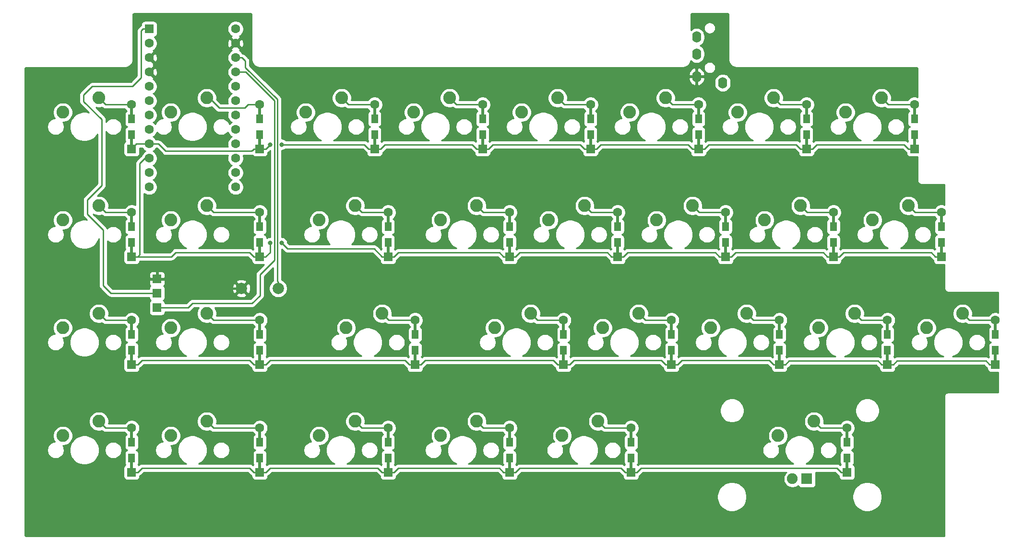
<source format=gbr>
G04 #@! TF.GenerationSoftware,KiCad,Pcbnew,(5.1.4)-1*
G04 #@! TF.CreationDate,2020-12-24T16:56:25-08:00*
G04 #@! TF.ProjectId,fracture-pcb-final,66726163-7475-4726-952d-7063622d6669,rev?*
G04 #@! TF.SameCoordinates,Original*
G04 #@! TF.FileFunction,Copper,L2,Bot*
G04 #@! TF.FilePolarity,Positive*
%FSLAX46Y46*%
G04 Gerber Fmt 4.6, Leading zero omitted, Abs format (unit mm)*
G04 Created by KiCad (PCBNEW (5.1.4)-1) date 2020-12-24 16:56:25*
%MOMM*%
%LPD*%
G04 APERTURE LIST*
%ADD10C,1.600000*%
%ADD11R,1.600000X1.600000*%
%ADD12R,0.500000X2.900000*%
%ADD13R,1.200000X1.600000*%
%ADD14O,1.600000X2.000000*%
%ADD15C,2.250000*%
%ADD16C,2.000000*%
%ADD17R,1.524000X1.524000*%
%ADD18R,1.905000X1.905000*%
%ADD19C,1.905000*%
%ADD20C,0.800000*%
%ADD21C,0.254000*%
%ADD22C,0.381000*%
G04 APERTURE END LIST*
D10*
X-14605000Y-49403000D03*
X-14605000Y-51943000D03*
X-14605000Y-54483000D03*
X-14605000Y-57023000D03*
X-14605000Y-59563000D03*
X-14605000Y-62103000D03*
X-14605000Y-64643000D03*
X-14605000Y-67183000D03*
X-14605000Y-69723000D03*
X-14605000Y-72263000D03*
X-14605000Y-74803000D03*
X-14605000Y-77343000D03*
X-29845000Y-77343000D03*
X-29845000Y-74803000D03*
X-29845000Y-72263000D03*
X-29845000Y-69723000D03*
X-29845000Y-67183000D03*
X-29845000Y-64643000D03*
X-29845000Y-62103000D03*
X-29845000Y-59563000D03*
X-29845000Y-57023000D03*
X-29845000Y-54483000D03*
X-29845000Y-51943000D03*
D11*
X-29845000Y-49403000D03*
X81375250Y-108675000D03*
D10*
X81375250Y-100875000D03*
D12*
X81375250Y-107275000D03*
D13*
X81375250Y-106175000D03*
X81375250Y-103375000D03*
D12*
X81375250Y-102275000D03*
D11*
X62325250Y-108675000D03*
D10*
X62325250Y-100875000D03*
D12*
X62325250Y-107275000D03*
D13*
X62325250Y-106175000D03*
X62325250Y-103375000D03*
D12*
X62325250Y-102275000D03*
D11*
X55181500Y-127725000D03*
D10*
X55181500Y-119925000D03*
D12*
X55181500Y-126325000D03*
D13*
X55181500Y-125225000D03*
X55181500Y-122425000D03*
D12*
X55181500Y-121325000D03*
D11*
X33750250Y-127725000D03*
D10*
X33750250Y-119925000D03*
D12*
X33750250Y-126325000D03*
D13*
X33750250Y-125225000D03*
X33750250Y-122425000D03*
D12*
X33750250Y-121325000D03*
D11*
X90900250Y-89625000D03*
D10*
X90900250Y-81825000D03*
D12*
X90900250Y-88225000D03*
D13*
X90900250Y-87125000D03*
X90900250Y-84325000D03*
D12*
X90900250Y-83225000D03*
D11*
X86137750Y-70575000D03*
D10*
X86137750Y-62775000D03*
D12*
X86137750Y-69175000D03*
D13*
X86137750Y-68075000D03*
X86137750Y-65275000D03*
D12*
X86137750Y-64175000D03*
D11*
X105187750Y-70575000D03*
D10*
X105187750Y-62775000D03*
D12*
X105187750Y-69175000D03*
D13*
X105187750Y-68075000D03*
X105187750Y-65275000D03*
D12*
X105187750Y-64175000D03*
D11*
X71850250Y-89625000D03*
D10*
X71850250Y-81825000D03*
D12*
X71850250Y-88225000D03*
D13*
X71850250Y-87125000D03*
X71850250Y-84325000D03*
D12*
X71850250Y-83225000D03*
D11*
X93281500Y-127725000D03*
D10*
X93281500Y-119925000D03*
D12*
X93281500Y-126325000D03*
D13*
X93281500Y-125225000D03*
X93281500Y-122425000D03*
D12*
X93281500Y-121325000D03*
D11*
X52800250Y-89625000D03*
D10*
X52800250Y-81825000D03*
D12*
X52800250Y-88225000D03*
D13*
X52800250Y-87125000D03*
X52800250Y-84325000D03*
D12*
X52800250Y-83225000D03*
D11*
X67087750Y-70575000D03*
D10*
X67087750Y-62775000D03*
D12*
X67087750Y-69175000D03*
D13*
X67087750Y-68075000D03*
X67087750Y-65275000D03*
D12*
X67087750Y-64175000D03*
D11*
X100425250Y-108675000D03*
D10*
X100425250Y-100875000D03*
D12*
X100425250Y-107275000D03*
D13*
X100425250Y-106175000D03*
X100425250Y-103375000D03*
D12*
X100425250Y-102275000D03*
D11*
X28987750Y-70575000D03*
D10*
X28987750Y-62775000D03*
D12*
X28987750Y-69175000D03*
D13*
X28987750Y-68075000D03*
X28987750Y-65275000D03*
D12*
X28987750Y-64175000D03*
D11*
X12319000Y-127725000D03*
D10*
X12319000Y-119925000D03*
D12*
X12319000Y-126325000D03*
D13*
X12319000Y-125225000D03*
X12319000Y-122425000D03*
D12*
X12319000Y-121325000D03*
D11*
X-10318750Y-108675000D03*
D10*
X-10318750Y-100875000D03*
D12*
X-10318750Y-107275000D03*
D13*
X-10318750Y-106175000D03*
X-10318750Y-103375000D03*
D12*
X-10318750Y-102275000D03*
D11*
X-10318750Y-127725000D03*
D10*
X-10318750Y-119925000D03*
D12*
X-10318750Y-126325000D03*
D13*
X-10318750Y-125225000D03*
X-10318750Y-122425000D03*
D12*
X-10318750Y-121325000D03*
D11*
X-10318750Y-89625000D03*
D10*
X-10318750Y-81825000D03*
D12*
X-10318750Y-88225000D03*
D13*
X-10318750Y-87125000D03*
X-10318750Y-84325000D03*
D12*
X-10318750Y-83225000D03*
D11*
X-10318750Y-70575000D03*
D10*
X-10318750Y-62775000D03*
D12*
X-10318750Y-69175000D03*
D13*
X-10318750Y-68075000D03*
X-10318750Y-65275000D03*
D12*
X-10318750Y-64175000D03*
D11*
X-32924750Y-127725000D03*
D10*
X-32924750Y-119925000D03*
D12*
X-32924750Y-126325000D03*
D13*
X-32924750Y-125225000D03*
X-32924750Y-122425000D03*
D12*
X-32924750Y-121325000D03*
D11*
X-32924750Y-70575000D03*
D10*
X-32924750Y-62775000D03*
D12*
X-32924750Y-69175000D03*
D13*
X-32924750Y-68075000D03*
X-32924750Y-65275000D03*
D12*
X-32924750Y-64175000D03*
D11*
X43275250Y-108675000D03*
D10*
X43275250Y-100875000D03*
D12*
X43275250Y-107275000D03*
D13*
X43275250Y-106175000D03*
X43275250Y-103375000D03*
D12*
X43275250Y-102275000D03*
D11*
X33750250Y-89625000D03*
D10*
X33750250Y-81825000D03*
D12*
X33750250Y-88225000D03*
D13*
X33750250Y-87125000D03*
X33750250Y-84325000D03*
D12*
X33750250Y-83225000D03*
D11*
X17081500Y-108675000D03*
D10*
X17081500Y-100875000D03*
D12*
X17081500Y-107275000D03*
D13*
X17081500Y-106175000D03*
X17081500Y-103375000D03*
D12*
X17081500Y-102275000D03*
D11*
X12319000Y-89625000D03*
D10*
X12319000Y-81825000D03*
D12*
X12319000Y-88225000D03*
D13*
X12319000Y-87125000D03*
X12319000Y-84325000D03*
D12*
X12319000Y-83225000D03*
D14*
X71356250Y-58925000D03*
X66756250Y-57825000D03*
X66756250Y-50825000D03*
X66756250Y-53825000D03*
D11*
X-32924750Y-89625000D03*
D10*
X-32924750Y-81825000D03*
D12*
X-32924750Y-88225000D03*
D13*
X-32924750Y-87125000D03*
X-32924750Y-84325000D03*
D12*
X-32924750Y-83225000D03*
D11*
X-32924750Y-108675000D03*
D10*
X-32924750Y-100875000D03*
D12*
X-32924750Y-107275000D03*
D13*
X-32924750Y-106175000D03*
X-32924750Y-103375000D03*
D12*
X-32924750Y-102275000D03*
D11*
X48037750Y-70575000D03*
D10*
X48037750Y-62775000D03*
D12*
X48037750Y-69175000D03*
D13*
X48037750Y-68075000D03*
X48037750Y-65275000D03*
D12*
X48037750Y-64175000D03*
D11*
X9937750Y-70575000D03*
D10*
X9937750Y-62775000D03*
D12*
X9937750Y-69175000D03*
D13*
X9937750Y-68075000D03*
X9937750Y-65275000D03*
D12*
X9937750Y-64175000D03*
D15*
X11271250Y-99695000D03*
X4921250Y-102235000D03*
X42227500Y-61595000D03*
X35877500Y-64135000D03*
X6508750Y-118745000D03*
X158750Y-121285000D03*
X27940000Y-80645000D03*
X21590000Y-83185000D03*
X27940000Y-118745000D03*
X21590000Y-121285000D03*
X85090000Y-80645000D03*
X78740000Y-83185000D03*
X23177500Y-61595000D03*
X16827500Y-64135000D03*
X46990000Y-80645000D03*
X40640000Y-83185000D03*
X99377500Y-61595000D03*
X93027500Y-64135000D03*
X80327500Y-61595000D03*
X73977500Y-64135000D03*
X6508750Y-80645000D03*
X158750Y-83185000D03*
X75565000Y-99695000D03*
X69215000Y-102235000D03*
X56515000Y-99695000D03*
X50165000Y-102235000D03*
X49371250Y-118745000D03*
X43021250Y-121285000D03*
X4127500Y-61595000D03*
X-2222500Y-64135000D03*
X66040000Y-80645000D03*
X59690000Y-83185000D03*
X94615000Y-99695000D03*
X88265000Y-102235000D03*
X-19685000Y-61595000D03*
X-26035000Y-64135000D03*
X-19685000Y-118745000D03*
X-26035000Y-121285000D03*
D16*
X-7068750Y-95250000D03*
X-13568750Y-95250000D03*
D15*
X37465000Y-99695000D03*
X31115000Y-102235000D03*
D17*
X-28448000Y-93567250D03*
X-28448000Y-96067250D03*
X-28448000Y-98667250D03*
D15*
X-38735000Y-61595000D03*
X-45085000Y-64135000D03*
X-19685000Y-80645000D03*
X-26035000Y-83185000D03*
X-19685000Y-99695000D03*
X-26035000Y-102235000D03*
X-38735000Y-80645000D03*
X-45085000Y-83185000D03*
X61277500Y-61595000D03*
X54927500Y-64135000D03*
X-38735000Y-118745000D03*
X-45085000Y-121285000D03*
X-38735000Y-99695000D03*
X-45085000Y-102235000D03*
D11*
X109950250Y-89625000D03*
D10*
X109950250Y-81825000D03*
D12*
X109950250Y-88225000D03*
D13*
X109950250Y-87125000D03*
X109950250Y-84325000D03*
D12*
X109950250Y-83225000D03*
D18*
X86201250Y-128905000D03*
D19*
X83661250Y-128905000D03*
D15*
X81121250Y-121285000D03*
X87471250Y-118745000D03*
X104140000Y-80645000D03*
X97790000Y-83185000D03*
D11*
X119475250Y-108675000D03*
D10*
X119475250Y-100875000D03*
D12*
X119475250Y-107275000D03*
D13*
X119475250Y-106175000D03*
X119475250Y-103375000D03*
D12*
X119475250Y-102275000D03*
D15*
X113665000Y-99695000D03*
X107315000Y-102235000D03*
D20*
X-6477000Y-69818250D03*
X-8509000Y-69818250D03*
X-6477000Y-87217250D03*
X-8509000Y-87217250D03*
X-35718750Y-75406250D03*
X-793750Y-92075000D03*
X58737500Y-75406250D03*
X63500000Y-92075000D03*
X-5556250Y-75406250D03*
X-22225000Y-75406250D03*
D21*
X-32924750Y-62775000D02*
X-37555000Y-62775000D01*
X-37555000Y-62775000D02*
X-38735000Y-61595000D01*
X-9265750Y-70575000D02*
X-8509000Y-69818250D01*
X-10318750Y-70575000D02*
X-9265750Y-70575000D01*
X27177000Y-69818250D02*
X27933750Y-70575000D01*
X27933750Y-70575000D02*
X28987750Y-70575000D01*
X9937750Y-70575000D02*
X10991750Y-70575000D01*
X10991750Y-70575000D02*
X11748500Y-69818250D01*
X46227000Y-69818250D02*
X46983750Y-70575000D01*
X46983750Y-70575000D02*
X48037750Y-70575000D01*
X8883750Y-70575000D02*
X9937750Y-70575000D01*
X-28194000Y-69723000D02*
X-29845000Y-69723000D01*
X49091750Y-70575000D02*
X49848500Y-69818250D01*
X-29845000Y-69723000D02*
X-32072750Y-69723000D01*
X8128000Y-69819250D02*
X8883750Y-70575000D01*
X87948500Y-69818250D02*
X103377000Y-69818250D01*
X68141750Y-70575000D02*
X68898500Y-69818250D01*
X-11811000Y-70993000D02*
X-26924000Y-70993000D01*
X48037750Y-70575000D02*
X49091750Y-70575000D01*
X11748500Y-69818250D02*
X27177000Y-69818250D01*
X49848500Y-69818250D02*
X65277000Y-69818250D01*
X8128000Y-69818250D02*
X8128000Y-69819250D01*
X86137750Y-70575000D02*
X87191750Y-70575000D01*
X104133750Y-70575000D02*
X105187750Y-70575000D01*
X-11647751Y-70850001D02*
X-11668001Y-70850001D01*
X-10318750Y-70575000D02*
X-11372750Y-70575000D01*
X87191750Y-70575000D02*
X87948500Y-69818250D01*
X-26924000Y-70993000D02*
X-28194000Y-69723000D01*
X30798500Y-69818250D02*
X46227000Y-69818250D01*
X-11668001Y-70850001D02*
X-11811000Y-70993000D01*
X-11372750Y-70575000D02*
X-11647751Y-70850001D01*
X-32072750Y-69723000D02*
X-32924750Y-70575000D01*
X30041750Y-70575000D02*
X30798500Y-69818250D01*
X28987750Y-70575000D02*
X30041750Y-70575000D01*
X-6477000Y-69818250D02*
X8128000Y-69818250D01*
X103377000Y-69818250D02*
X104133750Y-70575000D01*
X68898500Y-69818250D02*
X84327000Y-69818250D01*
X67087750Y-70575000D02*
X68141750Y-70575000D01*
X84327000Y-69818250D02*
X85083750Y-70575000D01*
X85083750Y-70575000D02*
X86137750Y-70575000D01*
X66033750Y-70575000D02*
X67087750Y-70575000D01*
X65277000Y-69818250D02*
X66033750Y-70575000D01*
X-32924750Y-81825000D02*
X-37555000Y-81825000D01*
X-37555000Y-81825000D02*
X-38735000Y-80645000D01*
X92711000Y-88868250D02*
X108139500Y-88868250D01*
X108139500Y-88868250D02*
X108896250Y-89625000D01*
X108896250Y-89625000D02*
X109950250Y-89625000D01*
X-31870750Y-89625000D02*
X-31496000Y-89250250D01*
X-32924750Y-89625000D02*
X-31870750Y-89625000D01*
X-30607000Y-72263000D02*
X-29845000Y-72263000D01*
X-31496000Y-89250250D02*
X-31496000Y-73152000D01*
X-31496000Y-73152000D02*
X-30607000Y-72263000D01*
X34804250Y-89625000D02*
X35560000Y-88869250D01*
X-9264750Y-89624000D02*
X-8509000Y-88868250D01*
X9873250Y-88233250D02*
X11265000Y-89625000D01*
X11265000Y-89625000D02*
X12319000Y-89625000D01*
X-10318750Y-89625000D02*
X-9264750Y-89625000D01*
X73661000Y-88868250D02*
X89089500Y-88868250D01*
X70796250Y-89625000D02*
X71850250Y-89625000D01*
X50990500Y-88869250D02*
X51746250Y-89625000D01*
X53854250Y-89625000D02*
X54611000Y-88868250D01*
X-5461000Y-88233250D02*
X9873250Y-88233250D01*
X-6477000Y-87217250D02*
X-5461000Y-88233250D01*
X32696250Y-89625000D02*
X33750250Y-89625000D01*
X31972250Y-88901000D02*
X32696250Y-89625000D01*
X-9264750Y-89625000D02*
X-9264750Y-89624000D01*
X13373000Y-89625000D02*
X14097000Y-88901000D01*
X-8509000Y-88868250D02*
X-8509000Y-87217250D01*
X90900250Y-89625000D02*
X91954250Y-89625000D01*
X91954250Y-89625000D02*
X92711000Y-88868250D01*
X71850250Y-89625000D02*
X72904250Y-89625000D01*
X89089500Y-88868250D02*
X89846250Y-89625000D01*
X54611000Y-88868250D02*
X70039500Y-88868250D01*
X72904250Y-89625000D02*
X73661000Y-88868250D01*
X89846250Y-89625000D02*
X90900250Y-89625000D01*
X70039500Y-88868250D02*
X70796250Y-89625000D01*
X14097000Y-88901000D02*
X31972250Y-88901000D01*
X51746250Y-89625000D02*
X52800250Y-89625000D01*
X52800250Y-89625000D02*
X53854250Y-89625000D01*
X33750250Y-89625000D02*
X34804250Y-89625000D01*
X35560000Y-88869250D02*
X50990500Y-88869250D01*
X12319000Y-89625000D02*
X13373000Y-89625000D01*
X-25146000Y-88868250D02*
X-12129500Y-88868250D01*
X-12129500Y-88868250D02*
X-11372750Y-89625000D01*
X-11372750Y-89625000D02*
X-10318750Y-89625000D01*
X-25902750Y-89625000D02*
X-25146000Y-88868250D01*
X-32924750Y-89625000D02*
X-25902750Y-89625000D01*
X-37555000Y-100875000D02*
X-38735000Y-99695000D01*
X-32924750Y-100875000D02*
X-37555000Y-100875000D01*
X117792500Y-108046250D02*
X118421250Y-108675000D01*
X118421250Y-108675000D02*
X119475250Y-108675000D01*
X102108000Y-108046250D02*
X117792500Y-108046250D01*
X-12129500Y-107918250D02*
X-11372750Y-108675000D01*
X64136000Y-107918250D02*
X79564500Y-107918250D01*
X99371250Y-108675000D02*
X100425250Y-108675000D01*
X80321250Y-108675000D02*
X81375250Y-108675000D01*
X100425250Y-108675000D02*
X101479250Y-108675000D01*
X-31114000Y-107918250D02*
X-12129500Y-107918250D01*
X79564500Y-107918250D02*
X80321250Y-108675000D01*
X83058000Y-108046250D02*
X98742500Y-108046250D01*
X-31870750Y-108675000D02*
X-31114000Y-107918250D01*
X82429250Y-108675000D02*
X83058000Y-108046250D01*
X-11372750Y-108675000D02*
X-10318750Y-108675000D01*
X81375250Y-108675000D02*
X82429250Y-108675000D01*
X-32924750Y-108675000D02*
X-31870750Y-108675000D01*
X101479250Y-108675000D02*
X102108000Y-108046250D01*
X98742500Y-108046250D02*
X99371250Y-108675000D01*
X62325250Y-108675000D02*
X63379250Y-108675000D01*
X-9264750Y-108675000D02*
X-8508000Y-107918250D01*
X45086000Y-107918250D02*
X60514500Y-107918250D01*
X60514500Y-107918250D02*
X61271250Y-108675000D01*
X61271250Y-108675000D02*
X62325250Y-108675000D01*
X-8508000Y-107918250D02*
X15270750Y-107918250D01*
X43275250Y-108675000D02*
X44329250Y-108675000D01*
X17081500Y-108675000D02*
X18135500Y-108675000D01*
X44329250Y-108675000D02*
X45086000Y-107918250D01*
X15270750Y-107918250D02*
X16027500Y-108675000D01*
X18892250Y-107918250D02*
X41464500Y-107918250D01*
X41464500Y-107918250D02*
X42221250Y-108675000D01*
X42221250Y-108675000D02*
X43275250Y-108675000D01*
X18135500Y-108675000D02*
X18892250Y-107918250D01*
X16027500Y-108675000D02*
X17081500Y-108675000D01*
X-10318750Y-108675000D02*
X-9264750Y-108675000D01*
X63379250Y-108675000D02*
X64136000Y-107918250D01*
X-38735000Y-118745000D02*
X-37555000Y-119925000D01*
X-37555000Y-119925000D02*
X-32924750Y-119925000D01*
X-7112000Y-126968250D02*
X10508250Y-126968250D01*
X-8509000Y-126969250D02*
X-7113000Y-126969250D01*
X-10318750Y-127725000D02*
X-9264750Y-127725000D01*
X-31115000Y-126969250D02*
X-12128500Y-126969250D01*
X14097000Y-127001000D02*
X31972250Y-127001000D01*
X31972250Y-127001000D02*
X32696250Y-127725000D01*
X11265000Y-127725000D02*
X12319000Y-127725000D01*
X-9264750Y-127725000D02*
X-8509000Y-126969250D01*
X-11372750Y-127725000D02*
X-10318750Y-127725000D01*
X-7113000Y-126969250D02*
X-7112000Y-126968250D01*
X32696250Y-127725000D02*
X33750250Y-127725000D01*
X12319000Y-127725000D02*
X13373000Y-127725000D01*
X10508250Y-126968250D02*
X11265000Y-127725000D01*
X-32924750Y-127725000D02*
X-31870750Y-127725000D01*
X13373000Y-127725000D02*
X14097000Y-127001000D01*
X-12128500Y-126969250D02*
X-11372750Y-127725000D01*
X-31870750Y-127725000D02*
X-31115000Y-126969250D01*
X92227500Y-127725000D02*
X93281500Y-127725000D01*
X91470750Y-126968250D02*
X92227500Y-127725000D01*
X55181500Y-127725000D02*
X56235500Y-127725000D01*
X56235500Y-127725000D02*
X56992250Y-126968250D01*
X53371750Y-126969250D02*
X54127500Y-127725000D01*
X34804250Y-127725000D02*
X35560000Y-126969250D01*
X56992250Y-126968250D02*
X91470750Y-126968250D01*
X33750250Y-127725000D02*
X34804250Y-127725000D01*
X54127500Y-127725000D02*
X55181500Y-127725000D01*
X35560000Y-126969250D02*
X53371750Y-126969250D01*
X-19272250Y-61595000D02*
X-19685000Y-61595000D01*
X-12356000Y-62775000D02*
X-12954000Y-63373000D01*
X-12954000Y-63373000D02*
X-17494250Y-63373000D01*
X-10318750Y-62775000D02*
X-12356000Y-62775000D01*
X-17494250Y-63373000D02*
X-19272250Y-61595000D01*
X-18505000Y-81825000D02*
X-19685000Y-80645000D01*
X-10318750Y-81825000D02*
X-18505000Y-81825000D01*
X-19685000Y-99695000D02*
X-18505000Y-100875000D01*
X-18505000Y-100875000D02*
X-10318750Y-100875000D01*
X-18505000Y-119925000D02*
X-10318750Y-119925000D01*
X-19685000Y-118745000D02*
X-18505000Y-119925000D01*
X5307500Y-62775000D02*
X4127500Y-61595000D01*
X9937750Y-62775000D02*
X5307500Y-62775000D01*
X6508750Y-80645000D02*
X7688750Y-81825000D01*
X7688750Y-81825000D02*
X12319000Y-81825000D01*
X7688750Y-119925000D02*
X6508750Y-118745000D01*
X12319000Y-119925000D02*
X7688750Y-119925000D01*
X24357500Y-62775000D02*
X23177500Y-61595000D01*
X28987750Y-62775000D02*
X24357500Y-62775000D01*
X17081500Y-100875000D02*
X12451250Y-100875000D01*
X12451250Y-100875000D02*
X11271250Y-99695000D01*
X43407500Y-62775000D02*
X42227500Y-61595000D01*
X48037750Y-62775000D02*
X43407500Y-62775000D01*
X29120000Y-81825000D02*
X27940000Y-80645000D01*
X33750250Y-81825000D02*
X29120000Y-81825000D01*
X38645000Y-100875000D02*
X37465000Y-99695000D01*
X43275250Y-100875000D02*
X38645000Y-100875000D01*
X29120000Y-119925000D02*
X27940000Y-118745000D01*
X33750250Y-119925000D02*
X29120000Y-119925000D01*
X67087750Y-62775000D02*
X62457500Y-62775000D01*
X62457500Y-62775000D02*
X61277500Y-61595000D01*
X48170000Y-81825000D02*
X46990000Y-80645000D01*
X52800250Y-81825000D02*
X48170000Y-81825000D01*
X62325250Y-100875000D02*
X57695000Y-100875000D01*
X57695000Y-100875000D02*
X56515000Y-99695000D01*
X50551250Y-119925000D02*
X49371250Y-118745000D01*
X55181500Y-119925000D02*
X50551250Y-119925000D01*
X86137750Y-62775000D02*
X81507500Y-62775000D01*
X81507500Y-62775000D02*
X80327500Y-61595000D01*
X67220000Y-81825000D02*
X66040000Y-80645000D01*
X71850250Y-81825000D02*
X67220000Y-81825000D01*
X81375250Y-100875000D02*
X76745000Y-100875000D01*
X76745000Y-100875000D02*
X75565000Y-99695000D01*
X100557500Y-62775000D02*
X99377500Y-61595000D01*
X105187750Y-62775000D02*
X100557500Y-62775000D01*
X90900250Y-81825000D02*
X86270000Y-81825000D01*
X86270000Y-81825000D02*
X85090000Y-80645000D01*
X100425250Y-100875000D02*
X95795000Y-100875000D01*
X95795000Y-100875000D02*
X94615000Y-99695000D01*
X88651250Y-119925000D02*
X87471250Y-118745000D01*
X93281500Y-119925000D02*
X88651250Y-119925000D01*
X109950250Y-81825000D02*
X105320000Y-81825000D01*
X105320000Y-81825000D02*
X104140000Y-80645000D01*
X119475250Y-100875000D02*
X114845000Y-100875000D01*
X114845000Y-100875000D02*
X113665000Y-99695000D01*
X-38227000Y-65373250D02*
X-41402000Y-62198250D01*
X-32766000Y-59531250D02*
X-31242000Y-58007250D01*
X-36616000Y-96067250D02*
X-37973000Y-94710250D01*
X-38227000Y-77057250D02*
X-38227000Y-65373250D01*
X-37973000Y-84931250D02*
X-40767000Y-82137250D01*
X-40767000Y-82137250D02*
X-40767000Y-79597250D01*
X-28448000Y-96067250D02*
X-36616000Y-96067250D01*
X-31242000Y-49746000D02*
X-30899000Y-49403000D01*
X-30899000Y-49403000D02*
X-29845000Y-49403000D01*
X-41402000Y-62198250D02*
X-41402000Y-61055250D01*
X-37973000Y-94710250D02*
X-37973000Y-84931250D01*
X-31242000Y-58007250D02*
X-31242000Y-49746000D01*
X-41402000Y-61055250D02*
X-39878000Y-59531250D01*
X-40767000Y-79597250D02*
X-38227000Y-77057250D01*
X-39878000Y-59531250D02*
X-32766000Y-59531250D01*
D22*
X-20447000Y-93567250D02*
X-19304000Y-94710250D01*
X-14509750Y-95250000D02*
X-14541500Y-95218250D01*
X-14541500Y-95218250D02*
X-18796000Y-95218250D01*
X-19304000Y-94710250D02*
X-18859500Y-95154750D01*
X-18796000Y-95218250D02*
X-18859500Y-95154750D01*
X-13568750Y-95250000D02*
X-14509750Y-95250000D01*
X-28448000Y-93567250D02*
X-20447000Y-93567250D01*
D21*
X-12865816Y-56197500D02*
X-7239000Y-61824316D01*
X-7239000Y-61824316D02*
X-7239000Y-93948250D01*
X-12865816Y-56197500D02*
X-12865816Y-55079184D01*
X-7068750Y-94118500D02*
X-7068750Y-95250000D01*
X-12865816Y-55079184D02*
X-13462000Y-54483000D01*
X-7239000Y-93948250D02*
X-7068750Y-94118500D01*
X-13462000Y-54483000D02*
X-14605000Y-54483000D01*
X-12795250Y-57023000D02*
X-7747000Y-62071250D01*
X-14605000Y-57023000D02*
X-12795250Y-57023000D01*
X-7747000Y-62071250D02*
X-7747000Y-90265250D01*
X-23007000Y-98667250D02*
X-28448000Y-98667250D01*
X-11684000Y-97885250D02*
X-22225000Y-97885250D01*
X-10287000Y-96488250D02*
X-11684000Y-97885250D01*
X-10287000Y-92805250D02*
X-10287000Y-96488250D01*
X-22225000Y-97885250D02*
X-23007000Y-98667250D01*
X-7747000Y-90265250D02*
X-10287000Y-92805250D01*
G36*
X-11880888Y-46703152D02*
G01*
X-11856487Y-46710519D01*
X-11833985Y-46722483D01*
X-11814236Y-46738591D01*
X-11797991Y-46758227D01*
X-11785867Y-46780651D01*
X-11778332Y-46804992D01*
X-11772500Y-46860476D01*
X-11772499Y-54801169D01*
X-11769731Y-54829271D01*
X-11769765Y-54834109D01*
X-11768865Y-54843280D01*
X-11752672Y-54997346D01*
X-11740646Y-55055932D01*
X-11729435Y-55114703D01*
X-11726771Y-55123524D01*
X-11680962Y-55271508D01*
X-11657787Y-55326640D01*
X-11635374Y-55382114D01*
X-11631048Y-55390251D01*
X-11557368Y-55526520D01*
X-11523933Y-55576088D01*
X-11491162Y-55626169D01*
X-11485337Y-55633310D01*
X-11386591Y-55752673D01*
X-11344157Y-55794812D01*
X-11302294Y-55837561D01*
X-11295193Y-55843435D01*
X-11175145Y-55941344D01*
X-11125318Y-55974449D01*
X-11075962Y-56008244D01*
X-11067856Y-56012627D01*
X-10931075Y-56085354D01*
X-10875773Y-56108148D01*
X-10820790Y-56131714D01*
X-10811987Y-56134439D01*
X-10663686Y-56179214D01*
X-10604983Y-56190837D01*
X-10546494Y-56203270D01*
X-10537329Y-56204233D01*
X-10383156Y-56219350D01*
X-10383152Y-56219350D01*
X-10351169Y-56222500D01*
X64326169Y-56222500D01*
X64354281Y-56219731D01*
X64359109Y-56219765D01*
X64368280Y-56218865D01*
X64522346Y-56202672D01*
X64580932Y-56190646D01*
X64639703Y-56179435D01*
X64648524Y-56176771D01*
X64796508Y-56130962D01*
X64815304Y-56123061D01*
X68021250Y-56123061D01*
X68021250Y-56326939D01*
X68061024Y-56526898D01*
X68139045Y-56715256D01*
X68252313Y-56884774D01*
X68396476Y-57028937D01*
X68565994Y-57142205D01*
X68754352Y-57220226D01*
X68954311Y-57260000D01*
X69158189Y-57260000D01*
X69358148Y-57220226D01*
X69546506Y-57142205D01*
X69716024Y-57028937D01*
X69860187Y-56884774D01*
X69973455Y-56715256D01*
X70051476Y-56526898D01*
X70091250Y-56326939D01*
X70091250Y-56123061D01*
X70051476Y-55923102D01*
X69973455Y-55734744D01*
X69860187Y-55565226D01*
X69716024Y-55421063D01*
X69546506Y-55307795D01*
X69358148Y-55229774D01*
X69158189Y-55190000D01*
X68954311Y-55190000D01*
X68754352Y-55229774D01*
X68565994Y-55307795D01*
X68396476Y-55421063D01*
X68252313Y-55565226D01*
X68139045Y-55734744D01*
X68061024Y-55923102D01*
X68021250Y-56123061D01*
X64815304Y-56123061D01*
X64851640Y-56107787D01*
X64907114Y-56085374D01*
X64915251Y-56081048D01*
X65051520Y-56007368D01*
X65101088Y-55973933D01*
X65151169Y-55941162D01*
X65158310Y-55935337D01*
X65277673Y-55836591D01*
X65319812Y-55794157D01*
X65362561Y-55752294D01*
X65368435Y-55745193D01*
X65466344Y-55625145D01*
X65499449Y-55575318D01*
X65533244Y-55525962D01*
X65537627Y-55517856D01*
X65610354Y-55381075D01*
X65633148Y-55325773D01*
X65656714Y-55270790D01*
X65659439Y-55261987D01*
X65704214Y-55113686D01*
X65715837Y-55054983D01*
X65721869Y-55026606D01*
X65736643Y-55044608D01*
X65955150Y-55223932D01*
X66204443Y-55357182D01*
X66474942Y-55439236D01*
X66756250Y-55466943D01*
X67037559Y-55439236D01*
X67308058Y-55357182D01*
X67557351Y-55223932D01*
X67775858Y-55044608D01*
X67955182Y-54826101D01*
X68088432Y-54576807D01*
X68170486Y-54306308D01*
X68191250Y-54095491D01*
X68191250Y-53554508D01*
X68170486Y-53343691D01*
X68088432Y-53073192D01*
X67955182Y-52823899D01*
X67775857Y-52605392D01*
X67557350Y-52426068D01*
X67368266Y-52325000D01*
X67557351Y-52223932D01*
X67775858Y-52044608D01*
X67955182Y-51826101D01*
X68088432Y-51576807D01*
X68170486Y-51306308D01*
X68191250Y-51095491D01*
X68191250Y-50554508D01*
X68170486Y-50343691D01*
X68088432Y-50073192D01*
X67955182Y-49823899D01*
X67775857Y-49605392D01*
X67557350Y-49426068D01*
X67308057Y-49292818D01*
X67037558Y-49210764D01*
X66756250Y-49183057D01*
X66474941Y-49210764D01*
X66204442Y-49292818D01*
X65955149Y-49426068D01*
X65747500Y-49596482D01*
X65747500Y-49123061D01*
X68021250Y-49123061D01*
X68021250Y-49326939D01*
X68061024Y-49526898D01*
X68139045Y-49715256D01*
X68252313Y-49884774D01*
X68396476Y-50028937D01*
X68565994Y-50142205D01*
X68754352Y-50220226D01*
X68954311Y-50260000D01*
X69158189Y-50260000D01*
X69358148Y-50220226D01*
X69546506Y-50142205D01*
X69716024Y-50028937D01*
X69860187Y-49884774D01*
X69973455Y-49715256D01*
X70051476Y-49526898D01*
X70091250Y-49326939D01*
X70091250Y-49123061D01*
X70051476Y-48923102D01*
X69973455Y-48734744D01*
X69860187Y-48565226D01*
X69716024Y-48421063D01*
X69546506Y-48307795D01*
X69358148Y-48229774D01*
X69158189Y-48190000D01*
X68954311Y-48190000D01*
X68754352Y-48229774D01*
X68565994Y-48307795D01*
X68396476Y-48421063D01*
X68252313Y-48565226D01*
X68139045Y-48734744D01*
X68061024Y-48923102D01*
X68021250Y-49123061D01*
X65747500Y-49123061D01*
X65747500Y-46863529D01*
X65753152Y-46805888D01*
X65760519Y-46781487D01*
X65772483Y-46758985D01*
X65788591Y-46739236D01*
X65808227Y-46722991D01*
X65830651Y-46710867D01*
X65854992Y-46703332D01*
X65910476Y-46697500D01*
X72198971Y-46697500D01*
X72256612Y-46703152D01*
X72281013Y-46710519D01*
X72303515Y-46722483D01*
X72323264Y-46738591D01*
X72339509Y-46758227D01*
X72351633Y-46780651D01*
X72359168Y-46804992D01*
X72365000Y-46860476D01*
X72365001Y-54801169D01*
X72367769Y-54829271D01*
X72367735Y-54834109D01*
X72368635Y-54843280D01*
X72384828Y-54997346D01*
X72396854Y-55055932D01*
X72408065Y-55114703D01*
X72410729Y-55123524D01*
X72456538Y-55271508D01*
X72479713Y-55326640D01*
X72502126Y-55382114D01*
X72506452Y-55390251D01*
X72580132Y-55526520D01*
X72613567Y-55576088D01*
X72646338Y-55626169D01*
X72652163Y-55633310D01*
X72750909Y-55752673D01*
X72793343Y-55794812D01*
X72835206Y-55837561D01*
X72842307Y-55843435D01*
X72962355Y-55941344D01*
X73012182Y-55974449D01*
X73061538Y-56008244D01*
X73069644Y-56012627D01*
X73206425Y-56085354D01*
X73261727Y-56108148D01*
X73316710Y-56131714D01*
X73325513Y-56134439D01*
X73473814Y-56179214D01*
X73532517Y-56190837D01*
X73591006Y-56203270D01*
X73600171Y-56204233D01*
X73754344Y-56219350D01*
X73754348Y-56219350D01*
X73786331Y-56222500D01*
X105536471Y-56222500D01*
X105594112Y-56228152D01*
X105618513Y-56235519D01*
X105641015Y-56247483D01*
X105660764Y-56263591D01*
X105677009Y-56283227D01*
X105689133Y-56305651D01*
X105696668Y-56329992D01*
X105702500Y-56385476D01*
X105702501Y-57911322D01*
X105702500Y-57911332D01*
X105702500Y-61434984D01*
X105606324Y-61395147D01*
X105329085Y-61340000D01*
X105046415Y-61340000D01*
X104769176Y-61395147D01*
X104508023Y-61503320D01*
X104272991Y-61660363D01*
X104073113Y-61860241D01*
X103971043Y-62013000D01*
X101088835Y-62013000D01*
X101137500Y-61768345D01*
X101137500Y-61421655D01*
X101069864Y-61081627D01*
X100937192Y-60761327D01*
X100744581Y-60473065D01*
X100499435Y-60227919D01*
X100211173Y-60035308D01*
X99890873Y-59902636D01*
X99550845Y-59835000D01*
X99204155Y-59835000D01*
X98864127Y-59902636D01*
X98543827Y-60035308D01*
X98255565Y-60227919D01*
X98010419Y-60473065D01*
X97817808Y-60761327D01*
X97685136Y-61081627D01*
X97617500Y-61421655D01*
X97617500Y-61768345D01*
X97685136Y-62108373D01*
X97817808Y-62428673D01*
X98010419Y-62716935D01*
X98255565Y-62962081D01*
X98543827Y-63154692D01*
X98864127Y-63287364D01*
X99204155Y-63355000D01*
X99550845Y-63355000D01*
X99890873Y-63287364D01*
X99962545Y-63257676D01*
X99992220Y-63287351D01*
X100016078Y-63316422D01*
X100045148Y-63340279D01*
X100132107Y-63411645D01*
X100202864Y-63449465D01*
X100264485Y-63482402D01*
X100408122Y-63525974D01*
X100520074Y-63537000D01*
X100520076Y-63537000D01*
X100557499Y-63540686D01*
X100594922Y-63537000D01*
X103971043Y-63537000D01*
X104073113Y-63689759D01*
X104272991Y-63889637D01*
X104299678Y-63907469D01*
X104299678Y-63908959D01*
X104233256Y-63944463D01*
X104136565Y-64023815D01*
X104057213Y-64120506D01*
X103998248Y-64230820D01*
X103961938Y-64350518D01*
X103949678Y-64475000D01*
X103949678Y-66075000D01*
X103961938Y-66199482D01*
X103998248Y-66319180D01*
X104057213Y-66429494D01*
X104136565Y-66526185D01*
X104233256Y-66605537D01*
X104343570Y-66664502D01*
X104378177Y-66675000D01*
X104343570Y-66685498D01*
X104233256Y-66744463D01*
X104136565Y-66823815D01*
X104057213Y-66920506D01*
X103998248Y-67030820D01*
X103961938Y-67150518D01*
X103949678Y-67275000D01*
X103949678Y-68875000D01*
X103961938Y-68999482D01*
X103998248Y-69119180D01*
X104057213Y-69229494D01*
X104058447Y-69230998D01*
X104033256Y-69244463D01*
X103949544Y-69313164D01*
X103942284Y-69305903D01*
X103918422Y-69276828D01*
X103802392Y-69181605D01*
X103670015Y-69110848D01*
X103526378Y-69067276D01*
X103414426Y-69056250D01*
X103414423Y-69056250D01*
X103377000Y-69052564D01*
X103339577Y-69056250D01*
X97958301Y-69056250D01*
X98082751Y-69004701D01*
X98513326Y-68717000D01*
X98879500Y-68350826D01*
X99167201Y-67920251D01*
X99365373Y-67441822D01*
X99466400Y-66933924D01*
X99466400Y-66526278D01*
X100407500Y-66526278D01*
X100407500Y-66823722D01*
X100465529Y-67115451D01*
X100579356Y-67390253D01*
X100744607Y-67637569D01*
X100954931Y-67847893D01*
X101202247Y-68013144D01*
X101477049Y-68126971D01*
X101768778Y-68185000D01*
X102066222Y-68185000D01*
X102357951Y-68126971D01*
X102632753Y-68013144D01*
X102880069Y-67847893D01*
X103090393Y-67637569D01*
X103255644Y-67390253D01*
X103369471Y-67115451D01*
X103427500Y-66823722D01*
X103427500Y-66526278D01*
X103369471Y-66234549D01*
X103255644Y-65959747D01*
X103090393Y-65712431D01*
X102880069Y-65502107D01*
X102632753Y-65336856D01*
X102357951Y-65223029D01*
X102066222Y-65165000D01*
X101768778Y-65165000D01*
X101477049Y-65223029D01*
X101202247Y-65336856D01*
X100954931Y-65502107D01*
X100744607Y-65712431D01*
X100579356Y-65959747D01*
X100465529Y-66234549D01*
X100407500Y-66526278D01*
X99466400Y-66526278D01*
X99466400Y-66416076D01*
X99365373Y-65908178D01*
X99167201Y-65429749D01*
X98879500Y-64999174D01*
X98513326Y-64633000D01*
X98082751Y-64345299D01*
X97604322Y-64147127D01*
X97096424Y-64046100D01*
X96578576Y-64046100D01*
X96070678Y-64147127D01*
X95592249Y-64345299D01*
X95161674Y-64633000D01*
X94795500Y-64999174D01*
X94507799Y-65429749D01*
X94309627Y-65908178D01*
X94208600Y-66416076D01*
X94208600Y-66933924D01*
X94309627Y-67441822D01*
X94507799Y-67920251D01*
X94795500Y-68350826D01*
X95161674Y-68717000D01*
X95592249Y-69004701D01*
X95716699Y-69056250D01*
X87985922Y-69056250D01*
X87948499Y-69052564D01*
X87911076Y-69056250D01*
X87911074Y-69056250D01*
X87799122Y-69067276D01*
X87655485Y-69110848D01*
X87523108Y-69181605D01*
X87407078Y-69276828D01*
X87383220Y-69305899D01*
X87375956Y-69313163D01*
X87292244Y-69244463D01*
X87267053Y-69230998D01*
X87268287Y-69229494D01*
X87327252Y-69119180D01*
X87363562Y-68999482D01*
X87375822Y-68875000D01*
X87375822Y-67275000D01*
X87363562Y-67150518D01*
X87327252Y-67030820D01*
X87268287Y-66920506D01*
X87188935Y-66823815D01*
X87092244Y-66744463D01*
X86981930Y-66685498D01*
X86947323Y-66675000D01*
X86981930Y-66664502D01*
X87092244Y-66605537D01*
X87188821Y-66526278D01*
X90247500Y-66526278D01*
X90247500Y-66823722D01*
X90305529Y-67115451D01*
X90419356Y-67390253D01*
X90584607Y-67637569D01*
X90794931Y-67847893D01*
X91042247Y-68013144D01*
X91317049Y-68126971D01*
X91608778Y-68185000D01*
X91906222Y-68185000D01*
X92197951Y-68126971D01*
X92472753Y-68013144D01*
X92720069Y-67847893D01*
X92930393Y-67637569D01*
X93095644Y-67390253D01*
X93209471Y-67115451D01*
X93267500Y-66823722D01*
X93267500Y-66526278D01*
X93209471Y-66234549D01*
X93095644Y-65959747D01*
X93052382Y-65895000D01*
X93200845Y-65895000D01*
X93540873Y-65827364D01*
X93861173Y-65694692D01*
X94149435Y-65502081D01*
X94394581Y-65256935D01*
X94587192Y-64968673D01*
X94719864Y-64648373D01*
X94787500Y-64308345D01*
X94787500Y-63961655D01*
X94719864Y-63621627D01*
X94587192Y-63301327D01*
X94394581Y-63013065D01*
X94149435Y-62767919D01*
X93861173Y-62575308D01*
X93540873Y-62442636D01*
X93200845Y-62375000D01*
X92854155Y-62375000D01*
X92514127Y-62442636D01*
X92193827Y-62575308D01*
X91905565Y-62767919D01*
X91660419Y-63013065D01*
X91467808Y-63301327D01*
X91335136Y-63621627D01*
X91267500Y-63961655D01*
X91267500Y-64308345D01*
X91335136Y-64648373D01*
X91467808Y-64968673D01*
X91600138Y-65166719D01*
X91317049Y-65223029D01*
X91042247Y-65336856D01*
X90794931Y-65502107D01*
X90584607Y-65712431D01*
X90419356Y-65959747D01*
X90305529Y-66234549D01*
X90247500Y-66526278D01*
X87188821Y-66526278D01*
X87188935Y-66526185D01*
X87268287Y-66429494D01*
X87327252Y-66319180D01*
X87363562Y-66199482D01*
X87375822Y-66075000D01*
X87375822Y-64475000D01*
X87363562Y-64350518D01*
X87327252Y-64230820D01*
X87268287Y-64120506D01*
X87188935Y-64023815D01*
X87092244Y-63944463D01*
X87025822Y-63908959D01*
X87025822Y-63907469D01*
X87052509Y-63889637D01*
X87252387Y-63689759D01*
X87409430Y-63454727D01*
X87517603Y-63193574D01*
X87572750Y-62916335D01*
X87572750Y-62633665D01*
X87517603Y-62356426D01*
X87409430Y-62095273D01*
X87252387Y-61860241D01*
X87052509Y-61660363D01*
X86817477Y-61503320D01*
X86556324Y-61395147D01*
X86279085Y-61340000D01*
X85996415Y-61340000D01*
X85719176Y-61395147D01*
X85458023Y-61503320D01*
X85222991Y-61660363D01*
X85023113Y-61860241D01*
X84921043Y-62013000D01*
X82038835Y-62013000D01*
X82087500Y-61768345D01*
X82087500Y-61421655D01*
X82019864Y-61081627D01*
X81887192Y-60761327D01*
X81694581Y-60473065D01*
X81449435Y-60227919D01*
X81161173Y-60035308D01*
X80840873Y-59902636D01*
X80500845Y-59835000D01*
X80154155Y-59835000D01*
X79814127Y-59902636D01*
X79493827Y-60035308D01*
X79205565Y-60227919D01*
X78960419Y-60473065D01*
X78767808Y-60761327D01*
X78635136Y-61081627D01*
X78567500Y-61421655D01*
X78567500Y-61768345D01*
X78635136Y-62108373D01*
X78767808Y-62428673D01*
X78960419Y-62716935D01*
X79205565Y-62962081D01*
X79493827Y-63154692D01*
X79814127Y-63287364D01*
X80154155Y-63355000D01*
X80500845Y-63355000D01*
X80840873Y-63287364D01*
X80912545Y-63257676D01*
X80942220Y-63287351D01*
X80966078Y-63316422D01*
X80995148Y-63340279D01*
X81082107Y-63411645D01*
X81152864Y-63449465D01*
X81214485Y-63482402D01*
X81358122Y-63525974D01*
X81470074Y-63537000D01*
X81470076Y-63537000D01*
X81507499Y-63540686D01*
X81544922Y-63537000D01*
X84921043Y-63537000D01*
X85023113Y-63689759D01*
X85222991Y-63889637D01*
X85249678Y-63907469D01*
X85249678Y-63908959D01*
X85183256Y-63944463D01*
X85086565Y-64023815D01*
X85007213Y-64120506D01*
X84948248Y-64230820D01*
X84911938Y-64350518D01*
X84899678Y-64475000D01*
X84899678Y-66075000D01*
X84911938Y-66199482D01*
X84948248Y-66319180D01*
X85007213Y-66429494D01*
X85086565Y-66526185D01*
X85183256Y-66605537D01*
X85293570Y-66664502D01*
X85328177Y-66675000D01*
X85293570Y-66685498D01*
X85183256Y-66744463D01*
X85086565Y-66823815D01*
X85007213Y-66920506D01*
X84948248Y-67030820D01*
X84911938Y-67150518D01*
X84899678Y-67275000D01*
X84899678Y-68875000D01*
X84911938Y-68999482D01*
X84948248Y-69119180D01*
X85007213Y-69229494D01*
X85008447Y-69230998D01*
X84983256Y-69244463D01*
X84899544Y-69313164D01*
X84892284Y-69305903D01*
X84868422Y-69276828D01*
X84752392Y-69181605D01*
X84620015Y-69110848D01*
X84476378Y-69067276D01*
X84364426Y-69056250D01*
X84364423Y-69056250D01*
X84327000Y-69052564D01*
X84289577Y-69056250D01*
X78908301Y-69056250D01*
X79032751Y-69004701D01*
X79463326Y-68717000D01*
X79829500Y-68350826D01*
X80117201Y-67920251D01*
X80315373Y-67441822D01*
X80416400Y-66933924D01*
X80416400Y-66526278D01*
X81357500Y-66526278D01*
X81357500Y-66823722D01*
X81415529Y-67115451D01*
X81529356Y-67390253D01*
X81694607Y-67637569D01*
X81904931Y-67847893D01*
X82152247Y-68013144D01*
X82427049Y-68126971D01*
X82718778Y-68185000D01*
X83016222Y-68185000D01*
X83307951Y-68126971D01*
X83582753Y-68013144D01*
X83830069Y-67847893D01*
X84040393Y-67637569D01*
X84205644Y-67390253D01*
X84319471Y-67115451D01*
X84377500Y-66823722D01*
X84377500Y-66526278D01*
X84319471Y-66234549D01*
X84205644Y-65959747D01*
X84040393Y-65712431D01*
X83830069Y-65502107D01*
X83582753Y-65336856D01*
X83307951Y-65223029D01*
X83016222Y-65165000D01*
X82718778Y-65165000D01*
X82427049Y-65223029D01*
X82152247Y-65336856D01*
X81904931Y-65502107D01*
X81694607Y-65712431D01*
X81529356Y-65959747D01*
X81415529Y-66234549D01*
X81357500Y-66526278D01*
X80416400Y-66526278D01*
X80416400Y-66416076D01*
X80315373Y-65908178D01*
X80117201Y-65429749D01*
X79829500Y-64999174D01*
X79463326Y-64633000D01*
X79032751Y-64345299D01*
X78554322Y-64147127D01*
X78046424Y-64046100D01*
X77528576Y-64046100D01*
X77020678Y-64147127D01*
X76542249Y-64345299D01*
X76111674Y-64633000D01*
X75745500Y-64999174D01*
X75457799Y-65429749D01*
X75259627Y-65908178D01*
X75158600Y-66416076D01*
X75158600Y-66933924D01*
X75259627Y-67441822D01*
X75457799Y-67920251D01*
X75745500Y-68350826D01*
X76111674Y-68717000D01*
X76542249Y-69004701D01*
X76666699Y-69056250D01*
X68935922Y-69056250D01*
X68898499Y-69052564D01*
X68861076Y-69056250D01*
X68861074Y-69056250D01*
X68749122Y-69067276D01*
X68605485Y-69110848D01*
X68473108Y-69181605D01*
X68357078Y-69276828D01*
X68333220Y-69305899D01*
X68325956Y-69313163D01*
X68242244Y-69244463D01*
X68217053Y-69230998D01*
X68218287Y-69229494D01*
X68277252Y-69119180D01*
X68313562Y-68999482D01*
X68325822Y-68875000D01*
X68325822Y-67275000D01*
X68313562Y-67150518D01*
X68277252Y-67030820D01*
X68218287Y-66920506D01*
X68138935Y-66823815D01*
X68042244Y-66744463D01*
X67931930Y-66685498D01*
X67897323Y-66675000D01*
X67931930Y-66664502D01*
X68042244Y-66605537D01*
X68138821Y-66526278D01*
X71197500Y-66526278D01*
X71197500Y-66823722D01*
X71255529Y-67115451D01*
X71369356Y-67390253D01*
X71534607Y-67637569D01*
X71744931Y-67847893D01*
X71992247Y-68013144D01*
X72267049Y-68126971D01*
X72558778Y-68185000D01*
X72856222Y-68185000D01*
X73147951Y-68126971D01*
X73422753Y-68013144D01*
X73670069Y-67847893D01*
X73880393Y-67637569D01*
X74045644Y-67390253D01*
X74159471Y-67115451D01*
X74217500Y-66823722D01*
X74217500Y-66526278D01*
X74159471Y-66234549D01*
X74045644Y-65959747D01*
X74002382Y-65895000D01*
X74150845Y-65895000D01*
X74490873Y-65827364D01*
X74811173Y-65694692D01*
X75099435Y-65502081D01*
X75344581Y-65256935D01*
X75537192Y-64968673D01*
X75669864Y-64648373D01*
X75737500Y-64308345D01*
X75737500Y-63961655D01*
X75669864Y-63621627D01*
X75537192Y-63301327D01*
X75344581Y-63013065D01*
X75099435Y-62767919D01*
X74811173Y-62575308D01*
X74490873Y-62442636D01*
X74150845Y-62375000D01*
X73804155Y-62375000D01*
X73464127Y-62442636D01*
X73143827Y-62575308D01*
X72855565Y-62767919D01*
X72610419Y-63013065D01*
X72417808Y-63301327D01*
X72285136Y-63621627D01*
X72217500Y-63961655D01*
X72217500Y-64308345D01*
X72285136Y-64648373D01*
X72417808Y-64968673D01*
X72550138Y-65166719D01*
X72267049Y-65223029D01*
X71992247Y-65336856D01*
X71744931Y-65502107D01*
X71534607Y-65712431D01*
X71369356Y-65959747D01*
X71255529Y-66234549D01*
X71197500Y-66526278D01*
X68138821Y-66526278D01*
X68138935Y-66526185D01*
X68218287Y-66429494D01*
X68277252Y-66319180D01*
X68313562Y-66199482D01*
X68325822Y-66075000D01*
X68325822Y-64475000D01*
X68313562Y-64350518D01*
X68277252Y-64230820D01*
X68218287Y-64120506D01*
X68138935Y-64023815D01*
X68042244Y-63944463D01*
X67975822Y-63908959D01*
X67975822Y-63907469D01*
X68002509Y-63889637D01*
X68202387Y-63689759D01*
X68359430Y-63454727D01*
X68467603Y-63193574D01*
X68522750Y-62916335D01*
X68522750Y-62633665D01*
X68467603Y-62356426D01*
X68359430Y-62095273D01*
X68202387Y-61860241D01*
X68002509Y-61660363D01*
X67767477Y-61503320D01*
X67506324Y-61395147D01*
X67229085Y-61340000D01*
X66946415Y-61340000D01*
X66669176Y-61395147D01*
X66408023Y-61503320D01*
X66172991Y-61660363D01*
X65973113Y-61860241D01*
X65871043Y-62013000D01*
X62988835Y-62013000D01*
X63037500Y-61768345D01*
X63037500Y-61421655D01*
X62969864Y-61081627D01*
X62837192Y-60761327D01*
X62644581Y-60473065D01*
X62399435Y-60227919D01*
X62111173Y-60035308D01*
X61790873Y-59902636D01*
X61450845Y-59835000D01*
X61104155Y-59835000D01*
X60764127Y-59902636D01*
X60443827Y-60035308D01*
X60155565Y-60227919D01*
X59910419Y-60473065D01*
X59717808Y-60761327D01*
X59585136Y-61081627D01*
X59517500Y-61421655D01*
X59517500Y-61768345D01*
X59585136Y-62108373D01*
X59717808Y-62428673D01*
X59910419Y-62716935D01*
X60155565Y-62962081D01*
X60443827Y-63154692D01*
X60764127Y-63287364D01*
X61104155Y-63355000D01*
X61450845Y-63355000D01*
X61790873Y-63287364D01*
X61862545Y-63257676D01*
X61892220Y-63287351D01*
X61916078Y-63316422D01*
X61945148Y-63340279D01*
X62032107Y-63411645D01*
X62102864Y-63449465D01*
X62164485Y-63482402D01*
X62308122Y-63525974D01*
X62420074Y-63537000D01*
X62420076Y-63537000D01*
X62457499Y-63540686D01*
X62494922Y-63537000D01*
X65871043Y-63537000D01*
X65973113Y-63689759D01*
X66172991Y-63889637D01*
X66199678Y-63907469D01*
X66199678Y-63908959D01*
X66133256Y-63944463D01*
X66036565Y-64023815D01*
X65957213Y-64120506D01*
X65898248Y-64230820D01*
X65861938Y-64350518D01*
X65849678Y-64475000D01*
X65849678Y-66075000D01*
X65861938Y-66199482D01*
X65898248Y-66319180D01*
X65957213Y-66429494D01*
X66036565Y-66526185D01*
X66133256Y-66605537D01*
X66243570Y-66664502D01*
X66278177Y-66675000D01*
X66243570Y-66685498D01*
X66133256Y-66744463D01*
X66036565Y-66823815D01*
X65957213Y-66920506D01*
X65898248Y-67030820D01*
X65861938Y-67150518D01*
X65849678Y-67275000D01*
X65849678Y-68875000D01*
X65861938Y-68999482D01*
X65898248Y-69119180D01*
X65957213Y-69229494D01*
X65958447Y-69230998D01*
X65933256Y-69244463D01*
X65849544Y-69313164D01*
X65842284Y-69305903D01*
X65818422Y-69276828D01*
X65702392Y-69181605D01*
X65570015Y-69110848D01*
X65426378Y-69067276D01*
X65314426Y-69056250D01*
X65314423Y-69056250D01*
X65277000Y-69052564D01*
X65239577Y-69056250D01*
X59858301Y-69056250D01*
X59982751Y-69004701D01*
X60413326Y-68717000D01*
X60779500Y-68350826D01*
X61067201Y-67920251D01*
X61265373Y-67441822D01*
X61366400Y-66933924D01*
X61366400Y-66526278D01*
X62307500Y-66526278D01*
X62307500Y-66823722D01*
X62365529Y-67115451D01*
X62479356Y-67390253D01*
X62644607Y-67637569D01*
X62854931Y-67847893D01*
X63102247Y-68013144D01*
X63377049Y-68126971D01*
X63668778Y-68185000D01*
X63966222Y-68185000D01*
X64257951Y-68126971D01*
X64532753Y-68013144D01*
X64780069Y-67847893D01*
X64990393Y-67637569D01*
X65155644Y-67390253D01*
X65269471Y-67115451D01*
X65327500Y-66823722D01*
X65327500Y-66526278D01*
X65269471Y-66234549D01*
X65155644Y-65959747D01*
X64990393Y-65712431D01*
X64780069Y-65502107D01*
X64532753Y-65336856D01*
X64257951Y-65223029D01*
X63966222Y-65165000D01*
X63668778Y-65165000D01*
X63377049Y-65223029D01*
X63102247Y-65336856D01*
X62854931Y-65502107D01*
X62644607Y-65712431D01*
X62479356Y-65959747D01*
X62365529Y-66234549D01*
X62307500Y-66526278D01*
X61366400Y-66526278D01*
X61366400Y-66416076D01*
X61265373Y-65908178D01*
X61067201Y-65429749D01*
X60779500Y-64999174D01*
X60413326Y-64633000D01*
X59982751Y-64345299D01*
X59504322Y-64147127D01*
X58996424Y-64046100D01*
X58478576Y-64046100D01*
X57970678Y-64147127D01*
X57492249Y-64345299D01*
X57061674Y-64633000D01*
X56695500Y-64999174D01*
X56407799Y-65429749D01*
X56209627Y-65908178D01*
X56108600Y-66416076D01*
X56108600Y-66933924D01*
X56209627Y-67441822D01*
X56407799Y-67920251D01*
X56695500Y-68350826D01*
X57061674Y-68717000D01*
X57492249Y-69004701D01*
X57616699Y-69056250D01*
X49885922Y-69056250D01*
X49848499Y-69052564D01*
X49811076Y-69056250D01*
X49811074Y-69056250D01*
X49699122Y-69067276D01*
X49555485Y-69110848D01*
X49423108Y-69181605D01*
X49307078Y-69276828D01*
X49283220Y-69305899D01*
X49275956Y-69313163D01*
X49192244Y-69244463D01*
X49167053Y-69230998D01*
X49168287Y-69229494D01*
X49227252Y-69119180D01*
X49263562Y-68999482D01*
X49275822Y-68875000D01*
X49275822Y-67275000D01*
X49263562Y-67150518D01*
X49227252Y-67030820D01*
X49168287Y-66920506D01*
X49088935Y-66823815D01*
X48992244Y-66744463D01*
X48881930Y-66685498D01*
X48847323Y-66675000D01*
X48881930Y-66664502D01*
X48992244Y-66605537D01*
X49088821Y-66526278D01*
X52147500Y-66526278D01*
X52147500Y-66823722D01*
X52205529Y-67115451D01*
X52319356Y-67390253D01*
X52484607Y-67637569D01*
X52694931Y-67847893D01*
X52942247Y-68013144D01*
X53217049Y-68126971D01*
X53508778Y-68185000D01*
X53806222Y-68185000D01*
X54097951Y-68126971D01*
X54372753Y-68013144D01*
X54620069Y-67847893D01*
X54830393Y-67637569D01*
X54995644Y-67390253D01*
X55109471Y-67115451D01*
X55167500Y-66823722D01*
X55167500Y-66526278D01*
X55109471Y-66234549D01*
X54995644Y-65959747D01*
X54952382Y-65895000D01*
X55100845Y-65895000D01*
X55440873Y-65827364D01*
X55761173Y-65694692D01*
X56049435Y-65502081D01*
X56294581Y-65256935D01*
X56487192Y-64968673D01*
X56619864Y-64648373D01*
X56687500Y-64308345D01*
X56687500Y-63961655D01*
X56619864Y-63621627D01*
X56487192Y-63301327D01*
X56294581Y-63013065D01*
X56049435Y-62767919D01*
X55761173Y-62575308D01*
X55440873Y-62442636D01*
X55100845Y-62375000D01*
X54754155Y-62375000D01*
X54414127Y-62442636D01*
X54093827Y-62575308D01*
X53805565Y-62767919D01*
X53560419Y-63013065D01*
X53367808Y-63301327D01*
X53235136Y-63621627D01*
X53167500Y-63961655D01*
X53167500Y-64308345D01*
X53235136Y-64648373D01*
X53367808Y-64968673D01*
X53500138Y-65166719D01*
X53217049Y-65223029D01*
X52942247Y-65336856D01*
X52694931Y-65502107D01*
X52484607Y-65712431D01*
X52319356Y-65959747D01*
X52205529Y-66234549D01*
X52147500Y-66526278D01*
X49088821Y-66526278D01*
X49088935Y-66526185D01*
X49168287Y-66429494D01*
X49227252Y-66319180D01*
X49263562Y-66199482D01*
X49275822Y-66075000D01*
X49275822Y-64475000D01*
X49263562Y-64350518D01*
X49227252Y-64230820D01*
X49168287Y-64120506D01*
X49088935Y-64023815D01*
X48992244Y-63944463D01*
X48925822Y-63908959D01*
X48925822Y-63907469D01*
X48952509Y-63889637D01*
X49152387Y-63689759D01*
X49309430Y-63454727D01*
X49417603Y-63193574D01*
X49472750Y-62916335D01*
X49472750Y-62633665D01*
X49417603Y-62356426D01*
X49309430Y-62095273D01*
X49152387Y-61860241D01*
X48952509Y-61660363D01*
X48717477Y-61503320D01*
X48456324Y-61395147D01*
X48179085Y-61340000D01*
X47896415Y-61340000D01*
X47619176Y-61395147D01*
X47358023Y-61503320D01*
X47122991Y-61660363D01*
X46923113Y-61860241D01*
X46821043Y-62013000D01*
X43938835Y-62013000D01*
X43987500Y-61768345D01*
X43987500Y-61421655D01*
X43919864Y-61081627D01*
X43787192Y-60761327D01*
X43594581Y-60473065D01*
X43349435Y-60227919D01*
X43061173Y-60035308D01*
X42740873Y-59902636D01*
X42400845Y-59835000D01*
X42054155Y-59835000D01*
X41714127Y-59902636D01*
X41393827Y-60035308D01*
X41105565Y-60227919D01*
X40860419Y-60473065D01*
X40667808Y-60761327D01*
X40535136Y-61081627D01*
X40467500Y-61421655D01*
X40467500Y-61768345D01*
X40535136Y-62108373D01*
X40667808Y-62428673D01*
X40860419Y-62716935D01*
X41105565Y-62962081D01*
X41393827Y-63154692D01*
X41714127Y-63287364D01*
X42054155Y-63355000D01*
X42400845Y-63355000D01*
X42740873Y-63287364D01*
X42812545Y-63257676D01*
X42842220Y-63287351D01*
X42866078Y-63316422D01*
X42895148Y-63340279D01*
X42982107Y-63411645D01*
X43052864Y-63449465D01*
X43114485Y-63482402D01*
X43258122Y-63525974D01*
X43370074Y-63537000D01*
X43370076Y-63537000D01*
X43407499Y-63540686D01*
X43444922Y-63537000D01*
X46821043Y-63537000D01*
X46923113Y-63689759D01*
X47122991Y-63889637D01*
X47149678Y-63907469D01*
X47149678Y-63908959D01*
X47083256Y-63944463D01*
X46986565Y-64023815D01*
X46907213Y-64120506D01*
X46848248Y-64230820D01*
X46811938Y-64350518D01*
X46799678Y-64475000D01*
X46799678Y-66075000D01*
X46811938Y-66199482D01*
X46848248Y-66319180D01*
X46907213Y-66429494D01*
X46986565Y-66526185D01*
X47083256Y-66605537D01*
X47193570Y-66664502D01*
X47228177Y-66675000D01*
X47193570Y-66685498D01*
X47083256Y-66744463D01*
X46986565Y-66823815D01*
X46907213Y-66920506D01*
X46848248Y-67030820D01*
X46811938Y-67150518D01*
X46799678Y-67275000D01*
X46799678Y-68875000D01*
X46811938Y-68999482D01*
X46848248Y-69119180D01*
X46907213Y-69229494D01*
X46908447Y-69230998D01*
X46883256Y-69244463D01*
X46799544Y-69313164D01*
X46792284Y-69305903D01*
X46768422Y-69276828D01*
X46652392Y-69181605D01*
X46520015Y-69110848D01*
X46376378Y-69067276D01*
X46264426Y-69056250D01*
X46264423Y-69056250D01*
X46227000Y-69052564D01*
X46189577Y-69056250D01*
X40808301Y-69056250D01*
X40932751Y-69004701D01*
X41363326Y-68717000D01*
X41729500Y-68350826D01*
X42017201Y-67920251D01*
X42215373Y-67441822D01*
X42316400Y-66933924D01*
X42316400Y-66526278D01*
X43257500Y-66526278D01*
X43257500Y-66823722D01*
X43315529Y-67115451D01*
X43429356Y-67390253D01*
X43594607Y-67637569D01*
X43804931Y-67847893D01*
X44052247Y-68013144D01*
X44327049Y-68126971D01*
X44618778Y-68185000D01*
X44916222Y-68185000D01*
X45207951Y-68126971D01*
X45482753Y-68013144D01*
X45730069Y-67847893D01*
X45940393Y-67637569D01*
X46105644Y-67390253D01*
X46219471Y-67115451D01*
X46277500Y-66823722D01*
X46277500Y-66526278D01*
X46219471Y-66234549D01*
X46105644Y-65959747D01*
X45940393Y-65712431D01*
X45730069Y-65502107D01*
X45482753Y-65336856D01*
X45207951Y-65223029D01*
X44916222Y-65165000D01*
X44618778Y-65165000D01*
X44327049Y-65223029D01*
X44052247Y-65336856D01*
X43804931Y-65502107D01*
X43594607Y-65712431D01*
X43429356Y-65959747D01*
X43315529Y-66234549D01*
X43257500Y-66526278D01*
X42316400Y-66526278D01*
X42316400Y-66416076D01*
X42215373Y-65908178D01*
X42017201Y-65429749D01*
X41729500Y-64999174D01*
X41363326Y-64633000D01*
X40932751Y-64345299D01*
X40454322Y-64147127D01*
X39946424Y-64046100D01*
X39428576Y-64046100D01*
X38920678Y-64147127D01*
X38442249Y-64345299D01*
X38011674Y-64633000D01*
X37645500Y-64999174D01*
X37357799Y-65429749D01*
X37159627Y-65908178D01*
X37058600Y-66416076D01*
X37058600Y-66933924D01*
X37159627Y-67441822D01*
X37357799Y-67920251D01*
X37645500Y-68350826D01*
X38011674Y-68717000D01*
X38442249Y-69004701D01*
X38566699Y-69056250D01*
X30835922Y-69056250D01*
X30798499Y-69052564D01*
X30761076Y-69056250D01*
X30761074Y-69056250D01*
X30649122Y-69067276D01*
X30505485Y-69110848D01*
X30373108Y-69181605D01*
X30257078Y-69276828D01*
X30233220Y-69305899D01*
X30225956Y-69313163D01*
X30142244Y-69244463D01*
X30117053Y-69230998D01*
X30118287Y-69229494D01*
X30177252Y-69119180D01*
X30213562Y-68999482D01*
X30225822Y-68875000D01*
X30225822Y-67275000D01*
X30213562Y-67150518D01*
X30177252Y-67030820D01*
X30118287Y-66920506D01*
X30038935Y-66823815D01*
X29942244Y-66744463D01*
X29831930Y-66685498D01*
X29797323Y-66675000D01*
X29831930Y-66664502D01*
X29942244Y-66605537D01*
X30038821Y-66526278D01*
X33097500Y-66526278D01*
X33097500Y-66823722D01*
X33155529Y-67115451D01*
X33269356Y-67390253D01*
X33434607Y-67637569D01*
X33644931Y-67847893D01*
X33892247Y-68013144D01*
X34167049Y-68126971D01*
X34458778Y-68185000D01*
X34756222Y-68185000D01*
X35047951Y-68126971D01*
X35322753Y-68013144D01*
X35570069Y-67847893D01*
X35780393Y-67637569D01*
X35945644Y-67390253D01*
X36059471Y-67115451D01*
X36117500Y-66823722D01*
X36117500Y-66526278D01*
X36059471Y-66234549D01*
X35945644Y-65959747D01*
X35902382Y-65895000D01*
X36050845Y-65895000D01*
X36390873Y-65827364D01*
X36711173Y-65694692D01*
X36999435Y-65502081D01*
X37244581Y-65256935D01*
X37437192Y-64968673D01*
X37569864Y-64648373D01*
X37637500Y-64308345D01*
X37637500Y-63961655D01*
X37569864Y-63621627D01*
X37437192Y-63301327D01*
X37244581Y-63013065D01*
X36999435Y-62767919D01*
X36711173Y-62575308D01*
X36390873Y-62442636D01*
X36050845Y-62375000D01*
X35704155Y-62375000D01*
X35364127Y-62442636D01*
X35043827Y-62575308D01*
X34755565Y-62767919D01*
X34510419Y-63013065D01*
X34317808Y-63301327D01*
X34185136Y-63621627D01*
X34117500Y-63961655D01*
X34117500Y-64308345D01*
X34185136Y-64648373D01*
X34317808Y-64968673D01*
X34450138Y-65166719D01*
X34167049Y-65223029D01*
X33892247Y-65336856D01*
X33644931Y-65502107D01*
X33434607Y-65712431D01*
X33269356Y-65959747D01*
X33155529Y-66234549D01*
X33097500Y-66526278D01*
X30038821Y-66526278D01*
X30038935Y-66526185D01*
X30118287Y-66429494D01*
X30177252Y-66319180D01*
X30213562Y-66199482D01*
X30225822Y-66075000D01*
X30225822Y-64475000D01*
X30213562Y-64350518D01*
X30177252Y-64230820D01*
X30118287Y-64120506D01*
X30038935Y-64023815D01*
X29942244Y-63944463D01*
X29875822Y-63908959D01*
X29875822Y-63907469D01*
X29902509Y-63889637D01*
X30102387Y-63689759D01*
X30259430Y-63454727D01*
X30367603Y-63193574D01*
X30422750Y-62916335D01*
X30422750Y-62633665D01*
X30367603Y-62356426D01*
X30259430Y-62095273D01*
X30102387Y-61860241D01*
X29902509Y-61660363D01*
X29667477Y-61503320D01*
X29406324Y-61395147D01*
X29129085Y-61340000D01*
X28846415Y-61340000D01*
X28569176Y-61395147D01*
X28308023Y-61503320D01*
X28072991Y-61660363D01*
X27873113Y-61860241D01*
X27771043Y-62013000D01*
X24888835Y-62013000D01*
X24937500Y-61768345D01*
X24937500Y-61421655D01*
X24869864Y-61081627D01*
X24737192Y-60761327D01*
X24544581Y-60473065D01*
X24299435Y-60227919D01*
X24011173Y-60035308D01*
X23690873Y-59902636D01*
X23350845Y-59835000D01*
X23004155Y-59835000D01*
X22664127Y-59902636D01*
X22343827Y-60035308D01*
X22055565Y-60227919D01*
X21810419Y-60473065D01*
X21617808Y-60761327D01*
X21485136Y-61081627D01*
X21417500Y-61421655D01*
X21417500Y-61768345D01*
X21485136Y-62108373D01*
X21617808Y-62428673D01*
X21810419Y-62716935D01*
X22055565Y-62962081D01*
X22343827Y-63154692D01*
X22664127Y-63287364D01*
X23004155Y-63355000D01*
X23350845Y-63355000D01*
X23690873Y-63287364D01*
X23762545Y-63257676D01*
X23792220Y-63287351D01*
X23816078Y-63316422D01*
X23845148Y-63340279D01*
X23932107Y-63411645D01*
X24002864Y-63449465D01*
X24064485Y-63482402D01*
X24208122Y-63525974D01*
X24320074Y-63537000D01*
X24320076Y-63537000D01*
X24357499Y-63540686D01*
X24394922Y-63537000D01*
X27771043Y-63537000D01*
X27873113Y-63689759D01*
X28072991Y-63889637D01*
X28099678Y-63907469D01*
X28099678Y-63908959D01*
X28033256Y-63944463D01*
X27936565Y-64023815D01*
X27857213Y-64120506D01*
X27798248Y-64230820D01*
X27761938Y-64350518D01*
X27749678Y-64475000D01*
X27749678Y-66075000D01*
X27761938Y-66199482D01*
X27798248Y-66319180D01*
X27857213Y-66429494D01*
X27936565Y-66526185D01*
X28033256Y-66605537D01*
X28143570Y-66664502D01*
X28178177Y-66675000D01*
X28143570Y-66685498D01*
X28033256Y-66744463D01*
X27936565Y-66823815D01*
X27857213Y-66920506D01*
X27798248Y-67030820D01*
X27761938Y-67150518D01*
X27749678Y-67275000D01*
X27749678Y-68875000D01*
X27761938Y-68999482D01*
X27798248Y-69119180D01*
X27857213Y-69229494D01*
X27858447Y-69230998D01*
X27833256Y-69244463D01*
X27749544Y-69313164D01*
X27742284Y-69305903D01*
X27718422Y-69276828D01*
X27602392Y-69181605D01*
X27470015Y-69110848D01*
X27326378Y-69067276D01*
X27214426Y-69056250D01*
X27214423Y-69056250D01*
X27177000Y-69052564D01*
X27139577Y-69056250D01*
X21758301Y-69056250D01*
X21882751Y-69004701D01*
X22313326Y-68717000D01*
X22679500Y-68350826D01*
X22967201Y-67920251D01*
X23165373Y-67441822D01*
X23266400Y-66933924D01*
X23266400Y-66526278D01*
X24207500Y-66526278D01*
X24207500Y-66823722D01*
X24265529Y-67115451D01*
X24379356Y-67390253D01*
X24544607Y-67637569D01*
X24754931Y-67847893D01*
X25002247Y-68013144D01*
X25277049Y-68126971D01*
X25568778Y-68185000D01*
X25866222Y-68185000D01*
X26157951Y-68126971D01*
X26432753Y-68013144D01*
X26680069Y-67847893D01*
X26890393Y-67637569D01*
X27055644Y-67390253D01*
X27169471Y-67115451D01*
X27227500Y-66823722D01*
X27227500Y-66526278D01*
X27169471Y-66234549D01*
X27055644Y-65959747D01*
X26890393Y-65712431D01*
X26680069Y-65502107D01*
X26432753Y-65336856D01*
X26157951Y-65223029D01*
X25866222Y-65165000D01*
X25568778Y-65165000D01*
X25277049Y-65223029D01*
X25002247Y-65336856D01*
X24754931Y-65502107D01*
X24544607Y-65712431D01*
X24379356Y-65959747D01*
X24265529Y-66234549D01*
X24207500Y-66526278D01*
X23266400Y-66526278D01*
X23266400Y-66416076D01*
X23165373Y-65908178D01*
X22967201Y-65429749D01*
X22679500Y-64999174D01*
X22313326Y-64633000D01*
X21882751Y-64345299D01*
X21404322Y-64147127D01*
X20896424Y-64046100D01*
X20378576Y-64046100D01*
X19870678Y-64147127D01*
X19392249Y-64345299D01*
X18961674Y-64633000D01*
X18595500Y-64999174D01*
X18307799Y-65429749D01*
X18109627Y-65908178D01*
X18008600Y-66416076D01*
X18008600Y-66933924D01*
X18109627Y-67441822D01*
X18307799Y-67920251D01*
X18595500Y-68350826D01*
X18961674Y-68717000D01*
X19392249Y-69004701D01*
X19516699Y-69056250D01*
X11785922Y-69056250D01*
X11748499Y-69052564D01*
X11711076Y-69056250D01*
X11711074Y-69056250D01*
X11599122Y-69067276D01*
X11455485Y-69110848D01*
X11323108Y-69181605D01*
X11207078Y-69276828D01*
X11183220Y-69305899D01*
X11175956Y-69313163D01*
X11092244Y-69244463D01*
X11067053Y-69230998D01*
X11068287Y-69229494D01*
X11127252Y-69119180D01*
X11163562Y-68999482D01*
X11175822Y-68875000D01*
X11175822Y-67275000D01*
X11163562Y-67150518D01*
X11127252Y-67030820D01*
X11068287Y-66920506D01*
X10988935Y-66823815D01*
X10892244Y-66744463D01*
X10781930Y-66685498D01*
X10747323Y-66675000D01*
X10781930Y-66664502D01*
X10892244Y-66605537D01*
X10988821Y-66526278D01*
X14047500Y-66526278D01*
X14047500Y-66823722D01*
X14105529Y-67115451D01*
X14219356Y-67390253D01*
X14384607Y-67637569D01*
X14594931Y-67847893D01*
X14842247Y-68013144D01*
X15117049Y-68126971D01*
X15408778Y-68185000D01*
X15706222Y-68185000D01*
X15997951Y-68126971D01*
X16272753Y-68013144D01*
X16520069Y-67847893D01*
X16730393Y-67637569D01*
X16895644Y-67390253D01*
X17009471Y-67115451D01*
X17067500Y-66823722D01*
X17067500Y-66526278D01*
X17009471Y-66234549D01*
X16895644Y-65959747D01*
X16852382Y-65895000D01*
X17000845Y-65895000D01*
X17340873Y-65827364D01*
X17661173Y-65694692D01*
X17949435Y-65502081D01*
X18194581Y-65256935D01*
X18387192Y-64968673D01*
X18519864Y-64648373D01*
X18587500Y-64308345D01*
X18587500Y-63961655D01*
X18519864Y-63621627D01*
X18387192Y-63301327D01*
X18194581Y-63013065D01*
X17949435Y-62767919D01*
X17661173Y-62575308D01*
X17340873Y-62442636D01*
X17000845Y-62375000D01*
X16654155Y-62375000D01*
X16314127Y-62442636D01*
X15993827Y-62575308D01*
X15705565Y-62767919D01*
X15460419Y-63013065D01*
X15267808Y-63301327D01*
X15135136Y-63621627D01*
X15067500Y-63961655D01*
X15067500Y-64308345D01*
X15135136Y-64648373D01*
X15267808Y-64968673D01*
X15400138Y-65166719D01*
X15117049Y-65223029D01*
X14842247Y-65336856D01*
X14594931Y-65502107D01*
X14384607Y-65712431D01*
X14219356Y-65959747D01*
X14105529Y-66234549D01*
X14047500Y-66526278D01*
X10988821Y-66526278D01*
X10988935Y-66526185D01*
X11068287Y-66429494D01*
X11127252Y-66319180D01*
X11163562Y-66199482D01*
X11175822Y-66075000D01*
X11175822Y-64475000D01*
X11163562Y-64350518D01*
X11127252Y-64230820D01*
X11068287Y-64120506D01*
X10988935Y-64023815D01*
X10892244Y-63944463D01*
X10825822Y-63908959D01*
X10825822Y-63907469D01*
X10852509Y-63889637D01*
X11052387Y-63689759D01*
X11209430Y-63454727D01*
X11317603Y-63193574D01*
X11372750Y-62916335D01*
X11372750Y-62633665D01*
X11317603Y-62356426D01*
X11209430Y-62095273D01*
X11052387Y-61860241D01*
X10852509Y-61660363D01*
X10617477Y-61503320D01*
X10356324Y-61395147D01*
X10079085Y-61340000D01*
X9796415Y-61340000D01*
X9519176Y-61395147D01*
X9258023Y-61503320D01*
X9022991Y-61660363D01*
X8823113Y-61860241D01*
X8721043Y-62013000D01*
X5838835Y-62013000D01*
X5887500Y-61768345D01*
X5887500Y-61421655D01*
X5819864Y-61081627D01*
X5687192Y-60761327D01*
X5494581Y-60473065D01*
X5249435Y-60227919D01*
X4961173Y-60035308D01*
X4640873Y-59902636D01*
X4300845Y-59835000D01*
X3954155Y-59835000D01*
X3614127Y-59902636D01*
X3293827Y-60035308D01*
X3005565Y-60227919D01*
X2760419Y-60473065D01*
X2567808Y-60761327D01*
X2435136Y-61081627D01*
X2367500Y-61421655D01*
X2367500Y-61768345D01*
X2435136Y-62108373D01*
X2567808Y-62428673D01*
X2760419Y-62716935D01*
X3005565Y-62962081D01*
X3293827Y-63154692D01*
X3614127Y-63287364D01*
X3954155Y-63355000D01*
X4300845Y-63355000D01*
X4640873Y-63287364D01*
X4712545Y-63257676D01*
X4742220Y-63287351D01*
X4766078Y-63316422D01*
X4795148Y-63340279D01*
X4882107Y-63411645D01*
X4952864Y-63449465D01*
X5014485Y-63482402D01*
X5158122Y-63525974D01*
X5270074Y-63537000D01*
X5270076Y-63537000D01*
X5307499Y-63540686D01*
X5344922Y-63537000D01*
X8721043Y-63537000D01*
X8823113Y-63689759D01*
X9022991Y-63889637D01*
X9049678Y-63907469D01*
X9049678Y-63908959D01*
X8983256Y-63944463D01*
X8886565Y-64023815D01*
X8807213Y-64120506D01*
X8748248Y-64230820D01*
X8711938Y-64350518D01*
X8699678Y-64475000D01*
X8699678Y-66075000D01*
X8711938Y-66199482D01*
X8748248Y-66319180D01*
X8807213Y-66429494D01*
X8886565Y-66526185D01*
X8983256Y-66605537D01*
X9093570Y-66664502D01*
X9128177Y-66675000D01*
X9093570Y-66685498D01*
X8983256Y-66744463D01*
X8886565Y-66823815D01*
X8807213Y-66920506D01*
X8748248Y-67030820D01*
X8711938Y-67150518D01*
X8699678Y-67275000D01*
X8699678Y-68875000D01*
X8711938Y-68999482D01*
X8748248Y-69119180D01*
X8807213Y-69229494D01*
X8808447Y-69230998D01*
X8783256Y-69244463D01*
X8699544Y-69313164D01*
X8697860Y-69311480D01*
X8669422Y-69276828D01*
X8553392Y-69181605D01*
X8421015Y-69110848D01*
X8277378Y-69067276D01*
X8165426Y-69056250D01*
X8165425Y-69056250D01*
X8128000Y-69052564D01*
X8090574Y-69056250D01*
X2708301Y-69056250D01*
X2832751Y-69004701D01*
X3263326Y-68717000D01*
X3629500Y-68350826D01*
X3917201Y-67920251D01*
X4115373Y-67441822D01*
X4216400Y-66933924D01*
X4216400Y-66526278D01*
X5157500Y-66526278D01*
X5157500Y-66823722D01*
X5215529Y-67115451D01*
X5329356Y-67390253D01*
X5494607Y-67637569D01*
X5704931Y-67847893D01*
X5952247Y-68013144D01*
X6227049Y-68126971D01*
X6518778Y-68185000D01*
X6816222Y-68185000D01*
X7107951Y-68126971D01*
X7382753Y-68013144D01*
X7630069Y-67847893D01*
X7840393Y-67637569D01*
X8005644Y-67390253D01*
X8119471Y-67115451D01*
X8177500Y-66823722D01*
X8177500Y-66526278D01*
X8119471Y-66234549D01*
X8005644Y-65959747D01*
X7840393Y-65712431D01*
X7630069Y-65502107D01*
X7382753Y-65336856D01*
X7107951Y-65223029D01*
X6816222Y-65165000D01*
X6518778Y-65165000D01*
X6227049Y-65223029D01*
X5952247Y-65336856D01*
X5704931Y-65502107D01*
X5494607Y-65712431D01*
X5329356Y-65959747D01*
X5215529Y-66234549D01*
X5157500Y-66526278D01*
X4216400Y-66526278D01*
X4216400Y-66416076D01*
X4115373Y-65908178D01*
X3917201Y-65429749D01*
X3629500Y-64999174D01*
X3263326Y-64633000D01*
X2832751Y-64345299D01*
X2354322Y-64147127D01*
X1846424Y-64046100D01*
X1328576Y-64046100D01*
X820678Y-64147127D01*
X342249Y-64345299D01*
X-88326Y-64633000D01*
X-454500Y-64999174D01*
X-742201Y-65429749D01*
X-940373Y-65908178D01*
X-1041400Y-66416076D01*
X-1041400Y-66933924D01*
X-940373Y-67441822D01*
X-742201Y-67920251D01*
X-454500Y-68350826D01*
X-88326Y-68717000D01*
X342249Y-69004701D01*
X466699Y-69056250D01*
X-5775289Y-69056250D01*
X-5817226Y-69014313D01*
X-5986744Y-68901045D01*
X-6175102Y-68823024D01*
X-6375061Y-68783250D01*
X-6477000Y-68783250D01*
X-6477000Y-66526278D01*
X-5002500Y-66526278D01*
X-5002500Y-66823722D01*
X-4944471Y-67115451D01*
X-4830644Y-67390253D01*
X-4665393Y-67637569D01*
X-4455069Y-67847893D01*
X-4207753Y-68013144D01*
X-3932951Y-68126971D01*
X-3641222Y-68185000D01*
X-3343778Y-68185000D01*
X-3052049Y-68126971D01*
X-2777247Y-68013144D01*
X-2529931Y-67847893D01*
X-2319607Y-67637569D01*
X-2154356Y-67390253D01*
X-2040529Y-67115451D01*
X-1982500Y-66823722D01*
X-1982500Y-66526278D01*
X-2040529Y-66234549D01*
X-2154356Y-65959747D01*
X-2197618Y-65895000D01*
X-2049155Y-65895000D01*
X-1709127Y-65827364D01*
X-1388827Y-65694692D01*
X-1100565Y-65502081D01*
X-855419Y-65256935D01*
X-662808Y-64968673D01*
X-530136Y-64648373D01*
X-462500Y-64308345D01*
X-462500Y-63961655D01*
X-530136Y-63621627D01*
X-662808Y-63301327D01*
X-855419Y-63013065D01*
X-1100565Y-62767919D01*
X-1388827Y-62575308D01*
X-1709127Y-62442636D01*
X-2049155Y-62375000D01*
X-2395845Y-62375000D01*
X-2735873Y-62442636D01*
X-3056173Y-62575308D01*
X-3344435Y-62767919D01*
X-3589581Y-63013065D01*
X-3782192Y-63301327D01*
X-3914864Y-63621627D01*
X-3982500Y-63961655D01*
X-3982500Y-64308345D01*
X-3914864Y-64648373D01*
X-3782192Y-64968673D01*
X-3649862Y-65166719D01*
X-3932951Y-65223029D01*
X-4207753Y-65336856D01*
X-4455069Y-65502107D01*
X-4665393Y-65712431D01*
X-4830644Y-65959747D01*
X-4944471Y-66234549D01*
X-5002500Y-66526278D01*
X-6477000Y-66526278D01*
X-6477000Y-61861739D01*
X-6473314Y-61824316D01*
X-6477000Y-61786890D01*
X-6488026Y-61674938D01*
X-6531598Y-61531301D01*
X-6602354Y-61398925D01*
X-6602355Y-61398923D01*
X-6643930Y-61348265D01*
X-6697578Y-61282894D01*
X-6726653Y-61259033D01*
X-9807799Y-58177887D01*
X65324313Y-58177887D01*
X65381654Y-58454306D01*
X65491820Y-58714227D01*
X65650577Y-58947662D01*
X65851825Y-59145639D01*
X66087829Y-59300551D01*
X66349520Y-59406444D01*
X66407211Y-59416904D01*
X66629250Y-59294915D01*
X66629250Y-57952000D01*
X66883250Y-57952000D01*
X66883250Y-59294915D01*
X67105289Y-59416904D01*
X67162980Y-59406444D01*
X67424671Y-59300551D01*
X67660675Y-59145639D01*
X67861923Y-58947662D01*
X68020680Y-58714227D01*
X68045991Y-58654509D01*
X69921250Y-58654509D01*
X69921250Y-59195492D01*
X69942014Y-59406309D01*
X70024068Y-59676808D01*
X70157318Y-59926101D01*
X70336643Y-60144608D01*
X70555150Y-60323932D01*
X70804443Y-60457182D01*
X71074942Y-60539236D01*
X71356250Y-60566943D01*
X71637559Y-60539236D01*
X71908058Y-60457182D01*
X72157351Y-60323932D01*
X72375858Y-60144608D01*
X72555182Y-59926101D01*
X72688432Y-59676807D01*
X72770486Y-59406308D01*
X72791250Y-59195491D01*
X72791250Y-58654508D01*
X72770486Y-58443691D01*
X72688432Y-58173192D01*
X72555182Y-57923899D01*
X72375857Y-57705392D01*
X72157350Y-57526068D01*
X71908057Y-57392818D01*
X71637558Y-57310764D01*
X71356250Y-57283057D01*
X71074941Y-57310764D01*
X70804442Y-57392818D01*
X70555149Y-57526068D01*
X70336642Y-57705393D01*
X70157318Y-57923900D01*
X70024068Y-58173193D01*
X69942014Y-58443692D01*
X69921250Y-58654509D01*
X68045991Y-58654509D01*
X68130846Y-58454306D01*
X68188187Y-58177887D01*
X68035724Y-57952000D01*
X66883250Y-57952000D01*
X66629250Y-57952000D01*
X65476776Y-57952000D01*
X65324313Y-58177887D01*
X-9807799Y-58177887D01*
X-10513573Y-57472113D01*
X65324313Y-57472113D01*
X65476776Y-57698000D01*
X66629250Y-57698000D01*
X66629250Y-56355085D01*
X66883250Y-56355085D01*
X66883250Y-57698000D01*
X68035724Y-57698000D01*
X68188187Y-57472113D01*
X68130846Y-57195694D01*
X68020680Y-56935773D01*
X67861923Y-56702338D01*
X67660675Y-56504361D01*
X67424671Y-56349449D01*
X67162980Y-56243556D01*
X67105289Y-56233096D01*
X66883250Y-56355085D01*
X66629250Y-56355085D01*
X66407211Y-56233096D01*
X66349520Y-56243556D01*
X66087829Y-56349449D01*
X65851825Y-56504361D01*
X65650577Y-56702338D01*
X65491820Y-56935773D01*
X65381654Y-57195694D01*
X65324313Y-57472113D01*
X-10513573Y-57472113D01*
X-12103816Y-55881870D01*
X-12103816Y-55116599D01*
X-12100131Y-55079183D01*
X-12103816Y-55041767D01*
X-12103816Y-55041758D01*
X-12114842Y-54929806D01*
X-12158414Y-54786169D01*
X-12229171Y-54653792D01*
X-12324394Y-54537762D01*
X-12353465Y-54513904D01*
X-12896717Y-53970653D01*
X-12920578Y-53941578D01*
X-13036608Y-53846355D01*
X-13168985Y-53775598D01*
X-13312622Y-53732026D01*
X-13385737Y-53724825D01*
X-13490363Y-53568241D01*
X-13690241Y-53368363D01*
X-13924128Y-53212085D01*
X-13863486Y-53179671D01*
X-13791903Y-52935702D01*
X-14605000Y-52122605D01*
X-15418097Y-52935702D01*
X-15346514Y-53179671D01*
X-15282008Y-53210194D01*
X-15284727Y-53211320D01*
X-15519759Y-53368363D01*
X-15719637Y-53568241D01*
X-15876680Y-53803273D01*
X-15984853Y-54064426D01*
X-16040000Y-54341665D01*
X-16040000Y-54624335D01*
X-15984853Y-54901574D01*
X-15876680Y-55162727D01*
X-15719637Y-55397759D01*
X-15519759Y-55597637D01*
X-15287241Y-55753000D01*
X-15519759Y-55908363D01*
X-15719637Y-56108241D01*
X-15876680Y-56343273D01*
X-15984853Y-56604426D01*
X-16040000Y-56881665D01*
X-16040000Y-57164335D01*
X-15984853Y-57441574D01*
X-15876680Y-57702727D01*
X-15719637Y-57937759D01*
X-15519759Y-58137637D01*
X-15287241Y-58293000D01*
X-15519759Y-58448363D01*
X-15719637Y-58648241D01*
X-15876680Y-58883273D01*
X-15984853Y-59144426D01*
X-16040000Y-59421665D01*
X-16040000Y-59704335D01*
X-15984853Y-59981574D01*
X-15876680Y-60242727D01*
X-15719637Y-60477759D01*
X-15519759Y-60677637D01*
X-15287241Y-60833000D01*
X-15519759Y-60988363D01*
X-15719637Y-61188241D01*
X-15876680Y-61423273D01*
X-15984853Y-61684426D01*
X-16040000Y-61961665D01*
X-16040000Y-62244335D01*
X-15984853Y-62521574D01*
X-15947812Y-62611000D01*
X-17178620Y-62611000D01*
X-17940973Y-61848647D01*
X-17925000Y-61768345D01*
X-17925000Y-61421655D01*
X-17992636Y-61081627D01*
X-18125308Y-60761327D01*
X-18317919Y-60473065D01*
X-18563065Y-60227919D01*
X-18851327Y-60035308D01*
X-19171627Y-59902636D01*
X-19511655Y-59835000D01*
X-19858345Y-59835000D01*
X-20198373Y-59902636D01*
X-20518673Y-60035308D01*
X-20806935Y-60227919D01*
X-21052081Y-60473065D01*
X-21244692Y-60761327D01*
X-21377364Y-61081627D01*
X-21445000Y-61421655D01*
X-21445000Y-61768345D01*
X-21377364Y-62108373D01*
X-21244692Y-62428673D01*
X-21052081Y-62716935D01*
X-20806935Y-62962081D01*
X-20518673Y-63154692D01*
X-20198373Y-63287364D01*
X-19858345Y-63355000D01*
X-19511655Y-63355000D01*
X-19171627Y-63287364D01*
X-18851327Y-63154692D01*
X-18814677Y-63130203D01*
X-18059534Y-63885346D01*
X-18035672Y-63914422D01*
X-17962031Y-63974857D01*
X-17919643Y-64009645D01*
X-17893132Y-64023815D01*
X-17787265Y-64080402D01*
X-17643628Y-64123974D01*
X-17531676Y-64135000D01*
X-17531673Y-64135000D01*
X-17494250Y-64138686D01*
X-17456827Y-64135000D01*
X-15947812Y-64135000D01*
X-15984853Y-64224426D01*
X-16040000Y-64501665D01*
X-16040000Y-64784335D01*
X-15984853Y-65061574D01*
X-15876680Y-65322727D01*
X-15719637Y-65557759D01*
X-15519759Y-65757637D01*
X-15287241Y-65913000D01*
X-15519759Y-66068363D01*
X-15691854Y-66240458D01*
X-15693029Y-66234549D01*
X-15806856Y-65959747D01*
X-15972107Y-65712431D01*
X-16182431Y-65502107D01*
X-16429747Y-65336856D01*
X-16704549Y-65223029D01*
X-16996278Y-65165000D01*
X-17293722Y-65165000D01*
X-17585451Y-65223029D01*
X-17860253Y-65336856D01*
X-18107569Y-65502107D01*
X-18317893Y-65712431D01*
X-18483144Y-65959747D01*
X-18596971Y-66234549D01*
X-18655000Y-66526278D01*
X-18655000Y-66823722D01*
X-18596971Y-67115451D01*
X-18483144Y-67390253D01*
X-18317893Y-67637569D01*
X-18107569Y-67847893D01*
X-17860253Y-68013144D01*
X-17585451Y-68126971D01*
X-17293722Y-68185000D01*
X-16996278Y-68185000D01*
X-16704549Y-68126971D01*
X-16429747Y-68013144D01*
X-16182431Y-67847893D01*
X-15972107Y-67637569D01*
X-15970771Y-67635570D01*
X-15876680Y-67862727D01*
X-15719637Y-68097759D01*
X-15519759Y-68297637D01*
X-15287241Y-68453000D01*
X-15519759Y-68608363D01*
X-15719637Y-68808241D01*
X-15876680Y-69043273D01*
X-15984853Y-69304426D01*
X-16040000Y-69581665D01*
X-16040000Y-69864335D01*
X-15984853Y-70141574D01*
X-15947812Y-70231000D01*
X-26608369Y-70231000D01*
X-27628716Y-69210654D01*
X-27652578Y-69181578D01*
X-27768608Y-69086355D01*
X-27900985Y-69015598D01*
X-28044622Y-68972026D01*
X-28156574Y-68961000D01*
X-28156577Y-68961000D01*
X-28194000Y-68957314D01*
X-28231423Y-68961000D01*
X-28628293Y-68961000D01*
X-28730363Y-68808241D01*
X-28930241Y-68608363D01*
X-29162759Y-68453000D01*
X-28930241Y-68297637D01*
X-28730363Y-68097759D01*
X-28573320Y-67862727D01*
X-28479229Y-67635570D01*
X-28477893Y-67637569D01*
X-28267569Y-67847893D01*
X-28020253Y-68013144D01*
X-27745451Y-68126971D01*
X-27453722Y-68185000D01*
X-27156278Y-68185000D01*
X-26864549Y-68126971D01*
X-26589747Y-68013144D01*
X-26342431Y-67847893D01*
X-26132107Y-67637569D01*
X-25966856Y-67390253D01*
X-25853029Y-67115451D01*
X-25795000Y-66823722D01*
X-25795000Y-66526278D01*
X-25816920Y-66416076D01*
X-24853900Y-66416076D01*
X-24853900Y-66933924D01*
X-24752873Y-67441822D01*
X-24554701Y-67920251D01*
X-24267000Y-68350826D01*
X-23900826Y-68717000D01*
X-23470251Y-69004701D01*
X-22991822Y-69202873D01*
X-22483924Y-69303900D01*
X-21966076Y-69303900D01*
X-21458178Y-69202873D01*
X-20979749Y-69004701D01*
X-20549174Y-68717000D01*
X-20183000Y-68350826D01*
X-19895299Y-67920251D01*
X-19697127Y-67441822D01*
X-19596100Y-66933924D01*
X-19596100Y-66416076D01*
X-19697127Y-65908178D01*
X-19895299Y-65429749D01*
X-20183000Y-64999174D01*
X-20549174Y-64633000D01*
X-20979749Y-64345299D01*
X-21458178Y-64147127D01*
X-21966076Y-64046100D01*
X-22483924Y-64046100D01*
X-22991822Y-64147127D01*
X-23470251Y-64345299D01*
X-23900826Y-64633000D01*
X-24267000Y-64999174D01*
X-24554701Y-65429749D01*
X-24752873Y-65908178D01*
X-24853900Y-66416076D01*
X-25816920Y-66416076D01*
X-25853029Y-66234549D01*
X-25966856Y-65959747D01*
X-26010118Y-65895000D01*
X-25861655Y-65895000D01*
X-25521627Y-65827364D01*
X-25201327Y-65694692D01*
X-24913065Y-65502081D01*
X-24667919Y-65256935D01*
X-24475308Y-64968673D01*
X-24342636Y-64648373D01*
X-24275000Y-64308345D01*
X-24275000Y-63961655D01*
X-24342636Y-63621627D01*
X-24475308Y-63301327D01*
X-24667919Y-63013065D01*
X-24913065Y-62767919D01*
X-25201327Y-62575308D01*
X-25521627Y-62442636D01*
X-25861655Y-62375000D01*
X-26208345Y-62375000D01*
X-26548373Y-62442636D01*
X-26868673Y-62575308D01*
X-27156935Y-62767919D01*
X-27402081Y-63013065D01*
X-27594692Y-63301327D01*
X-27727364Y-63621627D01*
X-27795000Y-63961655D01*
X-27795000Y-64308345D01*
X-27727364Y-64648373D01*
X-27594692Y-64968673D01*
X-27462362Y-65166719D01*
X-27745451Y-65223029D01*
X-28020253Y-65336856D01*
X-28267569Y-65502107D01*
X-28477893Y-65712431D01*
X-28643144Y-65959747D01*
X-28756971Y-66234549D01*
X-28758146Y-66240458D01*
X-28930241Y-66068363D01*
X-29162759Y-65913000D01*
X-28930241Y-65757637D01*
X-28730363Y-65557759D01*
X-28573320Y-65322727D01*
X-28465147Y-65061574D01*
X-28410000Y-64784335D01*
X-28410000Y-64501665D01*
X-28465147Y-64224426D01*
X-28573320Y-63963273D01*
X-28730363Y-63728241D01*
X-28930241Y-63528363D01*
X-29162759Y-63373000D01*
X-28930241Y-63217637D01*
X-28730363Y-63017759D01*
X-28573320Y-62782727D01*
X-28465147Y-62521574D01*
X-28410000Y-62244335D01*
X-28410000Y-61961665D01*
X-28465147Y-61684426D01*
X-28573320Y-61423273D01*
X-28730363Y-61188241D01*
X-28930241Y-60988363D01*
X-29162759Y-60833000D01*
X-28930241Y-60677637D01*
X-28730363Y-60477759D01*
X-28573320Y-60242727D01*
X-28465147Y-59981574D01*
X-28410000Y-59704335D01*
X-28410000Y-59421665D01*
X-28465147Y-59144426D01*
X-28573320Y-58883273D01*
X-28730363Y-58648241D01*
X-28930241Y-58448363D01*
X-29164128Y-58292085D01*
X-29103486Y-58259671D01*
X-29031903Y-58015702D01*
X-29845000Y-57202605D01*
X-29859143Y-57216748D01*
X-30038748Y-57037143D01*
X-30024605Y-57023000D01*
X-29665395Y-57023000D01*
X-28852298Y-57836097D01*
X-28608329Y-57764514D01*
X-28487429Y-57509004D01*
X-28418700Y-57234816D01*
X-28404783Y-56952488D01*
X-28446213Y-56672870D01*
X-28541397Y-56406708D01*
X-28608329Y-56281486D01*
X-28852298Y-56209903D01*
X-29665395Y-57023000D01*
X-30024605Y-57023000D01*
X-30038748Y-57008858D01*
X-29859143Y-56829253D01*
X-29845000Y-56843395D01*
X-29031903Y-56030298D01*
X-29103486Y-55786329D01*
X-29169636Y-55755029D01*
X-29103486Y-55719671D01*
X-29031903Y-55475702D01*
X-29845000Y-54662605D01*
X-29859143Y-54676748D01*
X-30038748Y-54497143D01*
X-30024605Y-54483000D01*
X-29665395Y-54483000D01*
X-28852298Y-55296097D01*
X-28608329Y-55224514D01*
X-28487429Y-54969004D01*
X-28418700Y-54694816D01*
X-28404783Y-54412488D01*
X-28446213Y-54132870D01*
X-28541397Y-53866708D01*
X-28608329Y-53741486D01*
X-28852298Y-53669903D01*
X-29665395Y-54483000D01*
X-30024605Y-54483000D01*
X-30038748Y-54468858D01*
X-29859143Y-54289253D01*
X-29845000Y-54303395D01*
X-29031903Y-53490298D01*
X-29103486Y-53246329D01*
X-29167992Y-53215806D01*
X-29165273Y-53214680D01*
X-28930241Y-53057637D01*
X-28730363Y-52857759D01*
X-28573320Y-52622727D01*
X-28465147Y-52361574D01*
X-28410000Y-52084335D01*
X-28410000Y-52013512D01*
X-16045217Y-52013512D01*
X-16003787Y-52293130D01*
X-15908603Y-52559292D01*
X-15841671Y-52684514D01*
X-15597702Y-52756097D01*
X-14784605Y-51943000D01*
X-14425395Y-51943000D01*
X-13612298Y-52756097D01*
X-13368329Y-52684514D01*
X-13247429Y-52429004D01*
X-13178700Y-52154816D01*
X-13164783Y-51872488D01*
X-13206213Y-51592870D01*
X-13301397Y-51326708D01*
X-13368329Y-51201486D01*
X-13612298Y-51129903D01*
X-14425395Y-51943000D01*
X-14784605Y-51943000D01*
X-15597702Y-51129903D01*
X-15841671Y-51201486D01*
X-15962571Y-51456996D01*
X-16031300Y-51731184D01*
X-16045217Y-52013512D01*
X-28410000Y-52013512D01*
X-28410000Y-51801665D01*
X-28465147Y-51524426D01*
X-28573320Y-51263273D01*
X-28730363Y-51028241D01*
X-28928961Y-50829643D01*
X-28920518Y-50828812D01*
X-28800820Y-50792502D01*
X-28690506Y-50733537D01*
X-28593815Y-50654185D01*
X-28514463Y-50557494D01*
X-28455498Y-50447180D01*
X-28419188Y-50327482D01*
X-28406928Y-50203000D01*
X-28406928Y-49261665D01*
X-16040000Y-49261665D01*
X-16040000Y-49544335D01*
X-15984853Y-49821574D01*
X-15876680Y-50082727D01*
X-15719637Y-50317759D01*
X-15519759Y-50517637D01*
X-15285872Y-50673915D01*
X-15346514Y-50706329D01*
X-15418097Y-50950298D01*
X-14605000Y-51763395D01*
X-13791903Y-50950298D01*
X-13863486Y-50706329D01*
X-13927992Y-50675806D01*
X-13925273Y-50674680D01*
X-13690241Y-50517637D01*
X-13490363Y-50317759D01*
X-13333320Y-50082727D01*
X-13225147Y-49821574D01*
X-13170000Y-49544335D01*
X-13170000Y-49261665D01*
X-13225147Y-48984426D01*
X-13333320Y-48723273D01*
X-13490363Y-48488241D01*
X-13690241Y-48288363D01*
X-13925273Y-48131320D01*
X-14186426Y-48023147D01*
X-14463665Y-47968000D01*
X-14746335Y-47968000D01*
X-15023574Y-48023147D01*
X-15284727Y-48131320D01*
X-15519759Y-48288363D01*
X-15719637Y-48488241D01*
X-15876680Y-48723273D01*
X-15984853Y-48984426D01*
X-16040000Y-49261665D01*
X-28406928Y-49261665D01*
X-28406928Y-48603000D01*
X-28419188Y-48478518D01*
X-28455498Y-48358820D01*
X-28514463Y-48248506D01*
X-28593815Y-48151815D01*
X-28690506Y-48072463D01*
X-28800820Y-48013498D01*
X-28920518Y-47977188D01*
X-29045000Y-47964928D01*
X-30645000Y-47964928D01*
X-30769482Y-47977188D01*
X-30889180Y-48013498D01*
X-30999494Y-48072463D01*
X-31096185Y-48151815D01*
X-31175537Y-48248506D01*
X-31234502Y-48358820D01*
X-31270812Y-48478518D01*
X-31283072Y-48603000D01*
X-31283072Y-48744269D01*
X-31324392Y-48766355D01*
X-31440422Y-48861578D01*
X-31464284Y-48890654D01*
X-31754351Y-49180721D01*
X-31783421Y-49204578D01*
X-31807278Y-49233648D01*
X-31807279Y-49233649D01*
X-31878645Y-49320608D01*
X-31949401Y-49452985D01*
X-31992973Y-49596622D01*
X-32007686Y-49746000D01*
X-32003999Y-49783433D01*
X-32004000Y-57691619D01*
X-33081630Y-58769250D01*
X-39840578Y-58769250D01*
X-39878001Y-58765564D01*
X-39915424Y-58769250D01*
X-39915426Y-58769250D01*
X-40027378Y-58780276D01*
X-40171015Y-58823848D01*
X-40303392Y-58894605D01*
X-40419422Y-58989828D01*
X-40443279Y-59018898D01*
X-41914351Y-60489971D01*
X-41943421Y-60513828D01*
X-41967278Y-60542898D01*
X-41967279Y-60542899D01*
X-42038645Y-60629858D01*
X-42109401Y-60762235D01*
X-42152973Y-60905872D01*
X-42167686Y-61055250D01*
X-42163999Y-61092683D01*
X-42164000Y-62160826D01*
X-42167686Y-62198250D01*
X-42164000Y-62235673D01*
X-42164000Y-62235675D01*
X-42152974Y-62347627D01*
X-42109402Y-62491264D01*
X-42109401Y-62491265D01*
X-42038645Y-62623642D01*
X-42004212Y-62665598D01*
X-41943422Y-62739672D01*
X-41914346Y-62763534D01*
X-40536359Y-64141521D01*
X-41016076Y-64046100D01*
X-41533924Y-64046100D01*
X-42041822Y-64147127D01*
X-42520251Y-64345299D01*
X-42950826Y-64633000D01*
X-43317000Y-64999174D01*
X-43604701Y-65429749D01*
X-43802873Y-65908178D01*
X-43903900Y-66416076D01*
X-43903900Y-66933924D01*
X-43802873Y-67441822D01*
X-43604701Y-67920251D01*
X-43317000Y-68350826D01*
X-42950826Y-68717000D01*
X-42520251Y-69004701D01*
X-42041822Y-69202873D01*
X-41533924Y-69303900D01*
X-41016076Y-69303900D01*
X-40508178Y-69202873D01*
X-40029749Y-69004701D01*
X-39599174Y-68717000D01*
X-39233000Y-68350826D01*
X-38988999Y-67985653D01*
X-38989000Y-76741619D01*
X-41279351Y-79031971D01*
X-41308421Y-79055828D01*
X-41332278Y-79084898D01*
X-41332279Y-79084899D01*
X-41403645Y-79171858D01*
X-41474401Y-79304235D01*
X-41517973Y-79447872D01*
X-41532686Y-79597250D01*
X-41528999Y-79634683D01*
X-41529000Y-82099827D01*
X-41532686Y-82137250D01*
X-41529000Y-82174673D01*
X-41529000Y-82174675D01*
X-41517974Y-82286627D01*
X-41474402Y-82430264D01*
X-41441465Y-82491885D01*
X-41403645Y-82562642D01*
X-41364017Y-82610928D01*
X-41308422Y-82678672D01*
X-41279346Y-82702534D01*
X-40853427Y-83128453D01*
X-41016076Y-83096100D01*
X-41533924Y-83096100D01*
X-42041822Y-83197127D01*
X-42520251Y-83395299D01*
X-42950826Y-83683000D01*
X-43317000Y-84049174D01*
X-43604701Y-84479749D01*
X-43802873Y-84958178D01*
X-43903900Y-85466076D01*
X-43903900Y-85983924D01*
X-43802873Y-86491822D01*
X-43604701Y-86970251D01*
X-43317000Y-87400826D01*
X-42950826Y-87767000D01*
X-42520251Y-88054701D01*
X-42041822Y-88252873D01*
X-41533924Y-88353900D01*
X-41016076Y-88353900D01*
X-40508178Y-88252873D01*
X-40029749Y-88054701D01*
X-39599174Y-87767000D01*
X-39233000Y-87400826D01*
X-38945299Y-86970251D01*
X-38747127Y-86491822D01*
X-38734999Y-86430851D01*
X-38735000Y-94672827D01*
X-38738686Y-94710250D01*
X-38735000Y-94747673D01*
X-38735000Y-94747675D01*
X-38723974Y-94859627D01*
X-38680402Y-95003264D01*
X-38672982Y-95017145D01*
X-38609645Y-95135642D01*
X-38584224Y-95166617D01*
X-38514422Y-95251672D01*
X-38485346Y-95275534D01*
X-37181279Y-96579602D01*
X-37157422Y-96608672D01*
X-37128352Y-96632529D01*
X-37041393Y-96703895D01*
X-36970636Y-96741715D01*
X-36909015Y-96774652D01*
X-36765378Y-96818224D01*
X-36653426Y-96829250D01*
X-36653423Y-96829250D01*
X-36616000Y-96832936D01*
X-36578577Y-96829250D01*
X-29848072Y-96829250D01*
X-29835812Y-96953732D01*
X-29799502Y-97073430D01*
X-29740537Y-97183744D01*
X-29661185Y-97280435D01*
X-29564494Y-97359787D01*
X-29550532Y-97367250D01*
X-29564494Y-97374713D01*
X-29661185Y-97454065D01*
X-29740537Y-97550756D01*
X-29799502Y-97661070D01*
X-29835812Y-97780768D01*
X-29848072Y-97905250D01*
X-29848072Y-99429250D01*
X-29835812Y-99553732D01*
X-29799502Y-99673430D01*
X-29740537Y-99783744D01*
X-29661185Y-99880435D01*
X-29564494Y-99959787D01*
X-29454180Y-100018752D01*
X-29334482Y-100055062D01*
X-29210000Y-100067322D01*
X-27686000Y-100067322D01*
X-27561518Y-100055062D01*
X-27441820Y-100018752D01*
X-27331506Y-99959787D01*
X-27234815Y-99880435D01*
X-27155463Y-99783744D01*
X-27096498Y-99673430D01*
X-27060188Y-99553732D01*
X-27047928Y-99429250D01*
X-23044423Y-99429250D01*
X-23007000Y-99432936D01*
X-22969577Y-99429250D01*
X-22969574Y-99429250D01*
X-22857622Y-99418224D01*
X-22713985Y-99374652D01*
X-22581608Y-99303895D01*
X-22465578Y-99208672D01*
X-22441716Y-99179597D01*
X-21909369Y-98647250D01*
X-21101650Y-98647250D01*
X-21244692Y-98861327D01*
X-21377364Y-99181627D01*
X-21445000Y-99521655D01*
X-21445000Y-99868345D01*
X-21377364Y-100208373D01*
X-21244692Y-100528673D01*
X-21052081Y-100816935D01*
X-20806935Y-101062081D01*
X-20518673Y-101254692D01*
X-20198373Y-101387364D01*
X-19858345Y-101455000D01*
X-19511655Y-101455000D01*
X-19171627Y-101387364D01*
X-19099955Y-101357676D01*
X-19070279Y-101387352D01*
X-19046422Y-101416422D01*
X-19017352Y-101440279D01*
X-18930393Y-101511645D01*
X-18859636Y-101549465D01*
X-18798015Y-101582402D01*
X-18654378Y-101625974D01*
X-18542426Y-101637000D01*
X-18542424Y-101637000D01*
X-18505001Y-101640686D01*
X-18467578Y-101637000D01*
X-11535457Y-101637000D01*
X-11433387Y-101789759D01*
X-11233509Y-101989637D01*
X-11206822Y-102007469D01*
X-11206822Y-102008959D01*
X-11273244Y-102044463D01*
X-11369935Y-102123815D01*
X-11449287Y-102220506D01*
X-11508252Y-102330820D01*
X-11544562Y-102450518D01*
X-11556822Y-102575000D01*
X-11556822Y-104175000D01*
X-11544562Y-104299482D01*
X-11508252Y-104419180D01*
X-11449287Y-104529494D01*
X-11369935Y-104626185D01*
X-11273244Y-104705537D01*
X-11162930Y-104764502D01*
X-11128323Y-104775000D01*
X-11162930Y-104785498D01*
X-11273244Y-104844463D01*
X-11369935Y-104923815D01*
X-11449287Y-105020506D01*
X-11508252Y-105130820D01*
X-11544562Y-105250518D01*
X-11556822Y-105375000D01*
X-11556822Y-106975000D01*
X-11544562Y-107099482D01*
X-11508252Y-107219180D01*
X-11449287Y-107329494D01*
X-11448053Y-107330998D01*
X-11473244Y-107344463D01*
X-11556956Y-107413164D01*
X-11564216Y-107405903D01*
X-11588078Y-107376828D01*
X-11704108Y-107281605D01*
X-11836485Y-107210848D01*
X-11980122Y-107167276D01*
X-12092074Y-107156250D01*
X-12092077Y-107156250D01*
X-12129500Y-107152564D01*
X-12166923Y-107156250D01*
X-21104199Y-107156250D01*
X-20979749Y-107104701D01*
X-20549174Y-106817000D01*
X-20183000Y-106450826D01*
X-19895299Y-106020251D01*
X-19697127Y-105541822D01*
X-19596100Y-105033924D01*
X-19596100Y-104626278D01*
X-18655000Y-104626278D01*
X-18655000Y-104923722D01*
X-18596971Y-105215451D01*
X-18483144Y-105490253D01*
X-18317893Y-105737569D01*
X-18107569Y-105947893D01*
X-17860253Y-106113144D01*
X-17585451Y-106226971D01*
X-17293722Y-106285000D01*
X-16996278Y-106285000D01*
X-16704549Y-106226971D01*
X-16429747Y-106113144D01*
X-16182431Y-105947893D01*
X-15972107Y-105737569D01*
X-15806856Y-105490253D01*
X-15693029Y-105215451D01*
X-15635000Y-104923722D01*
X-15635000Y-104626278D01*
X-15693029Y-104334549D01*
X-15806856Y-104059747D01*
X-15972107Y-103812431D01*
X-16182431Y-103602107D01*
X-16429747Y-103436856D01*
X-16704549Y-103323029D01*
X-16996278Y-103265000D01*
X-17293722Y-103265000D01*
X-17585451Y-103323029D01*
X-17860253Y-103436856D01*
X-18107569Y-103602107D01*
X-18317893Y-103812431D01*
X-18483144Y-104059747D01*
X-18596971Y-104334549D01*
X-18655000Y-104626278D01*
X-19596100Y-104626278D01*
X-19596100Y-104516076D01*
X-19697127Y-104008178D01*
X-19895299Y-103529749D01*
X-20183000Y-103099174D01*
X-20549174Y-102733000D01*
X-20979749Y-102445299D01*
X-21458178Y-102247127D01*
X-21966076Y-102146100D01*
X-22483924Y-102146100D01*
X-22991822Y-102247127D01*
X-23470251Y-102445299D01*
X-23900826Y-102733000D01*
X-24267000Y-103099174D01*
X-24554701Y-103529749D01*
X-24752873Y-104008178D01*
X-24853900Y-104516076D01*
X-24853900Y-105033924D01*
X-24752873Y-105541822D01*
X-24554701Y-106020251D01*
X-24267000Y-106450826D01*
X-23900826Y-106817000D01*
X-23470251Y-107104701D01*
X-23345801Y-107156250D01*
X-31076578Y-107156250D01*
X-31114001Y-107152564D01*
X-31151424Y-107156250D01*
X-31151426Y-107156250D01*
X-31263378Y-107167276D01*
X-31407015Y-107210848D01*
X-31539392Y-107281605D01*
X-31655422Y-107376828D01*
X-31679280Y-107405899D01*
X-31686544Y-107413163D01*
X-31770256Y-107344463D01*
X-31795447Y-107330998D01*
X-31794213Y-107329494D01*
X-31735248Y-107219180D01*
X-31698938Y-107099482D01*
X-31686678Y-106975000D01*
X-31686678Y-105375000D01*
X-31698938Y-105250518D01*
X-31735248Y-105130820D01*
X-31794213Y-105020506D01*
X-31873565Y-104923815D01*
X-31970256Y-104844463D01*
X-32080570Y-104785498D01*
X-32115177Y-104775000D01*
X-32080570Y-104764502D01*
X-31970256Y-104705537D01*
X-31873679Y-104626278D01*
X-28815000Y-104626278D01*
X-28815000Y-104923722D01*
X-28756971Y-105215451D01*
X-28643144Y-105490253D01*
X-28477893Y-105737569D01*
X-28267569Y-105947893D01*
X-28020253Y-106113144D01*
X-27745451Y-106226971D01*
X-27453722Y-106285000D01*
X-27156278Y-106285000D01*
X-26864549Y-106226971D01*
X-26589747Y-106113144D01*
X-26342431Y-105947893D01*
X-26132107Y-105737569D01*
X-25966856Y-105490253D01*
X-25853029Y-105215451D01*
X-25795000Y-104923722D01*
X-25795000Y-104626278D01*
X-25853029Y-104334549D01*
X-25966856Y-104059747D01*
X-26010118Y-103995000D01*
X-25861655Y-103995000D01*
X-25521627Y-103927364D01*
X-25201327Y-103794692D01*
X-24913065Y-103602081D01*
X-24667919Y-103356935D01*
X-24475308Y-103068673D01*
X-24342636Y-102748373D01*
X-24275000Y-102408345D01*
X-24275000Y-102061655D01*
X-24342636Y-101721627D01*
X-24475308Y-101401327D01*
X-24667919Y-101113065D01*
X-24913065Y-100867919D01*
X-25201327Y-100675308D01*
X-25521627Y-100542636D01*
X-25861655Y-100475000D01*
X-26208345Y-100475000D01*
X-26548373Y-100542636D01*
X-26868673Y-100675308D01*
X-27156935Y-100867919D01*
X-27402081Y-101113065D01*
X-27594692Y-101401327D01*
X-27727364Y-101721627D01*
X-27795000Y-102061655D01*
X-27795000Y-102408345D01*
X-27727364Y-102748373D01*
X-27594692Y-103068673D01*
X-27462362Y-103266719D01*
X-27745451Y-103323029D01*
X-28020253Y-103436856D01*
X-28267569Y-103602107D01*
X-28477893Y-103812431D01*
X-28643144Y-104059747D01*
X-28756971Y-104334549D01*
X-28815000Y-104626278D01*
X-31873679Y-104626278D01*
X-31873565Y-104626185D01*
X-31794213Y-104529494D01*
X-31735248Y-104419180D01*
X-31698938Y-104299482D01*
X-31686678Y-104175000D01*
X-31686678Y-102575000D01*
X-31698938Y-102450518D01*
X-31735248Y-102330820D01*
X-31794213Y-102220506D01*
X-31873565Y-102123815D01*
X-31970256Y-102044463D01*
X-32036678Y-102008959D01*
X-32036678Y-102007469D01*
X-32009991Y-101989637D01*
X-31810113Y-101789759D01*
X-31653070Y-101554727D01*
X-31544897Y-101293574D01*
X-31489750Y-101016335D01*
X-31489750Y-100733665D01*
X-31544897Y-100456426D01*
X-31653070Y-100195273D01*
X-31810113Y-99960241D01*
X-32009991Y-99760363D01*
X-32245023Y-99603320D01*
X-32506176Y-99495147D01*
X-32783415Y-99440000D01*
X-33066085Y-99440000D01*
X-33343324Y-99495147D01*
X-33604477Y-99603320D01*
X-33839509Y-99760363D01*
X-34039387Y-99960241D01*
X-34141457Y-100113000D01*
X-37023665Y-100113000D01*
X-36975000Y-99868345D01*
X-36975000Y-99521655D01*
X-37042636Y-99181627D01*
X-37175308Y-98861327D01*
X-37367919Y-98573065D01*
X-37613065Y-98327919D01*
X-37901327Y-98135308D01*
X-38221627Y-98002636D01*
X-38561655Y-97935000D01*
X-38908345Y-97935000D01*
X-39248373Y-98002636D01*
X-39568673Y-98135308D01*
X-39856935Y-98327919D01*
X-40102081Y-98573065D01*
X-40294692Y-98861327D01*
X-40427364Y-99181627D01*
X-40495000Y-99521655D01*
X-40495000Y-99868345D01*
X-40427364Y-100208373D01*
X-40294692Y-100528673D01*
X-40102081Y-100816935D01*
X-39856935Y-101062081D01*
X-39568673Y-101254692D01*
X-39248373Y-101387364D01*
X-38908345Y-101455000D01*
X-38561655Y-101455000D01*
X-38221627Y-101387364D01*
X-38149955Y-101357676D01*
X-38120279Y-101387352D01*
X-38096422Y-101416422D01*
X-38067352Y-101440279D01*
X-37980393Y-101511645D01*
X-37909636Y-101549465D01*
X-37848015Y-101582402D01*
X-37704378Y-101625974D01*
X-37592426Y-101637000D01*
X-37592424Y-101637000D01*
X-37555001Y-101640686D01*
X-37517578Y-101637000D01*
X-34141457Y-101637000D01*
X-34039387Y-101789759D01*
X-33839509Y-101989637D01*
X-33812822Y-102007469D01*
X-33812822Y-102008959D01*
X-33879244Y-102044463D01*
X-33975935Y-102123815D01*
X-34055287Y-102220506D01*
X-34114252Y-102330820D01*
X-34150562Y-102450518D01*
X-34162822Y-102575000D01*
X-34162822Y-104175000D01*
X-34150562Y-104299482D01*
X-34114252Y-104419180D01*
X-34055287Y-104529494D01*
X-33975935Y-104626185D01*
X-33879244Y-104705537D01*
X-33768930Y-104764502D01*
X-33734323Y-104775000D01*
X-33768930Y-104785498D01*
X-33879244Y-104844463D01*
X-33975935Y-104923815D01*
X-34055287Y-105020506D01*
X-34114252Y-105130820D01*
X-34150562Y-105250518D01*
X-34162822Y-105375000D01*
X-34162822Y-106975000D01*
X-34150562Y-107099482D01*
X-34114252Y-107219180D01*
X-34055287Y-107329494D01*
X-34054053Y-107330998D01*
X-34079244Y-107344463D01*
X-34175935Y-107423815D01*
X-34255287Y-107520506D01*
X-34314252Y-107630820D01*
X-34350562Y-107750518D01*
X-34362822Y-107875000D01*
X-34362822Y-109475000D01*
X-34350562Y-109599482D01*
X-34314252Y-109719180D01*
X-34255287Y-109829494D01*
X-34175935Y-109926185D01*
X-34079244Y-110005537D01*
X-33968930Y-110064502D01*
X-33849232Y-110100812D01*
X-33724750Y-110113072D01*
X-32124750Y-110113072D01*
X-32000268Y-110100812D01*
X-31880570Y-110064502D01*
X-31770256Y-110005537D01*
X-31673565Y-109926185D01*
X-31594213Y-109829494D01*
X-31535248Y-109719180D01*
X-31498938Y-109599482D01*
X-31486678Y-109475000D01*
X-31486678Y-109333731D01*
X-31445358Y-109311645D01*
X-31329328Y-109216422D01*
X-31305466Y-109187347D01*
X-30798369Y-108680250D01*
X-12445130Y-108680250D01*
X-11938030Y-109187351D01*
X-11914172Y-109216422D01*
X-11798142Y-109311645D01*
X-11756822Y-109333731D01*
X-11756822Y-109475000D01*
X-11744562Y-109599482D01*
X-11708252Y-109719180D01*
X-11649287Y-109829494D01*
X-11569935Y-109926185D01*
X-11473244Y-110005537D01*
X-11362930Y-110064502D01*
X-11243232Y-110100812D01*
X-11118750Y-110113072D01*
X-9518750Y-110113072D01*
X-9394268Y-110100812D01*
X-9274570Y-110064502D01*
X-9164256Y-110005537D01*
X-9067565Y-109926185D01*
X-8988213Y-109829494D01*
X-8929248Y-109719180D01*
X-8892938Y-109599482D01*
X-8880678Y-109475000D01*
X-8880678Y-109333731D01*
X-8839358Y-109311645D01*
X-8723328Y-109216422D01*
X-8699466Y-109187347D01*
X-8192369Y-108680250D01*
X14955120Y-108680250D01*
X15462220Y-109187351D01*
X15486078Y-109216422D01*
X15602108Y-109311645D01*
X15643428Y-109333731D01*
X15643428Y-109475000D01*
X15655688Y-109599482D01*
X15691998Y-109719180D01*
X15750963Y-109829494D01*
X15830315Y-109926185D01*
X15927006Y-110005537D01*
X16037320Y-110064502D01*
X16157018Y-110100812D01*
X16281500Y-110113072D01*
X17881500Y-110113072D01*
X18005982Y-110100812D01*
X18125680Y-110064502D01*
X18235994Y-110005537D01*
X18332685Y-109926185D01*
X18412037Y-109829494D01*
X18471002Y-109719180D01*
X18507312Y-109599482D01*
X18519572Y-109475000D01*
X18519572Y-109333731D01*
X18560892Y-109311645D01*
X18676922Y-109216422D01*
X18700784Y-109187347D01*
X19207881Y-108680250D01*
X41148870Y-108680250D01*
X41655970Y-109187351D01*
X41679828Y-109216422D01*
X41795858Y-109311645D01*
X41837178Y-109333731D01*
X41837178Y-109475000D01*
X41849438Y-109599482D01*
X41885748Y-109719180D01*
X41944713Y-109829494D01*
X42024065Y-109926185D01*
X42120756Y-110005537D01*
X42231070Y-110064502D01*
X42350768Y-110100812D01*
X42475250Y-110113072D01*
X44075250Y-110113072D01*
X44199732Y-110100812D01*
X44319430Y-110064502D01*
X44429744Y-110005537D01*
X44526435Y-109926185D01*
X44605787Y-109829494D01*
X44664752Y-109719180D01*
X44701062Y-109599482D01*
X44713322Y-109475000D01*
X44713322Y-109333731D01*
X44754642Y-109311645D01*
X44870672Y-109216422D01*
X44894534Y-109187347D01*
X45401631Y-108680250D01*
X60198870Y-108680250D01*
X60705970Y-109187351D01*
X60729828Y-109216422D01*
X60845858Y-109311645D01*
X60887178Y-109333731D01*
X60887178Y-109475000D01*
X60899438Y-109599482D01*
X60935748Y-109719180D01*
X60994713Y-109829494D01*
X61074065Y-109926185D01*
X61170756Y-110005537D01*
X61281070Y-110064502D01*
X61400768Y-110100812D01*
X61525250Y-110113072D01*
X63125250Y-110113072D01*
X63249732Y-110100812D01*
X63369430Y-110064502D01*
X63479744Y-110005537D01*
X63576435Y-109926185D01*
X63655787Y-109829494D01*
X63714752Y-109719180D01*
X63751062Y-109599482D01*
X63763322Y-109475000D01*
X63763322Y-109333731D01*
X63804642Y-109311645D01*
X63920672Y-109216422D01*
X63944534Y-109187347D01*
X64451631Y-108680250D01*
X79248870Y-108680250D01*
X79755970Y-109187351D01*
X79779828Y-109216422D01*
X79895858Y-109311645D01*
X79937178Y-109333731D01*
X79937178Y-109475000D01*
X79949438Y-109599482D01*
X79985748Y-109719180D01*
X80044713Y-109829494D01*
X80124065Y-109926185D01*
X80220756Y-110005537D01*
X80331070Y-110064502D01*
X80450768Y-110100812D01*
X80575250Y-110113072D01*
X82175250Y-110113072D01*
X82299732Y-110100812D01*
X82419430Y-110064502D01*
X82529744Y-110005537D01*
X82626435Y-109926185D01*
X82705787Y-109829494D01*
X82764752Y-109719180D01*
X82801062Y-109599482D01*
X82813322Y-109475000D01*
X82813322Y-109333731D01*
X82854642Y-109311645D01*
X82970672Y-109216422D01*
X82994533Y-109187347D01*
X83373631Y-108808250D01*
X98426870Y-108808250D01*
X98805970Y-109187351D01*
X98829828Y-109216422D01*
X98858898Y-109240279D01*
X98945857Y-109311645D01*
X98987178Y-109333731D01*
X98987178Y-109475000D01*
X98999438Y-109599482D01*
X99035748Y-109719180D01*
X99094713Y-109829494D01*
X99174065Y-109926185D01*
X99270756Y-110005537D01*
X99381070Y-110064502D01*
X99500768Y-110100812D01*
X99625250Y-110113072D01*
X101225250Y-110113072D01*
X101349732Y-110100812D01*
X101469430Y-110064502D01*
X101579744Y-110005537D01*
X101676435Y-109926185D01*
X101755787Y-109829494D01*
X101814752Y-109719180D01*
X101851062Y-109599482D01*
X101863322Y-109475000D01*
X101863322Y-109333731D01*
X101904642Y-109311645D01*
X102020672Y-109216422D01*
X102044533Y-109187347D01*
X102423631Y-108808250D01*
X117476870Y-108808250D01*
X117855970Y-109187351D01*
X117879828Y-109216422D01*
X117908898Y-109240279D01*
X117995857Y-109311645D01*
X118037178Y-109333731D01*
X118037178Y-109475000D01*
X118049438Y-109599482D01*
X118085748Y-109719180D01*
X118144713Y-109829494D01*
X118224065Y-109926185D01*
X118320756Y-110005537D01*
X118431070Y-110064502D01*
X118550768Y-110100812D01*
X118675250Y-110113072D01*
X119990001Y-110113072D01*
X119990001Y-113473961D01*
X119984348Y-113531614D01*
X119976982Y-113556010D01*
X119965016Y-113578516D01*
X119948909Y-113598264D01*
X119929273Y-113614509D01*
X119906849Y-113626633D01*
X119882508Y-113634168D01*
X119827025Y-113640000D01*
X111157419Y-113640000D01*
X111125000Y-113636807D01*
X111007161Y-113648413D01*
X110995617Y-113649550D01*
X110871207Y-113687290D01*
X110756550Y-113748575D01*
X110656052Y-113831052D01*
X110573575Y-113931550D01*
X110512290Y-114046207D01*
X110474550Y-114170617D01*
X110461807Y-114300000D01*
X110465000Y-114332419D01*
X110465001Y-138873961D01*
X110459348Y-138931614D01*
X110451982Y-138956010D01*
X110440016Y-138978516D01*
X110423909Y-138998264D01*
X110404273Y-139014509D01*
X110381849Y-139026633D01*
X110357508Y-139034168D01*
X110302025Y-139040000D01*
X-51561471Y-139040000D01*
X-51619114Y-139034348D01*
X-51643510Y-139026982D01*
X-51666016Y-139015016D01*
X-51685764Y-138998909D01*
X-51702009Y-138979273D01*
X-51714133Y-138956849D01*
X-51721668Y-138932508D01*
X-51727500Y-138877025D01*
X-51727500Y-131821076D01*
X70364350Y-131821076D01*
X70364350Y-132338924D01*
X70465377Y-132846822D01*
X70663549Y-133325251D01*
X70951250Y-133755826D01*
X71317424Y-134122000D01*
X71747999Y-134409701D01*
X72226428Y-134607873D01*
X72734326Y-134708900D01*
X73252174Y-134708900D01*
X73760072Y-134607873D01*
X74238501Y-134409701D01*
X74669076Y-134122000D01*
X75035250Y-133755826D01*
X75322951Y-133325251D01*
X75521123Y-132846822D01*
X75622150Y-132338924D01*
X75622150Y-131821076D01*
X94240350Y-131821076D01*
X94240350Y-132338924D01*
X94341377Y-132846822D01*
X94539549Y-133325251D01*
X94827250Y-133755826D01*
X95193424Y-134122000D01*
X95623999Y-134409701D01*
X96102428Y-134607873D01*
X96610326Y-134708900D01*
X97128174Y-134708900D01*
X97636072Y-134607873D01*
X98114501Y-134409701D01*
X98545076Y-134122000D01*
X98911250Y-133755826D01*
X99198951Y-133325251D01*
X99397123Y-132846822D01*
X99498150Y-132338924D01*
X99498150Y-131821076D01*
X99397123Y-131313178D01*
X99198951Y-130834749D01*
X98911250Y-130404174D01*
X98545076Y-130038000D01*
X98114501Y-129750299D01*
X97636072Y-129552127D01*
X97128174Y-129451100D01*
X96610326Y-129451100D01*
X96102428Y-129552127D01*
X95623999Y-129750299D01*
X95193424Y-130038000D01*
X94827250Y-130404174D01*
X94539549Y-130834749D01*
X94341377Y-131313178D01*
X94240350Y-131821076D01*
X75622150Y-131821076D01*
X75521123Y-131313178D01*
X75322951Y-130834749D01*
X75035250Y-130404174D01*
X74669076Y-130038000D01*
X74238501Y-129750299D01*
X73760072Y-129552127D01*
X73252174Y-129451100D01*
X72734326Y-129451100D01*
X72226428Y-129552127D01*
X71747999Y-129750299D01*
X71317424Y-130038000D01*
X70951250Y-130404174D01*
X70663549Y-130834749D01*
X70465377Y-131313178D01*
X70364350Y-131821076D01*
X-51727500Y-131821076D01*
X-51727500Y-123676278D01*
X-47865000Y-123676278D01*
X-47865000Y-123973722D01*
X-47806971Y-124265451D01*
X-47693144Y-124540253D01*
X-47527893Y-124787569D01*
X-47317569Y-124997893D01*
X-47070253Y-125163144D01*
X-46795451Y-125276971D01*
X-46503722Y-125335000D01*
X-46206278Y-125335000D01*
X-45914549Y-125276971D01*
X-45639747Y-125163144D01*
X-45392431Y-124997893D01*
X-45182107Y-124787569D01*
X-45016856Y-124540253D01*
X-44903029Y-124265451D01*
X-44845000Y-123973722D01*
X-44845000Y-123676278D01*
X-44866920Y-123566076D01*
X-43903900Y-123566076D01*
X-43903900Y-124083924D01*
X-43802873Y-124591822D01*
X-43604701Y-125070251D01*
X-43317000Y-125500826D01*
X-42950826Y-125867000D01*
X-42520251Y-126154701D01*
X-42041822Y-126352873D01*
X-41533924Y-126453900D01*
X-41016076Y-126453900D01*
X-40508178Y-126352873D01*
X-40029749Y-126154701D01*
X-39599174Y-125867000D01*
X-39233000Y-125500826D01*
X-38945299Y-125070251D01*
X-38747127Y-124591822D01*
X-38646100Y-124083924D01*
X-38646100Y-123676278D01*
X-37705000Y-123676278D01*
X-37705000Y-123973722D01*
X-37646971Y-124265451D01*
X-37533144Y-124540253D01*
X-37367893Y-124787569D01*
X-37157569Y-124997893D01*
X-36910253Y-125163144D01*
X-36635451Y-125276971D01*
X-36343722Y-125335000D01*
X-36046278Y-125335000D01*
X-35754549Y-125276971D01*
X-35479747Y-125163144D01*
X-35232431Y-124997893D01*
X-35022107Y-124787569D01*
X-34856856Y-124540253D01*
X-34743029Y-124265451D01*
X-34685000Y-123973722D01*
X-34685000Y-123676278D01*
X-34743029Y-123384549D01*
X-34856856Y-123109747D01*
X-35022107Y-122862431D01*
X-35232431Y-122652107D01*
X-35479747Y-122486856D01*
X-35754549Y-122373029D01*
X-36046278Y-122315000D01*
X-36343722Y-122315000D01*
X-36635451Y-122373029D01*
X-36910253Y-122486856D01*
X-37157569Y-122652107D01*
X-37367893Y-122862431D01*
X-37533144Y-123109747D01*
X-37646971Y-123384549D01*
X-37705000Y-123676278D01*
X-38646100Y-123676278D01*
X-38646100Y-123566076D01*
X-38747127Y-123058178D01*
X-38945299Y-122579749D01*
X-39233000Y-122149174D01*
X-39599174Y-121783000D01*
X-40029749Y-121495299D01*
X-40508178Y-121297127D01*
X-41016076Y-121196100D01*
X-41533924Y-121196100D01*
X-42041822Y-121297127D01*
X-42520251Y-121495299D01*
X-42950826Y-121783000D01*
X-43317000Y-122149174D01*
X-43604701Y-122579749D01*
X-43802873Y-123058178D01*
X-43903900Y-123566076D01*
X-44866920Y-123566076D01*
X-44903029Y-123384549D01*
X-45016856Y-123109747D01*
X-45060118Y-123045000D01*
X-44911655Y-123045000D01*
X-44571627Y-122977364D01*
X-44251327Y-122844692D01*
X-43963065Y-122652081D01*
X-43717919Y-122406935D01*
X-43525308Y-122118673D01*
X-43392636Y-121798373D01*
X-43325000Y-121458345D01*
X-43325000Y-121111655D01*
X-43392636Y-120771627D01*
X-43525308Y-120451327D01*
X-43717919Y-120163065D01*
X-43963065Y-119917919D01*
X-44251327Y-119725308D01*
X-44571627Y-119592636D01*
X-44911655Y-119525000D01*
X-45258345Y-119525000D01*
X-45598373Y-119592636D01*
X-45918673Y-119725308D01*
X-46206935Y-119917919D01*
X-46452081Y-120163065D01*
X-46644692Y-120451327D01*
X-46777364Y-120771627D01*
X-46845000Y-121111655D01*
X-46845000Y-121458345D01*
X-46777364Y-121798373D01*
X-46644692Y-122118673D01*
X-46512362Y-122316719D01*
X-46795451Y-122373029D01*
X-47070253Y-122486856D01*
X-47317569Y-122652107D01*
X-47527893Y-122862431D01*
X-47693144Y-123109747D01*
X-47806971Y-123384549D01*
X-47865000Y-123676278D01*
X-51727500Y-123676278D01*
X-51727500Y-118571655D01*
X-40495000Y-118571655D01*
X-40495000Y-118918345D01*
X-40427364Y-119258373D01*
X-40294692Y-119578673D01*
X-40102081Y-119866935D01*
X-39856935Y-120112081D01*
X-39568673Y-120304692D01*
X-39248373Y-120437364D01*
X-38908345Y-120505000D01*
X-38561655Y-120505000D01*
X-38221627Y-120437364D01*
X-38149955Y-120407676D01*
X-38120279Y-120437352D01*
X-38096422Y-120466422D01*
X-38067352Y-120490279D01*
X-37980393Y-120561645D01*
X-37909636Y-120599465D01*
X-37848015Y-120632402D01*
X-37704378Y-120675974D01*
X-37592426Y-120687000D01*
X-37592424Y-120687000D01*
X-37555001Y-120690686D01*
X-37517578Y-120687000D01*
X-34141457Y-120687000D01*
X-34039387Y-120839759D01*
X-33839509Y-121039637D01*
X-33812822Y-121057469D01*
X-33812822Y-121058959D01*
X-33879244Y-121094463D01*
X-33975935Y-121173815D01*
X-34055287Y-121270506D01*
X-34114252Y-121380820D01*
X-34150562Y-121500518D01*
X-34162822Y-121625000D01*
X-34162822Y-123225000D01*
X-34150562Y-123349482D01*
X-34114252Y-123469180D01*
X-34055287Y-123579494D01*
X-33975935Y-123676185D01*
X-33879244Y-123755537D01*
X-33768930Y-123814502D01*
X-33734323Y-123825000D01*
X-33768930Y-123835498D01*
X-33879244Y-123894463D01*
X-33975935Y-123973815D01*
X-34055287Y-124070506D01*
X-34114252Y-124180820D01*
X-34150562Y-124300518D01*
X-34162822Y-124425000D01*
X-34162822Y-126025000D01*
X-34150562Y-126149482D01*
X-34114252Y-126269180D01*
X-34055287Y-126379494D01*
X-34054053Y-126380998D01*
X-34079244Y-126394463D01*
X-34175935Y-126473815D01*
X-34255287Y-126570506D01*
X-34314252Y-126680820D01*
X-34350562Y-126800518D01*
X-34362822Y-126925000D01*
X-34362822Y-128525000D01*
X-34350562Y-128649482D01*
X-34314252Y-128769180D01*
X-34255287Y-128879494D01*
X-34175935Y-128976185D01*
X-34079244Y-129055537D01*
X-33968930Y-129114502D01*
X-33849232Y-129150812D01*
X-33724750Y-129163072D01*
X-32124750Y-129163072D01*
X-32000268Y-129150812D01*
X-31880570Y-129114502D01*
X-31770256Y-129055537D01*
X-31673565Y-128976185D01*
X-31594213Y-128879494D01*
X-31535248Y-128769180D01*
X-31498938Y-128649482D01*
X-31486678Y-128525000D01*
X-31486678Y-128383731D01*
X-31445358Y-128361645D01*
X-31329328Y-128266422D01*
X-31305466Y-128237347D01*
X-30799369Y-127731250D01*
X-12444130Y-127731250D01*
X-11938030Y-128237351D01*
X-11914172Y-128266422D01*
X-11885102Y-128290279D01*
X-11798143Y-128361645D01*
X-11756822Y-128383731D01*
X-11756822Y-128525000D01*
X-11744562Y-128649482D01*
X-11708252Y-128769180D01*
X-11649287Y-128879494D01*
X-11569935Y-128976185D01*
X-11473244Y-129055537D01*
X-11362930Y-129114502D01*
X-11243232Y-129150812D01*
X-11118750Y-129163072D01*
X-9518750Y-129163072D01*
X-9394268Y-129150812D01*
X-9274570Y-129114502D01*
X-9164256Y-129055537D01*
X-9067565Y-128976185D01*
X-8988213Y-128879494D01*
X-8929248Y-128769180D01*
X-8892938Y-128649482D01*
X-8880678Y-128525000D01*
X-8880678Y-128383731D01*
X-8839358Y-128361645D01*
X-8723328Y-128266422D01*
X-8699466Y-128237347D01*
X-8193369Y-127731250D01*
X-7150423Y-127731250D01*
X-7113000Y-127734936D01*
X-7075577Y-127731250D01*
X-7075574Y-127731250D01*
X-7065421Y-127730250D01*
X10192620Y-127730250D01*
X10699720Y-128237351D01*
X10723578Y-128266422D01*
X10839608Y-128361645D01*
X10880928Y-128383731D01*
X10880928Y-128525000D01*
X10893188Y-128649482D01*
X10929498Y-128769180D01*
X10988463Y-128879494D01*
X11067815Y-128976185D01*
X11164506Y-129055537D01*
X11274820Y-129114502D01*
X11394518Y-129150812D01*
X11519000Y-129163072D01*
X13119000Y-129163072D01*
X13243482Y-129150812D01*
X13363180Y-129114502D01*
X13473494Y-129055537D01*
X13570185Y-128976185D01*
X13649537Y-128879494D01*
X13708502Y-128769180D01*
X13744812Y-128649482D01*
X13757072Y-128525000D01*
X13757072Y-128383731D01*
X13798392Y-128361645D01*
X13914422Y-128266422D01*
X13938284Y-128237346D01*
X14412630Y-127763000D01*
X31656620Y-127763000D01*
X32130966Y-128237346D01*
X32154828Y-128266422D01*
X32228469Y-128326857D01*
X32270857Y-128361645D01*
X32312178Y-128383731D01*
X32312178Y-128525000D01*
X32324438Y-128649482D01*
X32360748Y-128769180D01*
X32419713Y-128879494D01*
X32499065Y-128976185D01*
X32595756Y-129055537D01*
X32706070Y-129114502D01*
X32825768Y-129150812D01*
X32950250Y-129163072D01*
X34550250Y-129163072D01*
X34674732Y-129150812D01*
X34794430Y-129114502D01*
X34904744Y-129055537D01*
X35001435Y-128976185D01*
X35080787Y-128879494D01*
X35139752Y-128769180D01*
X35176062Y-128649482D01*
X35188322Y-128525000D01*
X35188322Y-128383731D01*
X35229642Y-128361645D01*
X35345672Y-128266422D01*
X35369534Y-128237347D01*
X35875631Y-127731250D01*
X53056120Y-127731250D01*
X53562220Y-128237351D01*
X53586078Y-128266422D01*
X53615148Y-128290279D01*
X53702107Y-128361645D01*
X53743428Y-128383731D01*
X53743428Y-128525000D01*
X53755688Y-128649482D01*
X53791998Y-128769180D01*
X53850963Y-128879494D01*
X53930315Y-128976185D01*
X54027006Y-129055537D01*
X54137320Y-129114502D01*
X54257018Y-129150812D01*
X54381500Y-129163072D01*
X55981500Y-129163072D01*
X56105982Y-129150812D01*
X56225680Y-129114502D01*
X56335994Y-129055537D01*
X56432685Y-128976185D01*
X56512037Y-128879494D01*
X56571002Y-128769180D01*
X56607312Y-128649482D01*
X56619572Y-128525000D01*
X56619572Y-128383731D01*
X56660892Y-128361645D01*
X56776922Y-128266422D01*
X56800784Y-128237347D01*
X57307881Y-127730250D01*
X82590936Y-127730250D01*
X82428158Y-127893028D01*
X82254426Y-128153037D01*
X82134757Y-128441943D01*
X82073750Y-128748645D01*
X82073750Y-129061355D01*
X82134757Y-129368057D01*
X82254426Y-129656963D01*
X82428158Y-129916972D01*
X82649278Y-130138092D01*
X82909287Y-130311824D01*
X83198193Y-130431493D01*
X83504895Y-130492500D01*
X83817605Y-130492500D01*
X84124307Y-130431493D01*
X84413213Y-130311824D01*
X84673222Y-130138092D01*
X84676799Y-130134515D01*
X84718213Y-130211994D01*
X84797565Y-130308685D01*
X84894256Y-130388037D01*
X85004570Y-130447002D01*
X85124268Y-130483312D01*
X85248750Y-130495572D01*
X87153750Y-130495572D01*
X87278232Y-130483312D01*
X87397930Y-130447002D01*
X87508244Y-130388037D01*
X87604935Y-130308685D01*
X87684287Y-130211994D01*
X87743252Y-130101680D01*
X87779562Y-129981982D01*
X87791822Y-129857500D01*
X87791822Y-127952500D01*
X87779562Y-127828018D01*
X87749904Y-127730250D01*
X91155120Y-127730250D01*
X91662220Y-128237351D01*
X91686078Y-128266422D01*
X91802108Y-128361645D01*
X91843428Y-128383731D01*
X91843428Y-128525000D01*
X91855688Y-128649482D01*
X91891998Y-128769180D01*
X91950963Y-128879494D01*
X92030315Y-128976185D01*
X92127006Y-129055537D01*
X92237320Y-129114502D01*
X92357018Y-129150812D01*
X92481500Y-129163072D01*
X94081500Y-129163072D01*
X94205982Y-129150812D01*
X94325680Y-129114502D01*
X94435994Y-129055537D01*
X94532685Y-128976185D01*
X94612037Y-128879494D01*
X94671002Y-128769180D01*
X94707312Y-128649482D01*
X94719572Y-128525000D01*
X94719572Y-126925000D01*
X94707312Y-126800518D01*
X94671002Y-126680820D01*
X94612037Y-126570506D01*
X94532685Y-126473815D01*
X94435994Y-126394463D01*
X94410803Y-126380998D01*
X94412037Y-126379494D01*
X94471002Y-126269180D01*
X94507312Y-126149482D01*
X94519572Y-126025000D01*
X94519572Y-124425000D01*
X94507312Y-124300518D01*
X94471002Y-124180820D01*
X94412037Y-124070506D01*
X94332685Y-123973815D01*
X94235994Y-123894463D01*
X94125680Y-123835498D01*
X94091073Y-123825000D01*
X94125680Y-123814502D01*
X94235994Y-123755537D01*
X94332685Y-123676185D01*
X94412037Y-123579494D01*
X94471002Y-123469180D01*
X94507312Y-123349482D01*
X94519572Y-123225000D01*
X94519572Y-121625000D01*
X94507312Y-121500518D01*
X94471002Y-121380820D01*
X94412037Y-121270506D01*
X94332685Y-121173815D01*
X94235994Y-121094463D01*
X94169572Y-121058959D01*
X94169572Y-121057469D01*
X94196259Y-121039637D01*
X94396137Y-120839759D01*
X94553180Y-120604727D01*
X94661353Y-120343574D01*
X94716500Y-120066335D01*
X94716500Y-119783665D01*
X94661353Y-119506426D01*
X94553180Y-119245273D01*
X94396137Y-119010241D01*
X94196259Y-118810363D01*
X93961227Y-118653320D01*
X93700074Y-118545147D01*
X93422835Y-118490000D01*
X93140165Y-118490000D01*
X92862926Y-118545147D01*
X92601773Y-118653320D01*
X92366741Y-118810363D01*
X92166863Y-119010241D01*
X92064793Y-119163000D01*
X89182585Y-119163000D01*
X89231250Y-118918345D01*
X89231250Y-118571655D01*
X89163614Y-118231627D01*
X89030942Y-117911327D01*
X88838331Y-117623065D01*
X88593185Y-117377919D01*
X88304923Y-117185308D01*
X87984623Y-117052636D01*
X87644595Y-116985000D01*
X87297905Y-116985000D01*
X86957877Y-117052636D01*
X86637577Y-117185308D01*
X86349315Y-117377919D01*
X86104169Y-117623065D01*
X85911558Y-117911327D01*
X85778886Y-118231627D01*
X85711250Y-118571655D01*
X85711250Y-118918345D01*
X85778886Y-119258373D01*
X85911558Y-119578673D01*
X86104169Y-119866935D01*
X86349315Y-120112081D01*
X86637577Y-120304692D01*
X86957877Y-120437364D01*
X87297905Y-120505000D01*
X87644595Y-120505000D01*
X87984623Y-120437364D01*
X88056295Y-120407676D01*
X88085971Y-120437352D01*
X88109828Y-120466422D01*
X88138898Y-120490279D01*
X88225857Y-120561645D01*
X88296614Y-120599465D01*
X88358235Y-120632402D01*
X88501872Y-120675974D01*
X88613824Y-120687000D01*
X88613826Y-120687000D01*
X88651249Y-120690686D01*
X88688672Y-120687000D01*
X92064793Y-120687000D01*
X92166863Y-120839759D01*
X92366741Y-121039637D01*
X92393428Y-121057469D01*
X92393428Y-121058959D01*
X92327006Y-121094463D01*
X92230315Y-121173815D01*
X92150963Y-121270506D01*
X92091998Y-121380820D01*
X92055688Y-121500518D01*
X92043428Y-121625000D01*
X92043428Y-123225000D01*
X92055688Y-123349482D01*
X92091998Y-123469180D01*
X92150963Y-123579494D01*
X92230315Y-123676185D01*
X92327006Y-123755537D01*
X92437320Y-123814502D01*
X92471927Y-123825000D01*
X92437320Y-123835498D01*
X92327006Y-123894463D01*
X92230315Y-123973815D01*
X92150963Y-124070506D01*
X92091998Y-124180820D01*
X92055688Y-124300518D01*
X92043428Y-124425000D01*
X92043428Y-126025000D01*
X92055688Y-126149482D01*
X92091998Y-126269180D01*
X92150963Y-126379494D01*
X92152197Y-126380998D01*
X92127006Y-126394463D01*
X92043294Y-126463164D01*
X92036034Y-126455903D01*
X92012172Y-126426828D01*
X91896142Y-126331605D01*
X91763765Y-126260848D01*
X91620128Y-126217276D01*
X91508176Y-126206250D01*
X91508173Y-126206250D01*
X91470750Y-126202564D01*
X91433327Y-126206250D01*
X86052051Y-126206250D01*
X86176501Y-126154701D01*
X86607076Y-125867000D01*
X86973250Y-125500826D01*
X87260951Y-125070251D01*
X87459123Y-124591822D01*
X87560150Y-124083924D01*
X87560150Y-123676278D01*
X88501250Y-123676278D01*
X88501250Y-123973722D01*
X88559279Y-124265451D01*
X88673106Y-124540253D01*
X88838357Y-124787569D01*
X89048681Y-124997893D01*
X89295997Y-125163144D01*
X89570799Y-125276971D01*
X89862528Y-125335000D01*
X90159972Y-125335000D01*
X90451701Y-125276971D01*
X90726503Y-125163144D01*
X90973819Y-124997893D01*
X91184143Y-124787569D01*
X91349394Y-124540253D01*
X91463221Y-124265451D01*
X91521250Y-123973722D01*
X91521250Y-123676278D01*
X91463221Y-123384549D01*
X91349394Y-123109747D01*
X91184143Y-122862431D01*
X90973819Y-122652107D01*
X90726503Y-122486856D01*
X90451701Y-122373029D01*
X90159972Y-122315000D01*
X89862528Y-122315000D01*
X89570799Y-122373029D01*
X89295997Y-122486856D01*
X89048681Y-122652107D01*
X88838357Y-122862431D01*
X88673106Y-123109747D01*
X88559279Y-123384549D01*
X88501250Y-123676278D01*
X87560150Y-123676278D01*
X87560150Y-123566076D01*
X87459123Y-123058178D01*
X87260951Y-122579749D01*
X86973250Y-122149174D01*
X86607076Y-121783000D01*
X86176501Y-121495299D01*
X85698072Y-121297127D01*
X85190174Y-121196100D01*
X84672326Y-121196100D01*
X84164428Y-121297127D01*
X83685999Y-121495299D01*
X83255424Y-121783000D01*
X82889250Y-122149174D01*
X82601549Y-122579749D01*
X82403377Y-123058178D01*
X82302350Y-123566076D01*
X82302350Y-124083924D01*
X82403377Y-124591822D01*
X82601549Y-125070251D01*
X82889250Y-125500826D01*
X83255424Y-125867000D01*
X83685999Y-126154701D01*
X83810449Y-126206250D01*
X57029672Y-126206250D01*
X56992249Y-126202564D01*
X56954826Y-126206250D01*
X56954824Y-126206250D01*
X56842872Y-126217276D01*
X56699235Y-126260848D01*
X56566858Y-126331605D01*
X56450828Y-126426828D01*
X56426970Y-126455899D01*
X56419706Y-126463163D01*
X56335994Y-126394463D01*
X56310803Y-126380998D01*
X56312037Y-126379494D01*
X56371002Y-126269180D01*
X56407312Y-126149482D01*
X56419572Y-126025000D01*
X56419572Y-124425000D01*
X56407312Y-124300518D01*
X56371002Y-124180820D01*
X56312037Y-124070506D01*
X56232685Y-123973815D01*
X56135994Y-123894463D01*
X56025680Y-123835498D01*
X55991073Y-123825000D01*
X56025680Y-123814502D01*
X56135994Y-123755537D01*
X56232571Y-123676278D01*
X78341250Y-123676278D01*
X78341250Y-123973722D01*
X78399279Y-124265451D01*
X78513106Y-124540253D01*
X78678357Y-124787569D01*
X78888681Y-124997893D01*
X79135997Y-125163144D01*
X79410799Y-125276971D01*
X79702528Y-125335000D01*
X79999972Y-125335000D01*
X80291701Y-125276971D01*
X80566503Y-125163144D01*
X80813819Y-124997893D01*
X81024143Y-124787569D01*
X81189394Y-124540253D01*
X81303221Y-124265451D01*
X81361250Y-123973722D01*
X81361250Y-123676278D01*
X81303221Y-123384549D01*
X81189394Y-123109747D01*
X81146132Y-123045000D01*
X81294595Y-123045000D01*
X81634623Y-122977364D01*
X81954923Y-122844692D01*
X82243185Y-122652081D01*
X82488331Y-122406935D01*
X82680942Y-122118673D01*
X82813614Y-121798373D01*
X82881250Y-121458345D01*
X82881250Y-121111655D01*
X82813614Y-120771627D01*
X82680942Y-120451327D01*
X82488331Y-120163065D01*
X82243185Y-119917919D01*
X81954923Y-119725308D01*
X81634623Y-119592636D01*
X81294595Y-119525000D01*
X80947905Y-119525000D01*
X80607877Y-119592636D01*
X80287577Y-119725308D01*
X79999315Y-119917919D01*
X79754169Y-120163065D01*
X79561558Y-120451327D01*
X79428886Y-120771627D01*
X79361250Y-121111655D01*
X79361250Y-121458345D01*
X79428886Y-121798373D01*
X79561558Y-122118673D01*
X79693888Y-122316719D01*
X79410799Y-122373029D01*
X79135997Y-122486856D01*
X78888681Y-122652107D01*
X78678357Y-122862431D01*
X78513106Y-123109747D01*
X78399279Y-123384549D01*
X78341250Y-123676278D01*
X56232571Y-123676278D01*
X56232685Y-123676185D01*
X56312037Y-123579494D01*
X56371002Y-123469180D01*
X56407312Y-123349482D01*
X56419572Y-123225000D01*
X56419572Y-121625000D01*
X56407312Y-121500518D01*
X56371002Y-121380820D01*
X56312037Y-121270506D01*
X56232685Y-121173815D01*
X56135994Y-121094463D01*
X56069572Y-121058959D01*
X56069572Y-121057469D01*
X56096259Y-121039637D01*
X56296137Y-120839759D01*
X56453180Y-120604727D01*
X56561353Y-120343574D01*
X56616500Y-120066335D01*
X56616500Y-119783665D01*
X56561353Y-119506426D01*
X56453180Y-119245273D01*
X56296137Y-119010241D01*
X56096259Y-118810363D01*
X55861227Y-118653320D01*
X55600074Y-118545147D01*
X55322835Y-118490000D01*
X55040165Y-118490000D01*
X54762926Y-118545147D01*
X54501773Y-118653320D01*
X54266741Y-118810363D01*
X54066863Y-119010241D01*
X53964793Y-119163000D01*
X51082585Y-119163000D01*
X51131250Y-118918345D01*
X51131250Y-118571655D01*
X51063614Y-118231627D01*
X50930942Y-117911327D01*
X50738331Y-117623065D01*
X50493185Y-117377919D01*
X50204923Y-117185308D01*
X49884623Y-117052636D01*
X49544595Y-116985000D01*
X49197905Y-116985000D01*
X48857877Y-117052636D01*
X48537577Y-117185308D01*
X48249315Y-117377919D01*
X48004169Y-117623065D01*
X47811558Y-117911327D01*
X47678886Y-118231627D01*
X47611250Y-118571655D01*
X47611250Y-118918345D01*
X47678886Y-119258373D01*
X47811558Y-119578673D01*
X48004169Y-119866935D01*
X48249315Y-120112081D01*
X48537577Y-120304692D01*
X48857877Y-120437364D01*
X49197905Y-120505000D01*
X49544595Y-120505000D01*
X49884623Y-120437364D01*
X49956295Y-120407676D01*
X49985971Y-120437352D01*
X50009828Y-120466422D01*
X50038898Y-120490279D01*
X50125857Y-120561645D01*
X50196614Y-120599465D01*
X50258235Y-120632402D01*
X50401872Y-120675974D01*
X50513824Y-120687000D01*
X50513826Y-120687000D01*
X50551249Y-120690686D01*
X50588672Y-120687000D01*
X53964793Y-120687000D01*
X54066863Y-120839759D01*
X54266741Y-121039637D01*
X54293428Y-121057469D01*
X54293428Y-121058959D01*
X54227006Y-121094463D01*
X54130315Y-121173815D01*
X54050963Y-121270506D01*
X53991998Y-121380820D01*
X53955688Y-121500518D01*
X53943428Y-121625000D01*
X53943428Y-123225000D01*
X53955688Y-123349482D01*
X53991998Y-123469180D01*
X54050963Y-123579494D01*
X54130315Y-123676185D01*
X54227006Y-123755537D01*
X54337320Y-123814502D01*
X54371927Y-123825000D01*
X54337320Y-123835498D01*
X54227006Y-123894463D01*
X54130315Y-123973815D01*
X54050963Y-124070506D01*
X53991998Y-124180820D01*
X53955688Y-124300518D01*
X53943428Y-124425000D01*
X53943428Y-126025000D01*
X53955688Y-126149482D01*
X53991998Y-126269180D01*
X54050963Y-126379494D01*
X54052197Y-126380998D01*
X54027006Y-126394463D01*
X53943294Y-126463164D01*
X53937034Y-126456903D01*
X53913172Y-126427828D01*
X53797142Y-126332605D01*
X53664765Y-126261848D01*
X53521128Y-126218276D01*
X53409176Y-126207250D01*
X53409173Y-126207250D01*
X53371750Y-126203564D01*
X53334327Y-126207250D01*
X47949637Y-126207250D01*
X48076501Y-126154701D01*
X48507076Y-125867000D01*
X48873250Y-125500826D01*
X49160951Y-125070251D01*
X49359123Y-124591822D01*
X49460150Y-124083924D01*
X49460150Y-123676278D01*
X50401250Y-123676278D01*
X50401250Y-123973722D01*
X50459279Y-124265451D01*
X50573106Y-124540253D01*
X50738357Y-124787569D01*
X50948681Y-124997893D01*
X51195997Y-125163144D01*
X51470799Y-125276971D01*
X51762528Y-125335000D01*
X52059972Y-125335000D01*
X52351701Y-125276971D01*
X52626503Y-125163144D01*
X52873819Y-124997893D01*
X53084143Y-124787569D01*
X53249394Y-124540253D01*
X53363221Y-124265451D01*
X53421250Y-123973722D01*
X53421250Y-123676278D01*
X53363221Y-123384549D01*
X53249394Y-123109747D01*
X53084143Y-122862431D01*
X52873819Y-122652107D01*
X52626503Y-122486856D01*
X52351701Y-122373029D01*
X52059972Y-122315000D01*
X51762528Y-122315000D01*
X51470799Y-122373029D01*
X51195997Y-122486856D01*
X50948681Y-122652107D01*
X50738357Y-122862431D01*
X50573106Y-123109747D01*
X50459279Y-123384549D01*
X50401250Y-123676278D01*
X49460150Y-123676278D01*
X49460150Y-123566076D01*
X49359123Y-123058178D01*
X49160951Y-122579749D01*
X48873250Y-122149174D01*
X48507076Y-121783000D01*
X48076501Y-121495299D01*
X47598072Y-121297127D01*
X47090174Y-121196100D01*
X46572326Y-121196100D01*
X46064428Y-121297127D01*
X45585999Y-121495299D01*
X45155424Y-121783000D01*
X44789250Y-122149174D01*
X44501549Y-122579749D01*
X44303377Y-123058178D01*
X44202350Y-123566076D01*
X44202350Y-124083924D01*
X44303377Y-124591822D01*
X44501549Y-125070251D01*
X44789250Y-125500826D01*
X45155424Y-125867000D01*
X45585999Y-126154701D01*
X45712863Y-126207250D01*
X35597423Y-126207250D01*
X35560000Y-126203564D01*
X35522577Y-126207250D01*
X35522574Y-126207250D01*
X35410622Y-126218276D01*
X35266985Y-126261848D01*
X35253268Y-126269180D01*
X35134607Y-126332605D01*
X35051904Y-126400478D01*
X35018578Y-126427828D01*
X34994720Y-126456899D01*
X34988456Y-126463163D01*
X34904744Y-126394463D01*
X34879553Y-126380998D01*
X34880787Y-126379494D01*
X34939752Y-126269180D01*
X34976062Y-126149482D01*
X34988322Y-126025000D01*
X34988322Y-124425000D01*
X34976062Y-124300518D01*
X34939752Y-124180820D01*
X34880787Y-124070506D01*
X34801435Y-123973815D01*
X34704744Y-123894463D01*
X34594430Y-123835498D01*
X34559823Y-123825000D01*
X34594430Y-123814502D01*
X34704744Y-123755537D01*
X34801321Y-123676278D01*
X40241250Y-123676278D01*
X40241250Y-123973722D01*
X40299279Y-124265451D01*
X40413106Y-124540253D01*
X40578357Y-124787569D01*
X40788681Y-124997893D01*
X41035997Y-125163144D01*
X41310799Y-125276971D01*
X41602528Y-125335000D01*
X41899972Y-125335000D01*
X42191701Y-125276971D01*
X42466503Y-125163144D01*
X42713819Y-124997893D01*
X42924143Y-124787569D01*
X43089394Y-124540253D01*
X43203221Y-124265451D01*
X43261250Y-123973722D01*
X43261250Y-123676278D01*
X43203221Y-123384549D01*
X43089394Y-123109747D01*
X43046132Y-123045000D01*
X43194595Y-123045000D01*
X43534623Y-122977364D01*
X43854923Y-122844692D01*
X44143185Y-122652081D01*
X44388331Y-122406935D01*
X44580942Y-122118673D01*
X44713614Y-121798373D01*
X44781250Y-121458345D01*
X44781250Y-121111655D01*
X44713614Y-120771627D01*
X44580942Y-120451327D01*
X44388331Y-120163065D01*
X44143185Y-119917919D01*
X43854923Y-119725308D01*
X43534623Y-119592636D01*
X43194595Y-119525000D01*
X42847905Y-119525000D01*
X42507877Y-119592636D01*
X42187577Y-119725308D01*
X41899315Y-119917919D01*
X41654169Y-120163065D01*
X41461558Y-120451327D01*
X41328886Y-120771627D01*
X41261250Y-121111655D01*
X41261250Y-121458345D01*
X41328886Y-121798373D01*
X41461558Y-122118673D01*
X41593888Y-122316719D01*
X41310799Y-122373029D01*
X41035997Y-122486856D01*
X40788681Y-122652107D01*
X40578357Y-122862431D01*
X40413106Y-123109747D01*
X40299279Y-123384549D01*
X40241250Y-123676278D01*
X34801321Y-123676278D01*
X34801435Y-123676185D01*
X34880787Y-123579494D01*
X34939752Y-123469180D01*
X34976062Y-123349482D01*
X34988322Y-123225000D01*
X34988322Y-121625000D01*
X34976062Y-121500518D01*
X34939752Y-121380820D01*
X34880787Y-121270506D01*
X34801435Y-121173815D01*
X34704744Y-121094463D01*
X34638322Y-121058959D01*
X34638322Y-121057469D01*
X34665009Y-121039637D01*
X34864887Y-120839759D01*
X35021930Y-120604727D01*
X35130103Y-120343574D01*
X35185250Y-120066335D01*
X35185250Y-119783665D01*
X35130103Y-119506426D01*
X35021930Y-119245273D01*
X34864887Y-119010241D01*
X34665009Y-118810363D01*
X34429977Y-118653320D01*
X34168824Y-118545147D01*
X33891585Y-118490000D01*
X33608915Y-118490000D01*
X33331676Y-118545147D01*
X33070523Y-118653320D01*
X32835491Y-118810363D01*
X32635613Y-119010241D01*
X32533543Y-119163000D01*
X29651335Y-119163000D01*
X29700000Y-118918345D01*
X29700000Y-118571655D01*
X29632364Y-118231627D01*
X29499692Y-117911327D01*
X29307081Y-117623065D01*
X29061935Y-117377919D01*
X28773673Y-117185308D01*
X28453373Y-117052636D01*
X28113345Y-116985000D01*
X27766655Y-116985000D01*
X27426627Y-117052636D01*
X27106327Y-117185308D01*
X26818065Y-117377919D01*
X26572919Y-117623065D01*
X26380308Y-117911327D01*
X26247636Y-118231627D01*
X26180000Y-118571655D01*
X26180000Y-118918345D01*
X26247636Y-119258373D01*
X26380308Y-119578673D01*
X26572919Y-119866935D01*
X26818065Y-120112081D01*
X27106327Y-120304692D01*
X27426627Y-120437364D01*
X27766655Y-120505000D01*
X28113345Y-120505000D01*
X28453373Y-120437364D01*
X28525045Y-120407676D01*
X28554721Y-120437352D01*
X28578578Y-120466422D01*
X28607648Y-120490279D01*
X28694607Y-120561645D01*
X28765364Y-120599465D01*
X28826985Y-120632402D01*
X28970622Y-120675974D01*
X29082574Y-120687000D01*
X29082576Y-120687000D01*
X29119999Y-120690686D01*
X29157422Y-120687000D01*
X32533543Y-120687000D01*
X32635613Y-120839759D01*
X32835491Y-121039637D01*
X32862178Y-121057469D01*
X32862178Y-121058959D01*
X32795756Y-121094463D01*
X32699065Y-121173815D01*
X32619713Y-121270506D01*
X32560748Y-121380820D01*
X32524438Y-121500518D01*
X32512178Y-121625000D01*
X32512178Y-123225000D01*
X32524438Y-123349482D01*
X32560748Y-123469180D01*
X32619713Y-123579494D01*
X32699065Y-123676185D01*
X32795756Y-123755537D01*
X32906070Y-123814502D01*
X32940677Y-123825000D01*
X32906070Y-123835498D01*
X32795756Y-123894463D01*
X32699065Y-123973815D01*
X32619713Y-124070506D01*
X32560748Y-124180820D01*
X32524438Y-124300518D01*
X32512178Y-124425000D01*
X32512178Y-126025000D01*
X32524438Y-126149482D01*
X32560748Y-126269180D01*
X32619713Y-126379494D01*
X32620947Y-126380998D01*
X32595756Y-126394463D01*
X32514775Y-126460922D01*
X32513672Y-126459578D01*
X32397642Y-126364355D01*
X32265265Y-126293598D01*
X32121628Y-126250026D01*
X32009676Y-126239000D01*
X32009673Y-126239000D01*
X31972250Y-126235314D01*
X31934827Y-126239000D01*
X26441735Y-126239000D01*
X26645251Y-126154701D01*
X27075826Y-125867000D01*
X27442000Y-125500826D01*
X27729701Y-125070251D01*
X27927873Y-124591822D01*
X28028900Y-124083924D01*
X28028900Y-123676278D01*
X28970000Y-123676278D01*
X28970000Y-123973722D01*
X29028029Y-124265451D01*
X29141856Y-124540253D01*
X29307107Y-124787569D01*
X29517431Y-124997893D01*
X29764747Y-125163144D01*
X30039549Y-125276971D01*
X30331278Y-125335000D01*
X30628722Y-125335000D01*
X30920451Y-125276971D01*
X31195253Y-125163144D01*
X31442569Y-124997893D01*
X31652893Y-124787569D01*
X31818144Y-124540253D01*
X31931971Y-124265451D01*
X31990000Y-123973722D01*
X31990000Y-123676278D01*
X31931971Y-123384549D01*
X31818144Y-123109747D01*
X31652893Y-122862431D01*
X31442569Y-122652107D01*
X31195253Y-122486856D01*
X30920451Y-122373029D01*
X30628722Y-122315000D01*
X30331278Y-122315000D01*
X30039549Y-122373029D01*
X29764747Y-122486856D01*
X29517431Y-122652107D01*
X29307107Y-122862431D01*
X29141856Y-123109747D01*
X29028029Y-123384549D01*
X28970000Y-123676278D01*
X28028900Y-123676278D01*
X28028900Y-123566076D01*
X27927873Y-123058178D01*
X27729701Y-122579749D01*
X27442000Y-122149174D01*
X27075826Y-121783000D01*
X26645251Y-121495299D01*
X26166822Y-121297127D01*
X25658924Y-121196100D01*
X25141076Y-121196100D01*
X24633178Y-121297127D01*
X24154749Y-121495299D01*
X23724174Y-121783000D01*
X23358000Y-122149174D01*
X23070299Y-122579749D01*
X22872127Y-123058178D01*
X22771100Y-123566076D01*
X22771100Y-124083924D01*
X22872127Y-124591822D01*
X23070299Y-125070251D01*
X23358000Y-125500826D01*
X23724174Y-125867000D01*
X24154749Y-126154701D01*
X24358265Y-126239000D01*
X14134423Y-126239000D01*
X14097000Y-126235314D01*
X14059577Y-126239000D01*
X14059574Y-126239000D01*
X13947622Y-126250026D01*
X13803985Y-126293598D01*
X13742364Y-126326535D01*
X13671607Y-126364355D01*
X13634921Y-126394463D01*
X13555578Y-126459578D01*
X13554475Y-126460922D01*
X13473494Y-126394463D01*
X13448303Y-126380998D01*
X13449537Y-126379494D01*
X13508502Y-126269180D01*
X13544812Y-126149482D01*
X13557072Y-126025000D01*
X13557072Y-124425000D01*
X13544812Y-124300518D01*
X13508502Y-124180820D01*
X13449537Y-124070506D01*
X13370185Y-123973815D01*
X13273494Y-123894463D01*
X13163180Y-123835498D01*
X13128573Y-123825000D01*
X13163180Y-123814502D01*
X13273494Y-123755537D01*
X13370071Y-123676278D01*
X18810000Y-123676278D01*
X18810000Y-123973722D01*
X18868029Y-124265451D01*
X18981856Y-124540253D01*
X19147107Y-124787569D01*
X19357431Y-124997893D01*
X19604747Y-125163144D01*
X19879549Y-125276971D01*
X20171278Y-125335000D01*
X20468722Y-125335000D01*
X20760451Y-125276971D01*
X21035253Y-125163144D01*
X21282569Y-124997893D01*
X21492893Y-124787569D01*
X21658144Y-124540253D01*
X21771971Y-124265451D01*
X21830000Y-123973722D01*
X21830000Y-123676278D01*
X21771971Y-123384549D01*
X21658144Y-123109747D01*
X21614882Y-123045000D01*
X21763345Y-123045000D01*
X22103373Y-122977364D01*
X22423673Y-122844692D01*
X22711935Y-122652081D01*
X22957081Y-122406935D01*
X23149692Y-122118673D01*
X23282364Y-121798373D01*
X23350000Y-121458345D01*
X23350000Y-121111655D01*
X23282364Y-120771627D01*
X23149692Y-120451327D01*
X22957081Y-120163065D01*
X22711935Y-119917919D01*
X22423673Y-119725308D01*
X22103373Y-119592636D01*
X21763345Y-119525000D01*
X21416655Y-119525000D01*
X21076627Y-119592636D01*
X20756327Y-119725308D01*
X20468065Y-119917919D01*
X20222919Y-120163065D01*
X20030308Y-120451327D01*
X19897636Y-120771627D01*
X19830000Y-121111655D01*
X19830000Y-121458345D01*
X19897636Y-121798373D01*
X20030308Y-122118673D01*
X20162638Y-122316719D01*
X19879549Y-122373029D01*
X19604747Y-122486856D01*
X19357431Y-122652107D01*
X19147107Y-122862431D01*
X18981856Y-123109747D01*
X18868029Y-123384549D01*
X18810000Y-123676278D01*
X13370071Y-123676278D01*
X13370185Y-123676185D01*
X13449537Y-123579494D01*
X13508502Y-123469180D01*
X13544812Y-123349482D01*
X13557072Y-123225000D01*
X13557072Y-121625000D01*
X13544812Y-121500518D01*
X13508502Y-121380820D01*
X13449537Y-121270506D01*
X13370185Y-121173815D01*
X13273494Y-121094463D01*
X13207072Y-121058959D01*
X13207072Y-121057469D01*
X13233759Y-121039637D01*
X13433637Y-120839759D01*
X13590680Y-120604727D01*
X13698853Y-120343574D01*
X13754000Y-120066335D01*
X13754000Y-119783665D01*
X13698853Y-119506426D01*
X13590680Y-119245273D01*
X13433637Y-119010241D01*
X13233759Y-118810363D01*
X12998727Y-118653320D01*
X12737574Y-118545147D01*
X12460335Y-118490000D01*
X12177665Y-118490000D01*
X11900426Y-118545147D01*
X11639273Y-118653320D01*
X11404241Y-118810363D01*
X11204363Y-119010241D01*
X11102293Y-119163000D01*
X8220085Y-119163000D01*
X8268750Y-118918345D01*
X8268750Y-118571655D01*
X8201114Y-118231627D01*
X8068442Y-117911327D01*
X7875831Y-117623065D01*
X7630685Y-117377919D01*
X7342423Y-117185308D01*
X7022123Y-117052636D01*
X6682095Y-116985000D01*
X6335405Y-116985000D01*
X5995377Y-117052636D01*
X5675077Y-117185308D01*
X5386815Y-117377919D01*
X5141669Y-117623065D01*
X4949058Y-117911327D01*
X4816386Y-118231627D01*
X4748750Y-118571655D01*
X4748750Y-118918345D01*
X4816386Y-119258373D01*
X4949058Y-119578673D01*
X5141669Y-119866935D01*
X5386815Y-120112081D01*
X5675077Y-120304692D01*
X5995377Y-120437364D01*
X6335405Y-120505000D01*
X6682095Y-120505000D01*
X7022123Y-120437364D01*
X7093795Y-120407676D01*
X7123471Y-120437352D01*
X7147328Y-120466422D01*
X7176398Y-120490279D01*
X7263357Y-120561645D01*
X7334114Y-120599465D01*
X7395735Y-120632402D01*
X7539372Y-120675974D01*
X7651324Y-120687000D01*
X7651326Y-120687000D01*
X7688749Y-120690686D01*
X7726172Y-120687000D01*
X11102293Y-120687000D01*
X11204363Y-120839759D01*
X11404241Y-121039637D01*
X11430928Y-121057469D01*
X11430928Y-121058959D01*
X11364506Y-121094463D01*
X11267815Y-121173815D01*
X11188463Y-121270506D01*
X11129498Y-121380820D01*
X11093188Y-121500518D01*
X11080928Y-121625000D01*
X11080928Y-123225000D01*
X11093188Y-123349482D01*
X11129498Y-123469180D01*
X11188463Y-123579494D01*
X11267815Y-123676185D01*
X11364506Y-123755537D01*
X11474820Y-123814502D01*
X11509427Y-123825000D01*
X11474820Y-123835498D01*
X11364506Y-123894463D01*
X11267815Y-123973815D01*
X11188463Y-124070506D01*
X11129498Y-124180820D01*
X11093188Y-124300518D01*
X11080928Y-124425000D01*
X11080928Y-126025000D01*
X11093188Y-126149482D01*
X11129498Y-126269180D01*
X11188463Y-126379494D01*
X11189697Y-126380998D01*
X11164506Y-126394463D01*
X11080794Y-126463164D01*
X11073534Y-126455903D01*
X11049672Y-126426828D01*
X10933642Y-126331605D01*
X10801265Y-126260848D01*
X10657628Y-126217276D01*
X10545676Y-126206250D01*
X10545673Y-126206250D01*
X10508250Y-126202564D01*
X10470827Y-126206250D01*
X5089551Y-126206250D01*
X5214001Y-126154701D01*
X5644576Y-125867000D01*
X6010750Y-125500826D01*
X6298451Y-125070251D01*
X6496623Y-124591822D01*
X6597650Y-124083924D01*
X6597650Y-123676278D01*
X7538750Y-123676278D01*
X7538750Y-123973722D01*
X7596779Y-124265451D01*
X7710606Y-124540253D01*
X7875857Y-124787569D01*
X8086181Y-124997893D01*
X8333497Y-125163144D01*
X8608299Y-125276971D01*
X8900028Y-125335000D01*
X9197472Y-125335000D01*
X9489201Y-125276971D01*
X9764003Y-125163144D01*
X10011319Y-124997893D01*
X10221643Y-124787569D01*
X10386894Y-124540253D01*
X10500721Y-124265451D01*
X10558750Y-123973722D01*
X10558750Y-123676278D01*
X10500721Y-123384549D01*
X10386894Y-123109747D01*
X10221643Y-122862431D01*
X10011319Y-122652107D01*
X9764003Y-122486856D01*
X9489201Y-122373029D01*
X9197472Y-122315000D01*
X8900028Y-122315000D01*
X8608299Y-122373029D01*
X8333497Y-122486856D01*
X8086181Y-122652107D01*
X7875857Y-122862431D01*
X7710606Y-123109747D01*
X7596779Y-123384549D01*
X7538750Y-123676278D01*
X6597650Y-123676278D01*
X6597650Y-123566076D01*
X6496623Y-123058178D01*
X6298451Y-122579749D01*
X6010750Y-122149174D01*
X5644576Y-121783000D01*
X5214001Y-121495299D01*
X4735572Y-121297127D01*
X4227674Y-121196100D01*
X3709826Y-121196100D01*
X3201928Y-121297127D01*
X2723499Y-121495299D01*
X2292924Y-121783000D01*
X1926750Y-122149174D01*
X1639049Y-122579749D01*
X1440877Y-123058178D01*
X1339850Y-123566076D01*
X1339850Y-124083924D01*
X1440877Y-124591822D01*
X1639049Y-125070251D01*
X1926750Y-125500826D01*
X2292924Y-125867000D01*
X2723499Y-126154701D01*
X2847949Y-126206250D01*
X-7074578Y-126206250D01*
X-7112001Y-126202564D01*
X-7149424Y-126206250D01*
X-7149426Y-126206250D01*
X-7159579Y-126207250D01*
X-8471577Y-126207250D01*
X-8509000Y-126203564D01*
X-8546423Y-126207250D01*
X-8546426Y-126207250D01*
X-8658378Y-126218276D01*
X-8802015Y-126261848D01*
X-8815732Y-126269180D01*
X-8934393Y-126332605D01*
X-9017096Y-126400478D01*
X-9050422Y-126427828D01*
X-9074280Y-126456899D01*
X-9080544Y-126463163D01*
X-9164256Y-126394463D01*
X-9189447Y-126380998D01*
X-9188213Y-126379494D01*
X-9129248Y-126269180D01*
X-9092938Y-126149482D01*
X-9080678Y-126025000D01*
X-9080678Y-124425000D01*
X-9092938Y-124300518D01*
X-9129248Y-124180820D01*
X-9188213Y-124070506D01*
X-9267565Y-123973815D01*
X-9364256Y-123894463D01*
X-9474570Y-123835498D01*
X-9509177Y-123825000D01*
X-9474570Y-123814502D01*
X-9364256Y-123755537D01*
X-9267679Y-123676278D01*
X-2621250Y-123676278D01*
X-2621250Y-123973722D01*
X-2563221Y-124265451D01*
X-2449394Y-124540253D01*
X-2284143Y-124787569D01*
X-2073819Y-124997893D01*
X-1826503Y-125163144D01*
X-1551701Y-125276971D01*
X-1259972Y-125335000D01*
X-962528Y-125335000D01*
X-670799Y-125276971D01*
X-395997Y-125163144D01*
X-148681Y-124997893D01*
X61643Y-124787569D01*
X226894Y-124540253D01*
X340721Y-124265451D01*
X398750Y-123973722D01*
X398750Y-123676278D01*
X340721Y-123384549D01*
X226894Y-123109747D01*
X183632Y-123045000D01*
X332095Y-123045000D01*
X672123Y-122977364D01*
X992423Y-122844692D01*
X1280685Y-122652081D01*
X1525831Y-122406935D01*
X1718442Y-122118673D01*
X1851114Y-121798373D01*
X1918750Y-121458345D01*
X1918750Y-121111655D01*
X1851114Y-120771627D01*
X1718442Y-120451327D01*
X1525831Y-120163065D01*
X1280685Y-119917919D01*
X992423Y-119725308D01*
X672123Y-119592636D01*
X332095Y-119525000D01*
X-14595Y-119525000D01*
X-354623Y-119592636D01*
X-674923Y-119725308D01*
X-963185Y-119917919D01*
X-1208331Y-120163065D01*
X-1400942Y-120451327D01*
X-1533614Y-120771627D01*
X-1601250Y-121111655D01*
X-1601250Y-121458345D01*
X-1533614Y-121798373D01*
X-1400942Y-122118673D01*
X-1268612Y-122316719D01*
X-1551701Y-122373029D01*
X-1826503Y-122486856D01*
X-2073819Y-122652107D01*
X-2284143Y-122862431D01*
X-2449394Y-123109747D01*
X-2563221Y-123384549D01*
X-2621250Y-123676278D01*
X-9267679Y-123676278D01*
X-9267565Y-123676185D01*
X-9188213Y-123579494D01*
X-9129248Y-123469180D01*
X-9092938Y-123349482D01*
X-9080678Y-123225000D01*
X-9080678Y-121625000D01*
X-9092938Y-121500518D01*
X-9129248Y-121380820D01*
X-9188213Y-121270506D01*
X-9267565Y-121173815D01*
X-9364256Y-121094463D01*
X-9430678Y-121058959D01*
X-9430678Y-121057469D01*
X-9403991Y-121039637D01*
X-9204113Y-120839759D01*
X-9047070Y-120604727D01*
X-8938897Y-120343574D01*
X-8883750Y-120066335D01*
X-8883750Y-119783665D01*
X-8938897Y-119506426D01*
X-9047070Y-119245273D01*
X-9204113Y-119010241D01*
X-9403991Y-118810363D01*
X-9639023Y-118653320D01*
X-9900176Y-118545147D01*
X-10177415Y-118490000D01*
X-10460085Y-118490000D01*
X-10737324Y-118545147D01*
X-10998477Y-118653320D01*
X-11233509Y-118810363D01*
X-11433387Y-119010241D01*
X-11535457Y-119163000D01*
X-17973665Y-119163000D01*
X-17925000Y-118918345D01*
X-17925000Y-118571655D01*
X-17992636Y-118231627D01*
X-18125308Y-117911327D01*
X-18317919Y-117623065D01*
X-18563065Y-117377919D01*
X-18851327Y-117185308D01*
X-19171627Y-117052636D01*
X-19511655Y-116985000D01*
X-19858345Y-116985000D01*
X-20198373Y-117052636D01*
X-20518673Y-117185308D01*
X-20806935Y-117377919D01*
X-21052081Y-117623065D01*
X-21244692Y-117911327D01*
X-21377364Y-118231627D01*
X-21445000Y-118571655D01*
X-21445000Y-118918345D01*
X-21377364Y-119258373D01*
X-21244692Y-119578673D01*
X-21052081Y-119866935D01*
X-20806935Y-120112081D01*
X-20518673Y-120304692D01*
X-20198373Y-120437364D01*
X-19858345Y-120505000D01*
X-19511655Y-120505000D01*
X-19171627Y-120437364D01*
X-19099955Y-120407676D01*
X-19070279Y-120437352D01*
X-19046422Y-120466422D01*
X-19017352Y-120490279D01*
X-18930393Y-120561645D01*
X-18859636Y-120599465D01*
X-18798015Y-120632402D01*
X-18654378Y-120675974D01*
X-18542426Y-120687000D01*
X-18542424Y-120687000D01*
X-18505001Y-120690686D01*
X-18467578Y-120687000D01*
X-11535457Y-120687000D01*
X-11433387Y-120839759D01*
X-11233509Y-121039637D01*
X-11206822Y-121057469D01*
X-11206822Y-121058959D01*
X-11273244Y-121094463D01*
X-11369935Y-121173815D01*
X-11449287Y-121270506D01*
X-11508252Y-121380820D01*
X-11544562Y-121500518D01*
X-11556822Y-121625000D01*
X-11556822Y-123225000D01*
X-11544562Y-123349482D01*
X-11508252Y-123469180D01*
X-11449287Y-123579494D01*
X-11369935Y-123676185D01*
X-11273244Y-123755537D01*
X-11162930Y-123814502D01*
X-11128323Y-123825000D01*
X-11162930Y-123835498D01*
X-11273244Y-123894463D01*
X-11369935Y-123973815D01*
X-11449287Y-124070506D01*
X-11508252Y-124180820D01*
X-11544562Y-124300518D01*
X-11556822Y-124425000D01*
X-11556822Y-126025000D01*
X-11544562Y-126149482D01*
X-11508252Y-126269180D01*
X-11449287Y-126379494D01*
X-11448053Y-126380998D01*
X-11473244Y-126394463D01*
X-11556956Y-126463164D01*
X-11563216Y-126456903D01*
X-11587078Y-126427828D01*
X-11703108Y-126332605D01*
X-11835485Y-126261848D01*
X-11979122Y-126218276D01*
X-12091074Y-126207250D01*
X-12091077Y-126207250D01*
X-12128500Y-126203564D01*
X-12165923Y-126207250D01*
X-21106613Y-126207250D01*
X-20979749Y-126154701D01*
X-20549174Y-125867000D01*
X-20183000Y-125500826D01*
X-19895299Y-125070251D01*
X-19697127Y-124591822D01*
X-19596100Y-124083924D01*
X-19596100Y-123676278D01*
X-18655000Y-123676278D01*
X-18655000Y-123973722D01*
X-18596971Y-124265451D01*
X-18483144Y-124540253D01*
X-18317893Y-124787569D01*
X-18107569Y-124997893D01*
X-17860253Y-125163144D01*
X-17585451Y-125276971D01*
X-17293722Y-125335000D01*
X-16996278Y-125335000D01*
X-16704549Y-125276971D01*
X-16429747Y-125163144D01*
X-16182431Y-124997893D01*
X-15972107Y-124787569D01*
X-15806856Y-124540253D01*
X-15693029Y-124265451D01*
X-15635000Y-123973722D01*
X-15635000Y-123676278D01*
X-15693029Y-123384549D01*
X-15806856Y-123109747D01*
X-15972107Y-122862431D01*
X-16182431Y-122652107D01*
X-16429747Y-122486856D01*
X-16704549Y-122373029D01*
X-16996278Y-122315000D01*
X-17293722Y-122315000D01*
X-17585451Y-122373029D01*
X-17860253Y-122486856D01*
X-18107569Y-122652107D01*
X-18317893Y-122862431D01*
X-18483144Y-123109747D01*
X-18596971Y-123384549D01*
X-18655000Y-123676278D01*
X-19596100Y-123676278D01*
X-19596100Y-123566076D01*
X-19697127Y-123058178D01*
X-19895299Y-122579749D01*
X-20183000Y-122149174D01*
X-20549174Y-121783000D01*
X-20979749Y-121495299D01*
X-21458178Y-121297127D01*
X-21966076Y-121196100D01*
X-22483924Y-121196100D01*
X-22991822Y-121297127D01*
X-23470251Y-121495299D01*
X-23900826Y-121783000D01*
X-24267000Y-122149174D01*
X-24554701Y-122579749D01*
X-24752873Y-123058178D01*
X-24853900Y-123566076D01*
X-24853900Y-124083924D01*
X-24752873Y-124591822D01*
X-24554701Y-125070251D01*
X-24267000Y-125500826D01*
X-23900826Y-125867000D01*
X-23470251Y-126154701D01*
X-23343387Y-126207250D01*
X-31077577Y-126207250D01*
X-31115000Y-126203564D01*
X-31152423Y-126207250D01*
X-31152426Y-126207250D01*
X-31264378Y-126218276D01*
X-31408015Y-126261848D01*
X-31421732Y-126269180D01*
X-31540393Y-126332605D01*
X-31623096Y-126400478D01*
X-31656422Y-126427828D01*
X-31680280Y-126456899D01*
X-31686544Y-126463163D01*
X-31770256Y-126394463D01*
X-31795447Y-126380998D01*
X-31794213Y-126379494D01*
X-31735248Y-126269180D01*
X-31698938Y-126149482D01*
X-31686678Y-126025000D01*
X-31686678Y-124425000D01*
X-31698938Y-124300518D01*
X-31735248Y-124180820D01*
X-31794213Y-124070506D01*
X-31873565Y-123973815D01*
X-31970256Y-123894463D01*
X-32080570Y-123835498D01*
X-32115177Y-123825000D01*
X-32080570Y-123814502D01*
X-31970256Y-123755537D01*
X-31873679Y-123676278D01*
X-28815000Y-123676278D01*
X-28815000Y-123973722D01*
X-28756971Y-124265451D01*
X-28643144Y-124540253D01*
X-28477893Y-124787569D01*
X-28267569Y-124997893D01*
X-28020253Y-125163144D01*
X-27745451Y-125276971D01*
X-27453722Y-125335000D01*
X-27156278Y-125335000D01*
X-26864549Y-125276971D01*
X-26589747Y-125163144D01*
X-26342431Y-124997893D01*
X-26132107Y-124787569D01*
X-25966856Y-124540253D01*
X-25853029Y-124265451D01*
X-25795000Y-123973722D01*
X-25795000Y-123676278D01*
X-25853029Y-123384549D01*
X-25966856Y-123109747D01*
X-26010118Y-123045000D01*
X-25861655Y-123045000D01*
X-25521627Y-122977364D01*
X-25201327Y-122844692D01*
X-24913065Y-122652081D01*
X-24667919Y-122406935D01*
X-24475308Y-122118673D01*
X-24342636Y-121798373D01*
X-24275000Y-121458345D01*
X-24275000Y-121111655D01*
X-24342636Y-120771627D01*
X-24475308Y-120451327D01*
X-24667919Y-120163065D01*
X-24913065Y-119917919D01*
X-25201327Y-119725308D01*
X-25521627Y-119592636D01*
X-25861655Y-119525000D01*
X-26208345Y-119525000D01*
X-26548373Y-119592636D01*
X-26868673Y-119725308D01*
X-27156935Y-119917919D01*
X-27402081Y-120163065D01*
X-27594692Y-120451327D01*
X-27727364Y-120771627D01*
X-27795000Y-121111655D01*
X-27795000Y-121458345D01*
X-27727364Y-121798373D01*
X-27594692Y-122118673D01*
X-27462362Y-122316719D01*
X-27745451Y-122373029D01*
X-28020253Y-122486856D01*
X-28267569Y-122652107D01*
X-28477893Y-122862431D01*
X-28643144Y-123109747D01*
X-28756971Y-123384549D01*
X-28815000Y-123676278D01*
X-31873679Y-123676278D01*
X-31873565Y-123676185D01*
X-31794213Y-123579494D01*
X-31735248Y-123469180D01*
X-31698938Y-123349482D01*
X-31686678Y-123225000D01*
X-31686678Y-121625000D01*
X-31698938Y-121500518D01*
X-31735248Y-121380820D01*
X-31794213Y-121270506D01*
X-31873565Y-121173815D01*
X-31970256Y-121094463D01*
X-32036678Y-121058959D01*
X-32036678Y-121057469D01*
X-32009991Y-121039637D01*
X-31810113Y-120839759D01*
X-31653070Y-120604727D01*
X-31544897Y-120343574D01*
X-31489750Y-120066335D01*
X-31489750Y-119783665D01*
X-31544897Y-119506426D01*
X-31653070Y-119245273D01*
X-31810113Y-119010241D01*
X-32009991Y-118810363D01*
X-32245023Y-118653320D01*
X-32506176Y-118545147D01*
X-32783415Y-118490000D01*
X-33066085Y-118490000D01*
X-33343324Y-118545147D01*
X-33604477Y-118653320D01*
X-33839509Y-118810363D01*
X-34039387Y-119010241D01*
X-34141457Y-119163000D01*
X-37023665Y-119163000D01*
X-36975000Y-118918345D01*
X-36975000Y-118571655D01*
X-37042636Y-118231627D01*
X-37175308Y-117911327D01*
X-37367919Y-117623065D01*
X-37613065Y-117377919D01*
X-37901327Y-117185308D01*
X-38221627Y-117052636D01*
X-38561655Y-116985000D01*
X-38908345Y-116985000D01*
X-39248373Y-117052636D01*
X-39568673Y-117185308D01*
X-39856935Y-117377919D01*
X-40102081Y-117623065D01*
X-40294692Y-117911327D01*
X-40427364Y-118231627D01*
X-40495000Y-118571655D01*
X-51727500Y-118571655D01*
X-51727500Y-116627357D01*
X70834250Y-116627357D01*
X70834250Y-117052643D01*
X70917220Y-117469757D01*
X71079969Y-117862670D01*
X71316246Y-118216282D01*
X71616968Y-118517004D01*
X71970580Y-118753281D01*
X72363493Y-118916030D01*
X72780607Y-118999000D01*
X73205893Y-118999000D01*
X73623007Y-118916030D01*
X74015920Y-118753281D01*
X74369532Y-118517004D01*
X74670254Y-118216282D01*
X74906531Y-117862670D01*
X75069280Y-117469757D01*
X75152250Y-117052643D01*
X75152250Y-116627357D01*
X94710250Y-116627357D01*
X94710250Y-117052643D01*
X94793220Y-117469757D01*
X94955969Y-117862670D01*
X95192246Y-118216282D01*
X95492968Y-118517004D01*
X95846580Y-118753281D01*
X96239493Y-118916030D01*
X96656607Y-118999000D01*
X97081893Y-118999000D01*
X97499007Y-118916030D01*
X97891920Y-118753281D01*
X98245532Y-118517004D01*
X98546254Y-118216282D01*
X98782531Y-117862670D01*
X98945280Y-117469757D01*
X99028250Y-117052643D01*
X99028250Y-116627357D01*
X98945280Y-116210243D01*
X98782531Y-115817330D01*
X98546254Y-115463718D01*
X98245532Y-115162996D01*
X97891920Y-114926719D01*
X97499007Y-114763970D01*
X97081893Y-114681000D01*
X96656607Y-114681000D01*
X96239493Y-114763970D01*
X95846580Y-114926719D01*
X95492968Y-115162996D01*
X95192246Y-115463718D01*
X94955969Y-115817330D01*
X94793220Y-116210243D01*
X94710250Y-116627357D01*
X75152250Y-116627357D01*
X75069280Y-116210243D01*
X74906531Y-115817330D01*
X74670254Y-115463718D01*
X74369532Y-115162996D01*
X74015920Y-114926719D01*
X73623007Y-114763970D01*
X73205893Y-114681000D01*
X72780607Y-114681000D01*
X72363493Y-114763970D01*
X71970580Y-114926719D01*
X71616968Y-115162996D01*
X71316246Y-115463718D01*
X71079969Y-115817330D01*
X70917220Y-116210243D01*
X70834250Y-116627357D01*
X-51727500Y-116627357D01*
X-51727500Y-104626278D01*
X-47865000Y-104626278D01*
X-47865000Y-104923722D01*
X-47806971Y-105215451D01*
X-47693144Y-105490253D01*
X-47527893Y-105737569D01*
X-47317569Y-105947893D01*
X-47070253Y-106113144D01*
X-46795451Y-106226971D01*
X-46503722Y-106285000D01*
X-46206278Y-106285000D01*
X-45914549Y-106226971D01*
X-45639747Y-106113144D01*
X-45392431Y-105947893D01*
X-45182107Y-105737569D01*
X-45016856Y-105490253D01*
X-44903029Y-105215451D01*
X-44845000Y-104923722D01*
X-44845000Y-104626278D01*
X-44866920Y-104516076D01*
X-43903900Y-104516076D01*
X-43903900Y-105033924D01*
X-43802873Y-105541822D01*
X-43604701Y-106020251D01*
X-43317000Y-106450826D01*
X-42950826Y-106817000D01*
X-42520251Y-107104701D01*
X-42041822Y-107302873D01*
X-41533924Y-107403900D01*
X-41016076Y-107403900D01*
X-40508178Y-107302873D01*
X-40029749Y-107104701D01*
X-39599174Y-106817000D01*
X-39233000Y-106450826D01*
X-38945299Y-106020251D01*
X-38747127Y-105541822D01*
X-38646100Y-105033924D01*
X-38646100Y-104626278D01*
X-37705000Y-104626278D01*
X-37705000Y-104923722D01*
X-37646971Y-105215451D01*
X-37533144Y-105490253D01*
X-37367893Y-105737569D01*
X-37157569Y-105947893D01*
X-36910253Y-106113144D01*
X-36635451Y-106226971D01*
X-36343722Y-106285000D01*
X-36046278Y-106285000D01*
X-35754549Y-106226971D01*
X-35479747Y-106113144D01*
X-35232431Y-105947893D01*
X-35022107Y-105737569D01*
X-34856856Y-105490253D01*
X-34743029Y-105215451D01*
X-34685000Y-104923722D01*
X-34685000Y-104626278D01*
X-34743029Y-104334549D01*
X-34856856Y-104059747D01*
X-35022107Y-103812431D01*
X-35232431Y-103602107D01*
X-35479747Y-103436856D01*
X-35754549Y-103323029D01*
X-36046278Y-103265000D01*
X-36343722Y-103265000D01*
X-36635451Y-103323029D01*
X-36910253Y-103436856D01*
X-37157569Y-103602107D01*
X-37367893Y-103812431D01*
X-37533144Y-104059747D01*
X-37646971Y-104334549D01*
X-37705000Y-104626278D01*
X-38646100Y-104626278D01*
X-38646100Y-104516076D01*
X-38747127Y-104008178D01*
X-38945299Y-103529749D01*
X-39233000Y-103099174D01*
X-39599174Y-102733000D01*
X-40029749Y-102445299D01*
X-40508178Y-102247127D01*
X-41016076Y-102146100D01*
X-41533924Y-102146100D01*
X-42041822Y-102247127D01*
X-42520251Y-102445299D01*
X-42950826Y-102733000D01*
X-43317000Y-103099174D01*
X-43604701Y-103529749D01*
X-43802873Y-104008178D01*
X-43903900Y-104516076D01*
X-44866920Y-104516076D01*
X-44903029Y-104334549D01*
X-45016856Y-104059747D01*
X-45060118Y-103995000D01*
X-44911655Y-103995000D01*
X-44571627Y-103927364D01*
X-44251327Y-103794692D01*
X-43963065Y-103602081D01*
X-43717919Y-103356935D01*
X-43525308Y-103068673D01*
X-43392636Y-102748373D01*
X-43325000Y-102408345D01*
X-43325000Y-102061655D01*
X-43392636Y-101721627D01*
X-43525308Y-101401327D01*
X-43717919Y-101113065D01*
X-43963065Y-100867919D01*
X-44251327Y-100675308D01*
X-44571627Y-100542636D01*
X-44911655Y-100475000D01*
X-45258345Y-100475000D01*
X-45598373Y-100542636D01*
X-45918673Y-100675308D01*
X-46206935Y-100867919D01*
X-46452081Y-101113065D01*
X-46644692Y-101401327D01*
X-46777364Y-101721627D01*
X-46845000Y-102061655D01*
X-46845000Y-102408345D01*
X-46777364Y-102748373D01*
X-46644692Y-103068673D01*
X-46512362Y-103266719D01*
X-46795451Y-103323029D01*
X-47070253Y-103436856D01*
X-47317569Y-103602107D01*
X-47527893Y-103812431D01*
X-47693144Y-104059747D01*
X-47806971Y-104334549D01*
X-47865000Y-104626278D01*
X-51727500Y-104626278D01*
X-51727500Y-85576278D01*
X-47865000Y-85576278D01*
X-47865000Y-85873722D01*
X-47806971Y-86165451D01*
X-47693144Y-86440253D01*
X-47527893Y-86687569D01*
X-47317569Y-86897893D01*
X-47070253Y-87063144D01*
X-46795451Y-87176971D01*
X-46503722Y-87235000D01*
X-46206278Y-87235000D01*
X-45914549Y-87176971D01*
X-45639747Y-87063144D01*
X-45392431Y-86897893D01*
X-45182107Y-86687569D01*
X-45016856Y-86440253D01*
X-44903029Y-86165451D01*
X-44845000Y-85873722D01*
X-44845000Y-85576278D01*
X-44903029Y-85284549D01*
X-45016856Y-85009747D01*
X-45060118Y-84945000D01*
X-44911655Y-84945000D01*
X-44571627Y-84877364D01*
X-44251327Y-84744692D01*
X-43963065Y-84552081D01*
X-43717919Y-84306935D01*
X-43525308Y-84018673D01*
X-43392636Y-83698373D01*
X-43325000Y-83358345D01*
X-43325000Y-83011655D01*
X-43392636Y-82671627D01*
X-43525308Y-82351327D01*
X-43717919Y-82063065D01*
X-43963065Y-81817919D01*
X-44251327Y-81625308D01*
X-44571627Y-81492636D01*
X-44911655Y-81425000D01*
X-45258345Y-81425000D01*
X-45598373Y-81492636D01*
X-45918673Y-81625308D01*
X-46206935Y-81817919D01*
X-46452081Y-82063065D01*
X-46644692Y-82351327D01*
X-46777364Y-82671627D01*
X-46845000Y-83011655D01*
X-46845000Y-83358345D01*
X-46777364Y-83698373D01*
X-46644692Y-84018673D01*
X-46512362Y-84216719D01*
X-46795451Y-84273029D01*
X-47070253Y-84386856D01*
X-47317569Y-84552107D01*
X-47527893Y-84762431D01*
X-47693144Y-85009747D01*
X-47806971Y-85284549D01*
X-47865000Y-85576278D01*
X-51727500Y-85576278D01*
X-51727500Y-66526278D01*
X-47865000Y-66526278D01*
X-47865000Y-66823722D01*
X-47806971Y-67115451D01*
X-47693144Y-67390253D01*
X-47527893Y-67637569D01*
X-47317569Y-67847893D01*
X-47070253Y-68013144D01*
X-46795451Y-68126971D01*
X-46503722Y-68185000D01*
X-46206278Y-68185000D01*
X-45914549Y-68126971D01*
X-45639747Y-68013144D01*
X-45392431Y-67847893D01*
X-45182107Y-67637569D01*
X-45016856Y-67390253D01*
X-44903029Y-67115451D01*
X-44845000Y-66823722D01*
X-44845000Y-66526278D01*
X-44903029Y-66234549D01*
X-45016856Y-65959747D01*
X-45060118Y-65895000D01*
X-44911655Y-65895000D01*
X-44571627Y-65827364D01*
X-44251327Y-65694692D01*
X-43963065Y-65502081D01*
X-43717919Y-65256935D01*
X-43525308Y-64968673D01*
X-43392636Y-64648373D01*
X-43325000Y-64308345D01*
X-43325000Y-63961655D01*
X-43392636Y-63621627D01*
X-43525308Y-63301327D01*
X-43717919Y-63013065D01*
X-43963065Y-62767919D01*
X-44251327Y-62575308D01*
X-44571627Y-62442636D01*
X-44911655Y-62375000D01*
X-45258345Y-62375000D01*
X-45598373Y-62442636D01*
X-45918673Y-62575308D01*
X-46206935Y-62767919D01*
X-46452081Y-63013065D01*
X-46644692Y-63301327D01*
X-46777364Y-63621627D01*
X-46845000Y-63961655D01*
X-46845000Y-64308345D01*
X-46777364Y-64648373D01*
X-46644692Y-64968673D01*
X-46512362Y-65166719D01*
X-46795451Y-65223029D01*
X-47070253Y-65336856D01*
X-47317569Y-65502107D01*
X-47527893Y-65712431D01*
X-47693144Y-65959747D01*
X-47806971Y-66234549D01*
X-47865000Y-66526278D01*
X-51727500Y-66526278D01*
X-51727500Y-56388529D01*
X-51721848Y-56330888D01*
X-51714481Y-56306487D01*
X-51702517Y-56283985D01*
X-51686409Y-56264236D01*
X-51666773Y-56247991D01*
X-51644349Y-56235867D01*
X-51620008Y-56228332D01*
X-51564524Y-56222500D01*
X-34098831Y-56222500D01*
X-34070719Y-56219731D01*
X-34065891Y-56219765D01*
X-34056720Y-56218865D01*
X-33902654Y-56202672D01*
X-33844068Y-56190646D01*
X-33785297Y-56179435D01*
X-33776476Y-56176771D01*
X-33628492Y-56130962D01*
X-33573360Y-56107787D01*
X-33517886Y-56085374D01*
X-33509749Y-56081048D01*
X-33373480Y-56007368D01*
X-33323912Y-55973933D01*
X-33273831Y-55941162D01*
X-33266690Y-55935337D01*
X-33147327Y-55836591D01*
X-33105188Y-55794157D01*
X-33062439Y-55752294D01*
X-33056565Y-55745193D01*
X-32958656Y-55625145D01*
X-32925551Y-55575318D01*
X-32891756Y-55525962D01*
X-32887373Y-55517856D01*
X-32814646Y-55381075D01*
X-32791852Y-55325773D01*
X-32768286Y-55270790D01*
X-32765561Y-55261987D01*
X-32720786Y-55113686D01*
X-32709163Y-55054983D01*
X-32696730Y-54996494D01*
X-32695767Y-54987329D01*
X-32680650Y-54833156D01*
X-32680650Y-54833152D01*
X-32677500Y-54801169D01*
X-32677500Y-46863529D01*
X-32671848Y-46805888D01*
X-32664481Y-46781487D01*
X-32652517Y-46758985D01*
X-32636409Y-46739236D01*
X-32616773Y-46722991D01*
X-32594349Y-46710867D01*
X-32570008Y-46703332D01*
X-32514524Y-46697500D01*
X-11938529Y-46697500D01*
X-11880888Y-46703152D01*
X-11880888Y-46703152D01*
G37*
X-11880888Y-46703152D02*
X-11856487Y-46710519D01*
X-11833985Y-46722483D01*
X-11814236Y-46738591D01*
X-11797991Y-46758227D01*
X-11785867Y-46780651D01*
X-11778332Y-46804992D01*
X-11772500Y-46860476D01*
X-11772499Y-54801169D01*
X-11769731Y-54829271D01*
X-11769765Y-54834109D01*
X-11768865Y-54843280D01*
X-11752672Y-54997346D01*
X-11740646Y-55055932D01*
X-11729435Y-55114703D01*
X-11726771Y-55123524D01*
X-11680962Y-55271508D01*
X-11657787Y-55326640D01*
X-11635374Y-55382114D01*
X-11631048Y-55390251D01*
X-11557368Y-55526520D01*
X-11523933Y-55576088D01*
X-11491162Y-55626169D01*
X-11485337Y-55633310D01*
X-11386591Y-55752673D01*
X-11344157Y-55794812D01*
X-11302294Y-55837561D01*
X-11295193Y-55843435D01*
X-11175145Y-55941344D01*
X-11125318Y-55974449D01*
X-11075962Y-56008244D01*
X-11067856Y-56012627D01*
X-10931075Y-56085354D01*
X-10875773Y-56108148D01*
X-10820790Y-56131714D01*
X-10811987Y-56134439D01*
X-10663686Y-56179214D01*
X-10604983Y-56190837D01*
X-10546494Y-56203270D01*
X-10537329Y-56204233D01*
X-10383156Y-56219350D01*
X-10383152Y-56219350D01*
X-10351169Y-56222500D01*
X64326169Y-56222500D01*
X64354281Y-56219731D01*
X64359109Y-56219765D01*
X64368280Y-56218865D01*
X64522346Y-56202672D01*
X64580932Y-56190646D01*
X64639703Y-56179435D01*
X64648524Y-56176771D01*
X64796508Y-56130962D01*
X64815304Y-56123061D01*
X68021250Y-56123061D01*
X68021250Y-56326939D01*
X68061024Y-56526898D01*
X68139045Y-56715256D01*
X68252313Y-56884774D01*
X68396476Y-57028937D01*
X68565994Y-57142205D01*
X68754352Y-57220226D01*
X68954311Y-57260000D01*
X69158189Y-57260000D01*
X69358148Y-57220226D01*
X69546506Y-57142205D01*
X69716024Y-57028937D01*
X69860187Y-56884774D01*
X69973455Y-56715256D01*
X70051476Y-56526898D01*
X70091250Y-56326939D01*
X70091250Y-56123061D01*
X70051476Y-55923102D01*
X69973455Y-55734744D01*
X69860187Y-55565226D01*
X69716024Y-55421063D01*
X69546506Y-55307795D01*
X69358148Y-55229774D01*
X69158189Y-55190000D01*
X68954311Y-55190000D01*
X68754352Y-55229774D01*
X68565994Y-55307795D01*
X68396476Y-55421063D01*
X68252313Y-55565226D01*
X68139045Y-55734744D01*
X68061024Y-55923102D01*
X68021250Y-56123061D01*
X64815304Y-56123061D01*
X64851640Y-56107787D01*
X64907114Y-56085374D01*
X64915251Y-56081048D01*
X65051520Y-56007368D01*
X65101088Y-55973933D01*
X65151169Y-55941162D01*
X65158310Y-55935337D01*
X65277673Y-55836591D01*
X65319812Y-55794157D01*
X65362561Y-55752294D01*
X65368435Y-55745193D01*
X65466344Y-55625145D01*
X65499449Y-55575318D01*
X65533244Y-55525962D01*
X65537627Y-55517856D01*
X65610354Y-55381075D01*
X65633148Y-55325773D01*
X65656714Y-55270790D01*
X65659439Y-55261987D01*
X65704214Y-55113686D01*
X65715837Y-55054983D01*
X65721869Y-55026606D01*
X65736643Y-55044608D01*
X65955150Y-55223932D01*
X66204443Y-55357182D01*
X66474942Y-55439236D01*
X66756250Y-55466943D01*
X67037559Y-55439236D01*
X67308058Y-55357182D01*
X67557351Y-55223932D01*
X67775858Y-55044608D01*
X67955182Y-54826101D01*
X68088432Y-54576807D01*
X68170486Y-54306308D01*
X68191250Y-54095491D01*
X68191250Y-53554508D01*
X68170486Y-53343691D01*
X68088432Y-53073192D01*
X67955182Y-52823899D01*
X67775857Y-52605392D01*
X67557350Y-52426068D01*
X67368266Y-52325000D01*
X67557351Y-52223932D01*
X67775858Y-52044608D01*
X67955182Y-51826101D01*
X68088432Y-51576807D01*
X68170486Y-51306308D01*
X68191250Y-51095491D01*
X68191250Y-50554508D01*
X68170486Y-50343691D01*
X68088432Y-50073192D01*
X67955182Y-49823899D01*
X67775857Y-49605392D01*
X67557350Y-49426068D01*
X67308057Y-49292818D01*
X67037558Y-49210764D01*
X66756250Y-49183057D01*
X66474941Y-49210764D01*
X66204442Y-49292818D01*
X65955149Y-49426068D01*
X65747500Y-49596482D01*
X65747500Y-49123061D01*
X68021250Y-49123061D01*
X68021250Y-49326939D01*
X68061024Y-49526898D01*
X68139045Y-49715256D01*
X68252313Y-49884774D01*
X68396476Y-50028937D01*
X68565994Y-50142205D01*
X68754352Y-50220226D01*
X68954311Y-50260000D01*
X69158189Y-50260000D01*
X69358148Y-50220226D01*
X69546506Y-50142205D01*
X69716024Y-50028937D01*
X69860187Y-49884774D01*
X69973455Y-49715256D01*
X70051476Y-49526898D01*
X70091250Y-49326939D01*
X70091250Y-49123061D01*
X70051476Y-48923102D01*
X69973455Y-48734744D01*
X69860187Y-48565226D01*
X69716024Y-48421063D01*
X69546506Y-48307795D01*
X69358148Y-48229774D01*
X69158189Y-48190000D01*
X68954311Y-48190000D01*
X68754352Y-48229774D01*
X68565994Y-48307795D01*
X68396476Y-48421063D01*
X68252313Y-48565226D01*
X68139045Y-48734744D01*
X68061024Y-48923102D01*
X68021250Y-49123061D01*
X65747500Y-49123061D01*
X65747500Y-46863529D01*
X65753152Y-46805888D01*
X65760519Y-46781487D01*
X65772483Y-46758985D01*
X65788591Y-46739236D01*
X65808227Y-46722991D01*
X65830651Y-46710867D01*
X65854992Y-46703332D01*
X65910476Y-46697500D01*
X72198971Y-46697500D01*
X72256612Y-46703152D01*
X72281013Y-46710519D01*
X72303515Y-46722483D01*
X72323264Y-46738591D01*
X72339509Y-46758227D01*
X72351633Y-46780651D01*
X72359168Y-46804992D01*
X72365000Y-46860476D01*
X72365001Y-54801169D01*
X72367769Y-54829271D01*
X72367735Y-54834109D01*
X72368635Y-54843280D01*
X72384828Y-54997346D01*
X72396854Y-55055932D01*
X72408065Y-55114703D01*
X72410729Y-55123524D01*
X72456538Y-55271508D01*
X72479713Y-55326640D01*
X72502126Y-55382114D01*
X72506452Y-55390251D01*
X72580132Y-55526520D01*
X72613567Y-55576088D01*
X72646338Y-55626169D01*
X72652163Y-55633310D01*
X72750909Y-55752673D01*
X72793343Y-55794812D01*
X72835206Y-55837561D01*
X72842307Y-55843435D01*
X72962355Y-55941344D01*
X73012182Y-55974449D01*
X73061538Y-56008244D01*
X73069644Y-56012627D01*
X73206425Y-56085354D01*
X73261727Y-56108148D01*
X73316710Y-56131714D01*
X73325513Y-56134439D01*
X73473814Y-56179214D01*
X73532517Y-56190837D01*
X73591006Y-56203270D01*
X73600171Y-56204233D01*
X73754344Y-56219350D01*
X73754348Y-56219350D01*
X73786331Y-56222500D01*
X105536471Y-56222500D01*
X105594112Y-56228152D01*
X105618513Y-56235519D01*
X105641015Y-56247483D01*
X105660764Y-56263591D01*
X105677009Y-56283227D01*
X105689133Y-56305651D01*
X105696668Y-56329992D01*
X105702500Y-56385476D01*
X105702501Y-57911322D01*
X105702500Y-57911332D01*
X105702500Y-61434984D01*
X105606324Y-61395147D01*
X105329085Y-61340000D01*
X105046415Y-61340000D01*
X104769176Y-61395147D01*
X104508023Y-61503320D01*
X104272991Y-61660363D01*
X104073113Y-61860241D01*
X103971043Y-62013000D01*
X101088835Y-62013000D01*
X101137500Y-61768345D01*
X101137500Y-61421655D01*
X101069864Y-61081627D01*
X100937192Y-60761327D01*
X100744581Y-60473065D01*
X100499435Y-60227919D01*
X100211173Y-60035308D01*
X99890873Y-59902636D01*
X99550845Y-59835000D01*
X99204155Y-59835000D01*
X98864127Y-59902636D01*
X98543827Y-60035308D01*
X98255565Y-60227919D01*
X98010419Y-60473065D01*
X97817808Y-60761327D01*
X97685136Y-61081627D01*
X97617500Y-61421655D01*
X97617500Y-61768345D01*
X97685136Y-62108373D01*
X97817808Y-62428673D01*
X98010419Y-62716935D01*
X98255565Y-62962081D01*
X98543827Y-63154692D01*
X98864127Y-63287364D01*
X99204155Y-63355000D01*
X99550845Y-63355000D01*
X99890873Y-63287364D01*
X99962545Y-63257676D01*
X99992220Y-63287351D01*
X100016078Y-63316422D01*
X100045148Y-63340279D01*
X100132107Y-63411645D01*
X100202864Y-63449465D01*
X100264485Y-63482402D01*
X100408122Y-63525974D01*
X100520074Y-63537000D01*
X100520076Y-63537000D01*
X100557499Y-63540686D01*
X100594922Y-63537000D01*
X103971043Y-63537000D01*
X104073113Y-63689759D01*
X104272991Y-63889637D01*
X104299678Y-63907469D01*
X104299678Y-63908959D01*
X104233256Y-63944463D01*
X104136565Y-64023815D01*
X104057213Y-64120506D01*
X103998248Y-64230820D01*
X103961938Y-64350518D01*
X103949678Y-64475000D01*
X103949678Y-66075000D01*
X103961938Y-66199482D01*
X103998248Y-66319180D01*
X104057213Y-66429494D01*
X104136565Y-66526185D01*
X104233256Y-66605537D01*
X104343570Y-66664502D01*
X104378177Y-66675000D01*
X104343570Y-66685498D01*
X104233256Y-66744463D01*
X104136565Y-66823815D01*
X104057213Y-66920506D01*
X103998248Y-67030820D01*
X103961938Y-67150518D01*
X103949678Y-67275000D01*
X103949678Y-68875000D01*
X103961938Y-68999482D01*
X103998248Y-69119180D01*
X104057213Y-69229494D01*
X104058447Y-69230998D01*
X104033256Y-69244463D01*
X103949544Y-69313164D01*
X103942284Y-69305903D01*
X103918422Y-69276828D01*
X103802392Y-69181605D01*
X103670015Y-69110848D01*
X103526378Y-69067276D01*
X103414426Y-69056250D01*
X103414423Y-69056250D01*
X103377000Y-69052564D01*
X103339577Y-69056250D01*
X97958301Y-69056250D01*
X98082751Y-69004701D01*
X98513326Y-68717000D01*
X98879500Y-68350826D01*
X99167201Y-67920251D01*
X99365373Y-67441822D01*
X99466400Y-66933924D01*
X99466400Y-66526278D01*
X100407500Y-66526278D01*
X100407500Y-66823722D01*
X100465529Y-67115451D01*
X100579356Y-67390253D01*
X100744607Y-67637569D01*
X100954931Y-67847893D01*
X101202247Y-68013144D01*
X101477049Y-68126971D01*
X101768778Y-68185000D01*
X102066222Y-68185000D01*
X102357951Y-68126971D01*
X102632753Y-68013144D01*
X102880069Y-67847893D01*
X103090393Y-67637569D01*
X103255644Y-67390253D01*
X103369471Y-67115451D01*
X103427500Y-66823722D01*
X103427500Y-66526278D01*
X103369471Y-66234549D01*
X103255644Y-65959747D01*
X103090393Y-65712431D01*
X102880069Y-65502107D01*
X102632753Y-65336856D01*
X102357951Y-65223029D01*
X102066222Y-65165000D01*
X101768778Y-65165000D01*
X101477049Y-65223029D01*
X101202247Y-65336856D01*
X100954931Y-65502107D01*
X100744607Y-65712431D01*
X100579356Y-65959747D01*
X100465529Y-66234549D01*
X100407500Y-66526278D01*
X99466400Y-66526278D01*
X99466400Y-66416076D01*
X99365373Y-65908178D01*
X99167201Y-65429749D01*
X98879500Y-64999174D01*
X98513326Y-64633000D01*
X98082751Y-64345299D01*
X97604322Y-64147127D01*
X97096424Y-64046100D01*
X96578576Y-64046100D01*
X96070678Y-64147127D01*
X95592249Y-64345299D01*
X95161674Y-64633000D01*
X94795500Y-64999174D01*
X94507799Y-65429749D01*
X94309627Y-65908178D01*
X94208600Y-66416076D01*
X94208600Y-66933924D01*
X94309627Y-67441822D01*
X94507799Y-67920251D01*
X94795500Y-68350826D01*
X95161674Y-68717000D01*
X95592249Y-69004701D01*
X95716699Y-69056250D01*
X87985922Y-69056250D01*
X87948499Y-69052564D01*
X87911076Y-69056250D01*
X87911074Y-69056250D01*
X87799122Y-69067276D01*
X87655485Y-69110848D01*
X87523108Y-69181605D01*
X87407078Y-69276828D01*
X87383220Y-69305899D01*
X87375956Y-69313163D01*
X87292244Y-69244463D01*
X87267053Y-69230998D01*
X87268287Y-69229494D01*
X87327252Y-69119180D01*
X87363562Y-68999482D01*
X87375822Y-68875000D01*
X87375822Y-67275000D01*
X87363562Y-67150518D01*
X87327252Y-67030820D01*
X87268287Y-66920506D01*
X87188935Y-66823815D01*
X87092244Y-66744463D01*
X86981930Y-66685498D01*
X86947323Y-66675000D01*
X86981930Y-66664502D01*
X87092244Y-66605537D01*
X87188821Y-66526278D01*
X90247500Y-66526278D01*
X90247500Y-66823722D01*
X90305529Y-67115451D01*
X90419356Y-67390253D01*
X90584607Y-67637569D01*
X90794931Y-67847893D01*
X91042247Y-68013144D01*
X91317049Y-68126971D01*
X91608778Y-68185000D01*
X91906222Y-68185000D01*
X92197951Y-68126971D01*
X92472753Y-68013144D01*
X92720069Y-67847893D01*
X92930393Y-67637569D01*
X93095644Y-67390253D01*
X93209471Y-67115451D01*
X93267500Y-66823722D01*
X93267500Y-66526278D01*
X93209471Y-66234549D01*
X93095644Y-65959747D01*
X93052382Y-65895000D01*
X93200845Y-65895000D01*
X93540873Y-65827364D01*
X93861173Y-65694692D01*
X94149435Y-65502081D01*
X94394581Y-65256935D01*
X94587192Y-64968673D01*
X94719864Y-64648373D01*
X94787500Y-64308345D01*
X94787500Y-63961655D01*
X94719864Y-63621627D01*
X94587192Y-63301327D01*
X94394581Y-63013065D01*
X94149435Y-62767919D01*
X93861173Y-62575308D01*
X93540873Y-62442636D01*
X93200845Y-62375000D01*
X92854155Y-62375000D01*
X92514127Y-62442636D01*
X92193827Y-62575308D01*
X91905565Y-62767919D01*
X91660419Y-63013065D01*
X91467808Y-63301327D01*
X91335136Y-63621627D01*
X91267500Y-63961655D01*
X91267500Y-64308345D01*
X91335136Y-64648373D01*
X91467808Y-64968673D01*
X91600138Y-65166719D01*
X91317049Y-65223029D01*
X91042247Y-65336856D01*
X90794931Y-65502107D01*
X90584607Y-65712431D01*
X90419356Y-65959747D01*
X90305529Y-66234549D01*
X90247500Y-66526278D01*
X87188821Y-66526278D01*
X87188935Y-66526185D01*
X87268287Y-66429494D01*
X87327252Y-66319180D01*
X87363562Y-66199482D01*
X87375822Y-66075000D01*
X87375822Y-64475000D01*
X87363562Y-64350518D01*
X87327252Y-64230820D01*
X87268287Y-64120506D01*
X87188935Y-64023815D01*
X87092244Y-63944463D01*
X87025822Y-63908959D01*
X87025822Y-63907469D01*
X87052509Y-63889637D01*
X87252387Y-63689759D01*
X87409430Y-63454727D01*
X87517603Y-63193574D01*
X87572750Y-62916335D01*
X87572750Y-62633665D01*
X87517603Y-62356426D01*
X87409430Y-62095273D01*
X87252387Y-61860241D01*
X87052509Y-61660363D01*
X86817477Y-61503320D01*
X86556324Y-61395147D01*
X86279085Y-61340000D01*
X85996415Y-61340000D01*
X85719176Y-61395147D01*
X85458023Y-61503320D01*
X85222991Y-61660363D01*
X85023113Y-61860241D01*
X84921043Y-62013000D01*
X82038835Y-62013000D01*
X82087500Y-61768345D01*
X82087500Y-61421655D01*
X82019864Y-61081627D01*
X81887192Y-60761327D01*
X81694581Y-60473065D01*
X81449435Y-60227919D01*
X81161173Y-60035308D01*
X80840873Y-59902636D01*
X80500845Y-59835000D01*
X80154155Y-59835000D01*
X79814127Y-59902636D01*
X79493827Y-60035308D01*
X79205565Y-60227919D01*
X78960419Y-60473065D01*
X78767808Y-60761327D01*
X78635136Y-61081627D01*
X78567500Y-61421655D01*
X78567500Y-61768345D01*
X78635136Y-62108373D01*
X78767808Y-62428673D01*
X78960419Y-62716935D01*
X79205565Y-62962081D01*
X79493827Y-63154692D01*
X79814127Y-63287364D01*
X80154155Y-63355000D01*
X80500845Y-63355000D01*
X80840873Y-63287364D01*
X80912545Y-63257676D01*
X80942220Y-63287351D01*
X80966078Y-63316422D01*
X80995148Y-63340279D01*
X81082107Y-63411645D01*
X81152864Y-63449465D01*
X81214485Y-63482402D01*
X81358122Y-63525974D01*
X81470074Y-63537000D01*
X81470076Y-63537000D01*
X81507499Y-63540686D01*
X81544922Y-63537000D01*
X84921043Y-63537000D01*
X85023113Y-63689759D01*
X85222991Y-63889637D01*
X85249678Y-63907469D01*
X85249678Y-63908959D01*
X85183256Y-63944463D01*
X85086565Y-64023815D01*
X85007213Y-64120506D01*
X84948248Y-64230820D01*
X84911938Y-64350518D01*
X84899678Y-64475000D01*
X84899678Y-66075000D01*
X84911938Y-66199482D01*
X84948248Y-66319180D01*
X85007213Y-66429494D01*
X85086565Y-66526185D01*
X85183256Y-66605537D01*
X85293570Y-66664502D01*
X85328177Y-66675000D01*
X85293570Y-66685498D01*
X85183256Y-66744463D01*
X85086565Y-66823815D01*
X85007213Y-66920506D01*
X84948248Y-67030820D01*
X84911938Y-67150518D01*
X84899678Y-67275000D01*
X84899678Y-68875000D01*
X84911938Y-68999482D01*
X84948248Y-69119180D01*
X85007213Y-69229494D01*
X85008447Y-69230998D01*
X84983256Y-69244463D01*
X84899544Y-69313164D01*
X84892284Y-69305903D01*
X84868422Y-69276828D01*
X84752392Y-69181605D01*
X84620015Y-69110848D01*
X84476378Y-69067276D01*
X84364426Y-69056250D01*
X84364423Y-69056250D01*
X84327000Y-69052564D01*
X84289577Y-69056250D01*
X78908301Y-69056250D01*
X79032751Y-69004701D01*
X79463326Y-68717000D01*
X79829500Y-68350826D01*
X80117201Y-67920251D01*
X80315373Y-67441822D01*
X80416400Y-66933924D01*
X80416400Y-66526278D01*
X81357500Y-66526278D01*
X81357500Y-66823722D01*
X81415529Y-67115451D01*
X81529356Y-67390253D01*
X81694607Y-67637569D01*
X81904931Y-67847893D01*
X82152247Y-68013144D01*
X82427049Y-68126971D01*
X82718778Y-68185000D01*
X83016222Y-68185000D01*
X83307951Y-68126971D01*
X83582753Y-68013144D01*
X83830069Y-67847893D01*
X84040393Y-67637569D01*
X84205644Y-67390253D01*
X84319471Y-67115451D01*
X84377500Y-66823722D01*
X84377500Y-66526278D01*
X84319471Y-66234549D01*
X84205644Y-65959747D01*
X84040393Y-65712431D01*
X83830069Y-65502107D01*
X83582753Y-65336856D01*
X83307951Y-65223029D01*
X83016222Y-65165000D01*
X82718778Y-65165000D01*
X82427049Y-65223029D01*
X82152247Y-65336856D01*
X81904931Y-65502107D01*
X81694607Y-65712431D01*
X81529356Y-65959747D01*
X81415529Y-66234549D01*
X81357500Y-66526278D01*
X80416400Y-66526278D01*
X80416400Y-66416076D01*
X80315373Y-65908178D01*
X80117201Y-65429749D01*
X79829500Y-64999174D01*
X79463326Y-64633000D01*
X79032751Y-64345299D01*
X78554322Y-64147127D01*
X78046424Y-64046100D01*
X77528576Y-64046100D01*
X77020678Y-64147127D01*
X76542249Y-64345299D01*
X76111674Y-64633000D01*
X75745500Y-64999174D01*
X75457799Y-65429749D01*
X75259627Y-65908178D01*
X75158600Y-66416076D01*
X75158600Y-66933924D01*
X75259627Y-67441822D01*
X75457799Y-67920251D01*
X75745500Y-68350826D01*
X76111674Y-68717000D01*
X76542249Y-69004701D01*
X76666699Y-69056250D01*
X68935922Y-69056250D01*
X68898499Y-69052564D01*
X68861076Y-69056250D01*
X68861074Y-69056250D01*
X68749122Y-69067276D01*
X68605485Y-69110848D01*
X68473108Y-69181605D01*
X68357078Y-69276828D01*
X68333220Y-69305899D01*
X68325956Y-69313163D01*
X68242244Y-69244463D01*
X68217053Y-69230998D01*
X68218287Y-69229494D01*
X68277252Y-69119180D01*
X68313562Y-68999482D01*
X68325822Y-68875000D01*
X68325822Y-67275000D01*
X68313562Y-67150518D01*
X68277252Y-67030820D01*
X68218287Y-66920506D01*
X68138935Y-66823815D01*
X68042244Y-66744463D01*
X67931930Y-66685498D01*
X67897323Y-66675000D01*
X67931930Y-66664502D01*
X68042244Y-66605537D01*
X68138821Y-66526278D01*
X71197500Y-66526278D01*
X71197500Y-66823722D01*
X71255529Y-67115451D01*
X71369356Y-67390253D01*
X71534607Y-67637569D01*
X71744931Y-67847893D01*
X71992247Y-68013144D01*
X72267049Y-68126971D01*
X72558778Y-68185000D01*
X72856222Y-68185000D01*
X73147951Y-68126971D01*
X73422753Y-68013144D01*
X73670069Y-67847893D01*
X73880393Y-67637569D01*
X74045644Y-67390253D01*
X74159471Y-67115451D01*
X74217500Y-66823722D01*
X74217500Y-66526278D01*
X74159471Y-66234549D01*
X74045644Y-65959747D01*
X74002382Y-65895000D01*
X74150845Y-65895000D01*
X74490873Y-65827364D01*
X74811173Y-65694692D01*
X75099435Y-65502081D01*
X75344581Y-65256935D01*
X75537192Y-64968673D01*
X75669864Y-64648373D01*
X75737500Y-64308345D01*
X75737500Y-63961655D01*
X75669864Y-63621627D01*
X75537192Y-63301327D01*
X75344581Y-63013065D01*
X75099435Y-62767919D01*
X74811173Y-62575308D01*
X74490873Y-62442636D01*
X74150845Y-62375000D01*
X73804155Y-62375000D01*
X73464127Y-62442636D01*
X73143827Y-62575308D01*
X72855565Y-62767919D01*
X72610419Y-63013065D01*
X72417808Y-63301327D01*
X72285136Y-63621627D01*
X72217500Y-63961655D01*
X72217500Y-64308345D01*
X72285136Y-64648373D01*
X72417808Y-64968673D01*
X72550138Y-65166719D01*
X72267049Y-65223029D01*
X71992247Y-65336856D01*
X71744931Y-65502107D01*
X71534607Y-65712431D01*
X71369356Y-65959747D01*
X71255529Y-66234549D01*
X71197500Y-66526278D01*
X68138821Y-66526278D01*
X68138935Y-66526185D01*
X68218287Y-66429494D01*
X68277252Y-66319180D01*
X68313562Y-66199482D01*
X68325822Y-66075000D01*
X68325822Y-64475000D01*
X68313562Y-64350518D01*
X68277252Y-64230820D01*
X68218287Y-64120506D01*
X68138935Y-64023815D01*
X68042244Y-63944463D01*
X67975822Y-63908959D01*
X67975822Y-63907469D01*
X68002509Y-63889637D01*
X68202387Y-63689759D01*
X68359430Y-63454727D01*
X68467603Y-63193574D01*
X68522750Y-62916335D01*
X68522750Y-62633665D01*
X68467603Y-62356426D01*
X68359430Y-62095273D01*
X68202387Y-61860241D01*
X68002509Y-61660363D01*
X67767477Y-61503320D01*
X67506324Y-61395147D01*
X67229085Y-61340000D01*
X66946415Y-61340000D01*
X66669176Y-61395147D01*
X66408023Y-61503320D01*
X66172991Y-61660363D01*
X65973113Y-61860241D01*
X65871043Y-62013000D01*
X62988835Y-62013000D01*
X63037500Y-61768345D01*
X63037500Y-61421655D01*
X62969864Y-61081627D01*
X62837192Y-60761327D01*
X62644581Y-60473065D01*
X62399435Y-60227919D01*
X62111173Y-60035308D01*
X61790873Y-59902636D01*
X61450845Y-59835000D01*
X61104155Y-59835000D01*
X60764127Y-59902636D01*
X60443827Y-60035308D01*
X60155565Y-60227919D01*
X59910419Y-60473065D01*
X59717808Y-60761327D01*
X59585136Y-61081627D01*
X59517500Y-61421655D01*
X59517500Y-61768345D01*
X59585136Y-62108373D01*
X59717808Y-62428673D01*
X59910419Y-62716935D01*
X60155565Y-62962081D01*
X60443827Y-63154692D01*
X60764127Y-63287364D01*
X61104155Y-63355000D01*
X61450845Y-63355000D01*
X61790873Y-63287364D01*
X61862545Y-63257676D01*
X61892220Y-63287351D01*
X61916078Y-63316422D01*
X61945148Y-63340279D01*
X62032107Y-63411645D01*
X62102864Y-63449465D01*
X62164485Y-63482402D01*
X62308122Y-63525974D01*
X62420074Y-63537000D01*
X62420076Y-63537000D01*
X62457499Y-63540686D01*
X62494922Y-63537000D01*
X65871043Y-63537000D01*
X65973113Y-63689759D01*
X66172991Y-63889637D01*
X66199678Y-63907469D01*
X66199678Y-63908959D01*
X66133256Y-63944463D01*
X66036565Y-64023815D01*
X65957213Y-64120506D01*
X65898248Y-64230820D01*
X65861938Y-64350518D01*
X65849678Y-64475000D01*
X65849678Y-66075000D01*
X65861938Y-66199482D01*
X65898248Y-66319180D01*
X65957213Y-66429494D01*
X66036565Y-66526185D01*
X66133256Y-66605537D01*
X66243570Y-66664502D01*
X66278177Y-66675000D01*
X66243570Y-66685498D01*
X66133256Y-66744463D01*
X66036565Y-66823815D01*
X65957213Y-66920506D01*
X65898248Y-67030820D01*
X65861938Y-67150518D01*
X65849678Y-67275000D01*
X65849678Y-68875000D01*
X65861938Y-68999482D01*
X65898248Y-69119180D01*
X65957213Y-69229494D01*
X65958447Y-69230998D01*
X65933256Y-69244463D01*
X65849544Y-69313164D01*
X65842284Y-69305903D01*
X65818422Y-69276828D01*
X65702392Y-69181605D01*
X65570015Y-69110848D01*
X65426378Y-69067276D01*
X65314426Y-69056250D01*
X65314423Y-69056250D01*
X65277000Y-69052564D01*
X65239577Y-69056250D01*
X59858301Y-69056250D01*
X59982751Y-69004701D01*
X60413326Y-68717000D01*
X60779500Y-68350826D01*
X61067201Y-67920251D01*
X61265373Y-67441822D01*
X61366400Y-66933924D01*
X61366400Y-66526278D01*
X62307500Y-66526278D01*
X62307500Y-66823722D01*
X62365529Y-67115451D01*
X62479356Y-67390253D01*
X62644607Y-67637569D01*
X62854931Y-67847893D01*
X63102247Y-68013144D01*
X63377049Y-68126971D01*
X63668778Y-68185000D01*
X63966222Y-68185000D01*
X64257951Y-68126971D01*
X64532753Y-68013144D01*
X64780069Y-67847893D01*
X64990393Y-67637569D01*
X65155644Y-67390253D01*
X65269471Y-67115451D01*
X65327500Y-66823722D01*
X65327500Y-66526278D01*
X65269471Y-66234549D01*
X65155644Y-65959747D01*
X64990393Y-65712431D01*
X64780069Y-65502107D01*
X64532753Y-65336856D01*
X64257951Y-65223029D01*
X63966222Y-65165000D01*
X63668778Y-65165000D01*
X63377049Y-65223029D01*
X63102247Y-65336856D01*
X62854931Y-65502107D01*
X62644607Y-65712431D01*
X62479356Y-65959747D01*
X62365529Y-66234549D01*
X62307500Y-66526278D01*
X61366400Y-66526278D01*
X61366400Y-66416076D01*
X61265373Y-65908178D01*
X61067201Y-65429749D01*
X60779500Y-64999174D01*
X60413326Y-64633000D01*
X59982751Y-64345299D01*
X59504322Y-64147127D01*
X58996424Y-64046100D01*
X58478576Y-64046100D01*
X57970678Y-64147127D01*
X57492249Y-64345299D01*
X57061674Y-64633000D01*
X56695500Y-64999174D01*
X56407799Y-65429749D01*
X56209627Y-65908178D01*
X56108600Y-66416076D01*
X56108600Y-66933924D01*
X56209627Y-67441822D01*
X56407799Y-67920251D01*
X56695500Y-68350826D01*
X57061674Y-68717000D01*
X57492249Y-69004701D01*
X57616699Y-69056250D01*
X49885922Y-69056250D01*
X49848499Y-69052564D01*
X49811076Y-69056250D01*
X49811074Y-69056250D01*
X49699122Y-69067276D01*
X49555485Y-69110848D01*
X49423108Y-69181605D01*
X49307078Y-69276828D01*
X49283220Y-69305899D01*
X49275956Y-69313163D01*
X49192244Y-69244463D01*
X49167053Y-69230998D01*
X49168287Y-69229494D01*
X49227252Y-69119180D01*
X49263562Y-68999482D01*
X49275822Y-68875000D01*
X49275822Y-67275000D01*
X49263562Y-67150518D01*
X49227252Y-67030820D01*
X49168287Y-66920506D01*
X49088935Y-66823815D01*
X48992244Y-66744463D01*
X48881930Y-66685498D01*
X48847323Y-66675000D01*
X48881930Y-66664502D01*
X48992244Y-66605537D01*
X49088821Y-66526278D01*
X52147500Y-66526278D01*
X52147500Y-66823722D01*
X52205529Y-67115451D01*
X52319356Y-67390253D01*
X52484607Y-67637569D01*
X52694931Y-67847893D01*
X52942247Y-68013144D01*
X53217049Y-68126971D01*
X53508778Y-68185000D01*
X53806222Y-68185000D01*
X54097951Y-68126971D01*
X54372753Y-68013144D01*
X54620069Y-67847893D01*
X54830393Y-67637569D01*
X54995644Y-67390253D01*
X55109471Y-67115451D01*
X55167500Y-66823722D01*
X55167500Y-66526278D01*
X55109471Y-66234549D01*
X54995644Y-65959747D01*
X54952382Y-65895000D01*
X55100845Y-65895000D01*
X55440873Y-65827364D01*
X55761173Y-65694692D01*
X56049435Y-65502081D01*
X56294581Y-65256935D01*
X56487192Y-64968673D01*
X56619864Y-64648373D01*
X56687500Y-64308345D01*
X56687500Y-63961655D01*
X56619864Y-63621627D01*
X56487192Y-63301327D01*
X56294581Y-63013065D01*
X56049435Y-62767919D01*
X55761173Y-62575308D01*
X55440873Y-62442636D01*
X55100845Y-62375000D01*
X54754155Y-62375000D01*
X54414127Y-62442636D01*
X54093827Y-62575308D01*
X53805565Y-62767919D01*
X53560419Y-63013065D01*
X53367808Y-63301327D01*
X53235136Y-63621627D01*
X53167500Y-63961655D01*
X53167500Y-64308345D01*
X53235136Y-64648373D01*
X53367808Y-64968673D01*
X53500138Y-65166719D01*
X53217049Y-65223029D01*
X52942247Y-65336856D01*
X52694931Y-65502107D01*
X52484607Y-65712431D01*
X52319356Y-65959747D01*
X52205529Y-66234549D01*
X52147500Y-66526278D01*
X49088821Y-66526278D01*
X49088935Y-66526185D01*
X49168287Y-66429494D01*
X49227252Y-66319180D01*
X49263562Y-66199482D01*
X49275822Y-66075000D01*
X49275822Y-64475000D01*
X49263562Y-64350518D01*
X49227252Y-64230820D01*
X49168287Y-64120506D01*
X49088935Y-64023815D01*
X48992244Y-63944463D01*
X48925822Y-63908959D01*
X48925822Y-63907469D01*
X48952509Y-63889637D01*
X49152387Y-63689759D01*
X49309430Y-63454727D01*
X49417603Y-63193574D01*
X49472750Y-62916335D01*
X49472750Y-62633665D01*
X49417603Y-62356426D01*
X49309430Y-62095273D01*
X49152387Y-61860241D01*
X48952509Y-61660363D01*
X48717477Y-61503320D01*
X48456324Y-61395147D01*
X48179085Y-61340000D01*
X47896415Y-61340000D01*
X47619176Y-61395147D01*
X47358023Y-61503320D01*
X47122991Y-61660363D01*
X46923113Y-61860241D01*
X46821043Y-62013000D01*
X43938835Y-62013000D01*
X43987500Y-61768345D01*
X43987500Y-61421655D01*
X43919864Y-61081627D01*
X43787192Y-60761327D01*
X43594581Y-60473065D01*
X43349435Y-60227919D01*
X43061173Y-60035308D01*
X42740873Y-59902636D01*
X42400845Y-59835000D01*
X42054155Y-59835000D01*
X41714127Y-59902636D01*
X41393827Y-60035308D01*
X41105565Y-60227919D01*
X40860419Y-60473065D01*
X40667808Y-60761327D01*
X40535136Y-61081627D01*
X40467500Y-61421655D01*
X40467500Y-61768345D01*
X40535136Y-62108373D01*
X40667808Y-62428673D01*
X40860419Y-62716935D01*
X41105565Y-62962081D01*
X41393827Y-63154692D01*
X41714127Y-63287364D01*
X42054155Y-63355000D01*
X42400845Y-63355000D01*
X42740873Y-63287364D01*
X42812545Y-63257676D01*
X42842220Y-63287351D01*
X42866078Y-63316422D01*
X42895148Y-63340279D01*
X42982107Y-63411645D01*
X43052864Y-63449465D01*
X43114485Y-63482402D01*
X43258122Y-63525974D01*
X43370074Y-63537000D01*
X43370076Y-63537000D01*
X43407499Y-63540686D01*
X43444922Y-63537000D01*
X46821043Y-63537000D01*
X46923113Y-63689759D01*
X47122991Y-63889637D01*
X47149678Y-63907469D01*
X47149678Y-63908959D01*
X47083256Y-63944463D01*
X46986565Y-64023815D01*
X46907213Y-64120506D01*
X46848248Y-64230820D01*
X46811938Y-64350518D01*
X46799678Y-64475000D01*
X46799678Y-66075000D01*
X46811938Y-66199482D01*
X46848248Y-66319180D01*
X46907213Y-66429494D01*
X46986565Y-66526185D01*
X47083256Y-66605537D01*
X47193570Y-66664502D01*
X47228177Y-66675000D01*
X47193570Y-66685498D01*
X47083256Y-66744463D01*
X46986565Y-66823815D01*
X46907213Y-66920506D01*
X46848248Y-67030820D01*
X46811938Y-67150518D01*
X46799678Y-67275000D01*
X46799678Y-68875000D01*
X46811938Y-68999482D01*
X46848248Y-69119180D01*
X46907213Y-69229494D01*
X46908447Y-69230998D01*
X46883256Y-69244463D01*
X46799544Y-69313164D01*
X46792284Y-69305903D01*
X46768422Y-69276828D01*
X46652392Y-69181605D01*
X46520015Y-69110848D01*
X46376378Y-69067276D01*
X46264426Y-69056250D01*
X46264423Y-69056250D01*
X46227000Y-69052564D01*
X46189577Y-69056250D01*
X40808301Y-69056250D01*
X40932751Y-69004701D01*
X41363326Y-68717000D01*
X41729500Y-68350826D01*
X42017201Y-67920251D01*
X42215373Y-67441822D01*
X42316400Y-66933924D01*
X42316400Y-66526278D01*
X43257500Y-66526278D01*
X43257500Y-66823722D01*
X43315529Y-67115451D01*
X43429356Y-67390253D01*
X43594607Y-67637569D01*
X43804931Y-67847893D01*
X44052247Y-68013144D01*
X44327049Y-68126971D01*
X44618778Y-68185000D01*
X44916222Y-68185000D01*
X45207951Y-68126971D01*
X45482753Y-68013144D01*
X45730069Y-67847893D01*
X45940393Y-67637569D01*
X46105644Y-67390253D01*
X46219471Y-67115451D01*
X46277500Y-66823722D01*
X46277500Y-66526278D01*
X46219471Y-66234549D01*
X46105644Y-65959747D01*
X45940393Y-65712431D01*
X45730069Y-65502107D01*
X45482753Y-65336856D01*
X45207951Y-65223029D01*
X44916222Y-65165000D01*
X44618778Y-65165000D01*
X44327049Y-65223029D01*
X44052247Y-65336856D01*
X43804931Y-65502107D01*
X43594607Y-65712431D01*
X43429356Y-65959747D01*
X43315529Y-66234549D01*
X43257500Y-66526278D01*
X42316400Y-66526278D01*
X42316400Y-66416076D01*
X42215373Y-65908178D01*
X42017201Y-65429749D01*
X41729500Y-64999174D01*
X41363326Y-64633000D01*
X40932751Y-64345299D01*
X40454322Y-64147127D01*
X39946424Y-64046100D01*
X39428576Y-64046100D01*
X38920678Y-64147127D01*
X38442249Y-64345299D01*
X38011674Y-64633000D01*
X37645500Y-64999174D01*
X37357799Y-65429749D01*
X37159627Y-65908178D01*
X37058600Y-66416076D01*
X37058600Y-66933924D01*
X37159627Y-67441822D01*
X37357799Y-67920251D01*
X37645500Y-68350826D01*
X38011674Y-68717000D01*
X38442249Y-69004701D01*
X38566699Y-69056250D01*
X30835922Y-69056250D01*
X30798499Y-69052564D01*
X30761076Y-69056250D01*
X30761074Y-69056250D01*
X30649122Y-69067276D01*
X30505485Y-69110848D01*
X30373108Y-69181605D01*
X30257078Y-69276828D01*
X30233220Y-69305899D01*
X30225956Y-69313163D01*
X30142244Y-69244463D01*
X30117053Y-69230998D01*
X30118287Y-69229494D01*
X30177252Y-69119180D01*
X30213562Y-68999482D01*
X30225822Y-68875000D01*
X30225822Y-67275000D01*
X30213562Y-67150518D01*
X30177252Y-67030820D01*
X30118287Y-66920506D01*
X30038935Y-66823815D01*
X29942244Y-66744463D01*
X29831930Y-66685498D01*
X29797323Y-66675000D01*
X29831930Y-66664502D01*
X29942244Y-66605537D01*
X30038821Y-66526278D01*
X33097500Y-66526278D01*
X33097500Y-66823722D01*
X33155529Y-67115451D01*
X33269356Y-67390253D01*
X33434607Y-67637569D01*
X33644931Y-67847893D01*
X33892247Y-68013144D01*
X34167049Y-68126971D01*
X34458778Y-68185000D01*
X34756222Y-68185000D01*
X35047951Y-68126971D01*
X35322753Y-68013144D01*
X35570069Y-67847893D01*
X35780393Y-67637569D01*
X35945644Y-67390253D01*
X36059471Y-67115451D01*
X36117500Y-66823722D01*
X36117500Y-66526278D01*
X36059471Y-66234549D01*
X35945644Y-65959747D01*
X35902382Y-65895000D01*
X36050845Y-65895000D01*
X36390873Y-65827364D01*
X36711173Y-65694692D01*
X36999435Y-65502081D01*
X37244581Y-65256935D01*
X37437192Y-64968673D01*
X37569864Y-64648373D01*
X37637500Y-64308345D01*
X37637500Y-63961655D01*
X37569864Y-63621627D01*
X37437192Y-63301327D01*
X37244581Y-63013065D01*
X36999435Y-62767919D01*
X36711173Y-62575308D01*
X36390873Y-62442636D01*
X36050845Y-62375000D01*
X35704155Y-62375000D01*
X35364127Y-62442636D01*
X35043827Y-62575308D01*
X34755565Y-62767919D01*
X34510419Y-63013065D01*
X34317808Y-63301327D01*
X34185136Y-63621627D01*
X34117500Y-63961655D01*
X34117500Y-64308345D01*
X34185136Y-64648373D01*
X34317808Y-64968673D01*
X34450138Y-65166719D01*
X34167049Y-65223029D01*
X33892247Y-65336856D01*
X33644931Y-65502107D01*
X33434607Y-65712431D01*
X33269356Y-65959747D01*
X33155529Y-66234549D01*
X33097500Y-66526278D01*
X30038821Y-66526278D01*
X30038935Y-66526185D01*
X30118287Y-66429494D01*
X30177252Y-66319180D01*
X30213562Y-66199482D01*
X30225822Y-66075000D01*
X30225822Y-64475000D01*
X30213562Y-64350518D01*
X30177252Y-64230820D01*
X30118287Y-64120506D01*
X30038935Y-64023815D01*
X29942244Y-63944463D01*
X29875822Y-63908959D01*
X29875822Y-63907469D01*
X29902509Y-63889637D01*
X30102387Y-63689759D01*
X30259430Y-63454727D01*
X30367603Y-63193574D01*
X30422750Y-62916335D01*
X30422750Y-62633665D01*
X30367603Y-62356426D01*
X30259430Y-62095273D01*
X30102387Y-61860241D01*
X29902509Y-61660363D01*
X29667477Y-61503320D01*
X29406324Y-61395147D01*
X29129085Y-61340000D01*
X28846415Y-61340000D01*
X28569176Y-61395147D01*
X28308023Y-61503320D01*
X28072991Y-61660363D01*
X27873113Y-61860241D01*
X27771043Y-62013000D01*
X24888835Y-62013000D01*
X24937500Y-61768345D01*
X24937500Y-61421655D01*
X24869864Y-61081627D01*
X24737192Y-60761327D01*
X24544581Y-60473065D01*
X24299435Y-60227919D01*
X24011173Y-60035308D01*
X23690873Y-59902636D01*
X23350845Y-59835000D01*
X23004155Y-59835000D01*
X22664127Y-59902636D01*
X22343827Y-60035308D01*
X22055565Y-60227919D01*
X21810419Y-60473065D01*
X21617808Y-60761327D01*
X21485136Y-61081627D01*
X21417500Y-61421655D01*
X21417500Y-61768345D01*
X21485136Y-62108373D01*
X21617808Y-62428673D01*
X21810419Y-62716935D01*
X22055565Y-62962081D01*
X22343827Y-63154692D01*
X22664127Y-63287364D01*
X23004155Y-63355000D01*
X23350845Y-63355000D01*
X23690873Y-63287364D01*
X23762545Y-63257676D01*
X23792220Y-63287351D01*
X23816078Y-63316422D01*
X23845148Y-63340279D01*
X23932107Y-63411645D01*
X24002864Y-63449465D01*
X24064485Y-63482402D01*
X24208122Y-63525974D01*
X24320074Y-63537000D01*
X24320076Y-63537000D01*
X24357499Y-63540686D01*
X24394922Y-63537000D01*
X27771043Y-63537000D01*
X27873113Y-63689759D01*
X28072991Y-63889637D01*
X28099678Y-63907469D01*
X28099678Y-63908959D01*
X28033256Y-63944463D01*
X27936565Y-64023815D01*
X27857213Y-64120506D01*
X27798248Y-64230820D01*
X27761938Y-64350518D01*
X27749678Y-64475000D01*
X27749678Y-66075000D01*
X27761938Y-66199482D01*
X27798248Y-66319180D01*
X27857213Y-66429494D01*
X27936565Y-66526185D01*
X28033256Y-66605537D01*
X28143570Y-66664502D01*
X28178177Y-66675000D01*
X28143570Y-66685498D01*
X28033256Y-66744463D01*
X27936565Y-66823815D01*
X27857213Y-66920506D01*
X27798248Y-67030820D01*
X27761938Y-67150518D01*
X27749678Y-67275000D01*
X27749678Y-68875000D01*
X27761938Y-68999482D01*
X27798248Y-69119180D01*
X27857213Y-69229494D01*
X27858447Y-69230998D01*
X27833256Y-69244463D01*
X27749544Y-69313164D01*
X27742284Y-69305903D01*
X27718422Y-69276828D01*
X27602392Y-69181605D01*
X27470015Y-69110848D01*
X27326378Y-69067276D01*
X27214426Y-69056250D01*
X27214423Y-69056250D01*
X27177000Y-69052564D01*
X27139577Y-69056250D01*
X21758301Y-69056250D01*
X21882751Y-69004701D01*
X22313326Y-68717000D01*
X22679500Y-68350826D01*
X22967201Y-67920251D01*
X23165373Y-67441822D01*
X23266400Y-66933924D01*
X23266400Y-66526278D01*
X24207500Y-66526278D01*
X24207500Y-66823722D01*
X24265529Y-67115451D01*
X24379356Y-67390253D01*
X24544607Y-67637569D01*
X24754931Y-67847893D01*
X25002247Y-68013144D01*
X25277049Y-68126971D01*
X25568778Y-68185000D01*
X25866222Y-68185000D01*
X26157951Y-68126971D01*
X26432753Y-68013144D01*
X26680069Y-67847893D01*
X26890393Y-67637569D01*
X27055644Y-67390253D01*
X27169471Y-67115451D01*
X27227500Y-66823722D01*
X27227500Y-66526278D01*
X27169471Y-66234549D01*
X27055644Y-65959747D01*
X26890393Y-65712431D01*
X26680069Y-65502107D01*
X26432753Y-65336856D01*
X26157951Y-65223029D01*
X25866222Y-65165000D01*
X25568778Y-65165000D01*
X25277049Y-65223029D01*
X25002247Y-65336856D01*
X24754931Y-65502107D01*
X24544607Y-65712431D01*
X24379356Y-65959747D01*
X24265529Y-66234549D01*
X24207500Y-66526278D01*
X23266400Y-66526278D01*
X23266400Y-66416076D01*
X23165373Y-65908178D01*
X22967201Y-65429749D01*
X22679500Y-64999174D01*
X22313326Y-64633000D01*
X21882751Y-64345299D01*
X21404322Y-64147127D01*
X20896424Y-64046100D01*
X20378576Y-64046100D01*
X19870678Y-64147127D01*
X19392249Y-64345299D01*
X18961674Y-64633000D01*
X18595500Y-64999174D01*
X18307799Y-65429749D01*
X18109627Y-65908178D01*
X18008600Y-66416076D01*
X18008600Y-66933924D01*
X18109627Y-67441822D01*
X18307799Y-67920251D01*
X18595500Y-68350826D01*
X18961674Y-68717000D01*
X19392249Y-69004701D01*
X19516699Y-69056250D01*
X11785922Y-69056250D01*
X11748499Y-69052564D01*
X11711076Y-69056250D01*
X11711074Y-69056250D01*
X11599122Y-69067276D01*
X11455485Y-69110848D01*
X11323108Y-69181605D01*
X11207078Y-69276828D01*
X11183220Y-69305899D01*
X11175956Y-69313163D01*
X11092244Y-69244463D01*
X11067053Y-69230998D01*
X11068287Y-69229494D01*
X11127252Y-69119180D01*
X11163562Y-68999482D01*
X11175822Y-68875000D01*
X11175822Y-67275000D01*
X11163562Y-67150518D01*
X11127252Y-67030820D01*
X11068287Y-66920506D01*
X10988935Y-66823815D01*
X10892244Y-66744463D01*
X10781930Y-66685498D01*
X10747323Y-66675000D01*
X10781930Y-66664502D01*
X10892244Y-66605537D01*
X10988821Y-66526278D01*
X14047500Y-66526278D01*
X14047500Y-66823722D01*
X14105529Y-67115451D01*
X14219356Y-67390253D01*
X14384607Y-67637569D01*
X14594931Y-67847893D01*
X14842247Y-68013144D01*
X15117049Y-68126971D01*
X15408778Y-68185000D01*
X15706222Y-68185000D01*
X15997951Y-68126971D01*
X16272753Y-68013144D01*
X16520069Y-67847893D01*
X16730393Y-67637569D01*
X16895644Y-67390253D01*
X17009471Y-67115451D01*
X17067500Y-66823722D01*
X17067500Y-66526278D01*
X17009471Y-66234549D01*
X16895644Y-65959747D01*
X16852382Y-65895000D01*
X17000845Y-65895000D01*
X17340873Y-65827364D01*
X17661173Y-65694692D01*
X17949435Y-65502081D01*
X18194581Y-65256935D01*
X18387192Y-64968673D01*
X18519864Y-64648373D01*
X18587500Y-64308345D01*
X18587500Y-63961655D01*
X18519864Y-63621627D01*
X18387192Y-63301327D01*
X18194581Y-63013065D01*
X17949435Y-62767919D01*
X17661173Y-62575308D01*
X17340873Y-62442636D01*
X17000845Y-62375000D01*
X16654155Y-62375000D01*
X16314127Y-62442636D01*
X15993827Y-62575308D01*
X15705565Y-62767919D01*
X15460419Y-63013065D01*
X15267808Y-63301327D01*
X15135136Y-63621627D01*
X15067500Y-63961655D01*
X15067500Y-64308345D01*
X15135136Y-64648373D01*
X15267808Y-64968673D01*
X15400138Y-65166719D01*
X15117049Y-65223029D01*
X14842247Y-65336856D01*
X14594931Y-65502107D01*
X14384607Y-65712431D01*
X14219356Y-65959747D01*
X14105529Y-66234549D01*
X14047500Y-66526278D01*
X10988821Y-66526278D01*
X10988935Y-66526185D01*
X11068287Y-66429494D01*
X11127252Y-66319180D01*
X11163562Y-66199482D01*
X11175822Y-66075000D01*
X11175822Y-64475000D01*
X11163562Y-64350518D01*
X11127252Y-64230820D01*
X11068287Y-64120506D01*
X10988935Y-64023815D01*
X10892244Y-63944463D01*
X10825822Y-63908959D01*
X10825822Y-63907469D01*
X10852509Y-63889637D01*
X11052387Y-63689759D01*
X11209430Y-63454727D01*
X11317603Y-63193574D01*
X11372750Y-62916335D01*
X11372750Y-62633665D01*
X11317603Y-62356426D01*
X11209430Y-62095273D01*
X11052387Y-61860241D01*
X10852509Y-61660363D01*
X10617477Y-61503320D01*
X10356324Y-61395147D01*
X10079085Y-61340000D01*
X9796415Y-61340000D01*
X9519176Y-61395147D01*
X9258023Y-61503320D01*
X9022991Y-61660363D01*
X8823113Y-61860241D01*
X8721043Y-62013000D01*
X5838835Y-62013000D01*
X5887500Y-61768345D01*
X5887500Y-61421655D01*
X5819864Y-61081627D01*
X5687192Y-60761327D01*
X5494581Y-60473065D01*
X5249435Y-60227919D01*
X4961173Y-60035308D01*
X4640873Y-59902636D01*
X4300845Y-59835000D01*
X3954155Y-59835000D01*
X3614127Y-59902636D01*
X3293827Y-60035308D01*
X3005565Y-60227919D01*
X2760419Y-60473065D01*
X2567808Y-60761327D01*
X2435136Y-61081627D01*
X2367500Y-61421655D01*
X2367500Y-61768345D01*
X2435136Y-62108373D01*
X2567808Y-62428673D01*
X2760419Y-62716935D01*
X3005565Y-62962081D01*
X3293827Y-63154692D01*
X3614127Y-63287364D01*
X3954155Y-63355000D01*
X4300845Y-63355000D01*
X4640873Y-63287364D01*
X4712545Y-63257676D01*
X4742220Y-63287351D01*
X4766078Y-63316422D01*
X4795148Y-63340279D01*
X4882107Y-63411645D01*
X4952864Y-63449465D01*
X5014485Y-63482402D01*
X5158122Y-63525974D01*
X5270074Y-63537000D01*
X5270076Y-63537000D01*
X5307499Y-63540686D01*
X5344922Y-63537000D01*
X8721043Y-63537000D01*
X8823113Y-63689759D01*
X9022991Y-63889637D01*
X9049678Y-63907469D01*
X9049678Y-63908959D01*
X8983256Y-63944463D01*
X8886565Y-64023815D01*
X8807213Y-64120506D01*
X8748248Y-64230820D01*
X8711938Y-64350518D01*
X8699678Y-64475000D01*
X8699678Y-66075000D01*
X8711938Y-66199482D01*
X8748248Y-66319180D01*
X8807213Y-66429494D01*
X8886565Y-66526185D01*
X8983256Y-66605537D01*
X9093570Y-66664502D01*
X9128177Y-66675000D01*
X9093570Y-66685498D01*
X8983256Y-66744463D01*
X8886565Y-66823815D01*
X8807213Y-66920506D01*
X8748248Y-67030820D01*
X8711938Y-67150518D01*
X8699678Y-67275000D01*
X8699678Y-68875000D01*
X8711938Y-68999482D01*
X8748248Y-69119180D01*
X8807213Y-69229494D01*
X8808447Y-69230998D01*
X8783256Y-69244463D01*
X8699544Y-69313164D01*
X8697860Y-69311480D01*
X8669422Y-69276828D01*
X8553392Y-69181605D01*
X8421015Y-69110848D01*
X8277378Y-69067276D01*
X8165426Y-69056250D01*
X8165425Y-69056250D01*
X8128000Y-69052564D01*
X8090574Y-69056250D01*
X2708301Y-69056250D01*
X2832751Y-69004701D01*
X3263326Y-68717000D01*
X3629500Y-68350826D01*
X3917201Y-67920251D01*
X4115373Y-67441822D01*
X4216400Y-66933924D01*
X4216400Y-66526278D01*
X5157500Y-66526278D01*
X5157500Y-66823722D01*
X5215529Y-67115451D01*
X5329356Y-67390253D01*
X5494607Y-67637569D01*
X5704931Y-67847893D01*
X5952247Y-68013144D01*
X6227049Y-68126971D01*
X6518778Y-68185000D01*
X6816222Y-68185000D01*
X7107951Y-68126971D01*
X7382753Y-68013144D01*
X7630069Y-67847893D01*
X7840393Y-67637569D01*
X8005644Y-67390253D01*
X8119471Y-67115451D01*
X8177500Y-66823722D01*
X8177500Y-66526278D01*
X8119471Y-66234549D01*
X8005644Y-65959747D01*
X7840393Y-65712431D01*
X7630069Y-65502107D01*
X7382753Y-65336856D01*
X7107951Y-65223029D01*
X6816222Y-65165000D01*
X6518778Y-65165000D01*
X6227049Y-65223029D01*
X5952247Y-65336856D01*
X5704931Y-65502107D01*
X5494607Y-65712431D01*
X5329356Y-65959747D01*
X5215529Y-66234549D01*
X5157500Y-66526278D01*
X4216400Y-66526278D01*
X4216400Y-66416076D01*
X4115373Y-65908178D01*
X3917201Y-65429749D01*
X3629500Y-64999174D01*
X3263326Y-64633000D01*
X2832751Y-64345299D01*
X2354322Y-64147127D01*
X1846424Y-64046100D01*
X1328576Y-64046100D01*
X820678Y-64147127D01*
X342249Y-64345299D01*
X-88326Y-64633000D01*
X-454500Y-64999174D01*
X-742201Y-65429749D01*
X-940373Y-65908178D01*
X-1041400Y-66416076D01*
X-1041400Y-66933924D01*
X-940373Y-67441822D01*
X-742201Y-67920251D01*
X-454500Y-68350826D01*
X-88326Y-68717000D01*
X342249Y-69004701D01*
X466699Y-69056250D01*
X-5775289Y-69056250D01*
X-5817226Y-69014313D01*
X-5986744Y-68901045D01*
X-6175102Y-68823024D01*
X-6375061Y-68783250D01*
X-6477000Y-68783250D01*
X-6477000Y-66526278D01*
X-5002500Y-66526278D01*
X-5002500Y-66823722D01*
X-4944471Y-67115451D01*
X-4830644Y-67390253D01*
X-4665393Y-67637569D01*
X-4455069Y-67847893D01*
X-4207753Y-68013144D01*
X-3932951Y-68126971D01*
X-3641222Y-68185000D01*
X-3343778Y-68185000D01*
X-3052049Y-68126971D01*
X-2777247Y-68013144D01*
X-2529931Y-67847893D01*
X-2319607Y-67637569D01*
X-2154356Y-67390253D01*
X-2040529Y-67115451D01*
X-1982500Y-66823722D01*
X-1982500Y-66526278D01*
X-2040529Y-66234549D01*
X-2154356Y-65959747D01*
X-2197618Y-65895000D01*
X-2049155Y-65895000D01*
X-1709127Y-65827364D01*
X-1388827Y-65694692D01*
X-1100565Y-65502081D01*
X-855419Y-65256935D01*
X-662808Y-64968673D01*
X-530136Y-64648373D01*
X-462500Y-64308345D01*
X-462500Y-63961655D01*
X-530136Y-63621627D01*
X-662808Y-63301327D01*
X-855419Y-63013065D01*
X-1100565Y-62767919D01*
X-1388827Y-62575308D01*
X-1709127Y-62442636D01*
X-2049155Y-62375000D01*
X-2395845Y-62375000D01*
X-2735873Y-62442636D01*
X-3056173Y-62575308D01*
X-3344435Y-62767919D01*
X-3589581Y-63013065D01*
X-3782192Y-63301327D01*
X-3914864Y-63621627D01*
X-3982500Y-63961655D01*
X-3982500Y-64308345D01*
X-3914864Y-64648373D01*
X-3782192Y-64968673D01*
X-3649862Y-65166719D01*
X-3932951Y-65223029D01*
X-4207753Y-65336856D01*
X-4455069Y-65502107D01*
X-4665393Y-65712431D01*
X-4830644Y-65959747D01*
X-4944471Y-66234549D01*
X-5002500Y-66526278D01*
X-6477000Y-66526278D01*
X-6477000Y-61861739D01*
X-6473314Y-61824316D01*
X-6477000Y-61786890D01*
X-6488026Y-61674938D01*
X-6531598Y-61531301D01*
X-6602354Y-61398925D01*
X-6602355Y-61398923D01*
X-6643930Y-61348265D01*
X-6697578Y-61282894D01*
X-6726653Y-61259033D01*
X-9807799Y-58177887D01*
X65324313Y-58177887D01*
X65381654Y-58454306D01*
X65491820Y-58714227D01*
X65650577Y-58947662D01*
X65851825Y-59145639D01*
X66087829Y-59300551D01*
X66349520Y-59406444D01*
X66407211Y-59416904D01*
X66629250Y-59294915D01*
X66629250Y-57952000D01*
X66883250Y-57952000D01*
X66883250Y-59294915D01*
X67105289Y-59416904D01*
X67162980Y-59406444D01*
X67424671Y-59300551D01*
X67660675Y-59145639D01*
X67861923Y-58947662D01*
X68020680Y-58714227D01*
X68045991Y-58654509D01*
X69921250Y-58654509D01*
X69921250Y-59195492D01*
X69942014Y-59406309D01*
X70024068Y-59676808D01*
X70157318Y-59926101D01*
X70336643Y-60144608D01*
X70555150Y-60323932D01*
X70804443Y-60457182D01*
X71074942Y-60539236D01*
X71356250Y-60566943D01*
X71637559Y-60539236D01*
X71908058Y-60457182D01*
X72157351Y-60323932D01*
X72375858Y-60144608D01*
X72555182Y-59926101D01*
X72688432Y-59676807D01*
X72770486Y-59406308D01*
X72791250Y-59195491D01*
X72791250Y-58654508D01*
X72770486Y-58443691D01*
X72688432Y-58173192D01*
X72555182Y-57923899D01*
X72375857Y-57705392D01*
X72157350Y-57526068D01*
X71908057Y-57392818D01*
X71637558Y-57310764D01*
X71356250Y-57283057D01*
X71074941Y-57310764D01*
X70804442Y-57392818D01*
X70555149Y-57526068D01*
X70336642Y-57705393D01*
X70157318Y-57923900D01*
X70024068Y-58173193D01*
X69942014Y-58443692D01*
X69921250Y-58654509D01*
X68045991Y-58654509D01*
X68130846Y-58454306D01*
X68188187Y-58177887D01*
X68035724Y-57952000D01*
X66883250Y-57952000D01*
X66629250Y-57952000D01*
X65476776Y-57952000D01*
X65324313Y-58177887D01*
X-9807799Y-58177887D01*
X-10513573Y-57472113D01*
X65324313Y-57472113D01*
X65476776Y-57698000D01*
X66629250Y-57698000D01*
X66629250Y-56355085D01*
X66883250Y-56355085D01*
X66883250Y-57698000D01*
X68035724Y-57698000D01*
X68188187Y-57472113D01*
X68130846Y-57195694D01*
X68020680Y-56935773D01*
X67861923Y-56702338D01*
X67660675Y-56504361D01*
X67424671Y-56349449D01*
X67162980Y-56243556D01*
X67105289Y-56233096D01*
X66883250Y-56355085D01*
X66629250Y-56355085D01*
X66407211Y-56233096D01*
X66349520Y-56243556D01*
X66087829Y-56349449D01*
X65851825Y-56504361D01*
X65650577Y-56702338D01*
X65491820Y-56935773D01*
X65381654Y-57195694D01*
X65324313Y-57472113D01*
X-10513573Y-57472113D01*
X-12103816Y-55881870D01*
X-12103816Y-55116599D01*
X-12100131Y-55079183D01*
X-12103816Y-55041767D01*
X-12103816Y-55041758D01*
X-12114842Y-54929806D01*
X-12158414Y-54786169D01*
X-12229171Y-54653792D01*
X-12324394Y-54537762D01*
X-12353465Y-54513904D01*
X-12896717Y-53970653D01*
X-12920578Y-53941578D01*
X-13036608Y-53846355D01*
X-13168985Y-53775598D01*
X-13312622Y-53732026D01*
X-13385737Y-53724825D01*
X-13490363Y-53568241D01*
X-13690241Y-53368363D01*
X-13924128Y-53212085D01*
X-13863486Y-53179671D01*
X-13791903Y-52935702D01*
X-14605000Y-52122605D01*
X-15418097Y-52935702D01*
X-15346514Y-53179671D01*
X-15282008Y-53210194D01*
X-15284727Y-53211320D01*
X-15519759Y-53368363D01*
X-15719637Y-53568241D01*
X-15876680Y-53803273D01*
X-15984853Y-54064426D01*
X-16040000Y-54341665D01*
X-16040000Y-54624335D01*
X-15984853Y-54901574D01*
X-15876680Y-55162727D01*
X-15719637Y-55397759D01*
X-15519759Y-55597637D01*
X-15287241Y-55753000D01*
X-15519759Y-55908363D01*
X-15719637Y-56108241D01*
X-15876680Y-56343273D01*
X-15984853Y-56604426D01*
X-16040000Y-56881665D01*
X-16040000Y-57164335D01*
X-15984853Y-57441574D01*
X-15876680Y-57702727D01*
X-15719637Y-57937759D01*
X-15519759Y-58137637D01*
X-15287241Y-58293000D01*
X-15519759Y-58448363D01*
X-15719637Y-58648241D01*
X-15876680Y-58883273D01*
X-15984853Y-59144426D01*
X-16040000Y-59421665D01*
X-16040000Y-59704335D01*
X-15984853Y-59981574D01*
X-15876680Y-60242727D01*
X-15719637Y-60477759D01*
X-15519759Y-60677637D01*
X-15287241Y-60833000D01*
X-15519759Y-60988363D01*
X-15719637Y-61188241D01*
X-15876680Y-61423273D01*
X-15984853Y-61684426D01*
X-16040000Y-61961665D01*
X-16040000Y-62244335D01*
X-15984853Y-62521574D01*
X-15947812Y-62611000D01*
X-17178620Y-62611000D01*
X-17940973Y-61848647D01*
X-17925000Y-61768345D01*
X-17925000Y-61421655D01*
X-17992636Y-61081627D01*
X-18125308Y-60761327D01*
X-18317919Y-60473065D01*
X-18563065Y-60227919D01*
X-18851327Y-60035308D01*
X-19171627Y-59902636D01*
X-19511655Y-59835000D01*
X-19858345Y-59835000D01*
X-20198373Y-59902636D01*
X-20518673Y-60035308D01*
X-20806935Y-60227919D01*
X-21052081Y-60473065D01*
X-21244692Y-60761327D01*
X-21377364Y-61081627D01*
X-21445000Y-61421655D01*
X-21445000Y-61768345D01*
X-21377364Y-62108373D01*
X-21244692Y-624286
... [300691 chars truncated]
</source>
